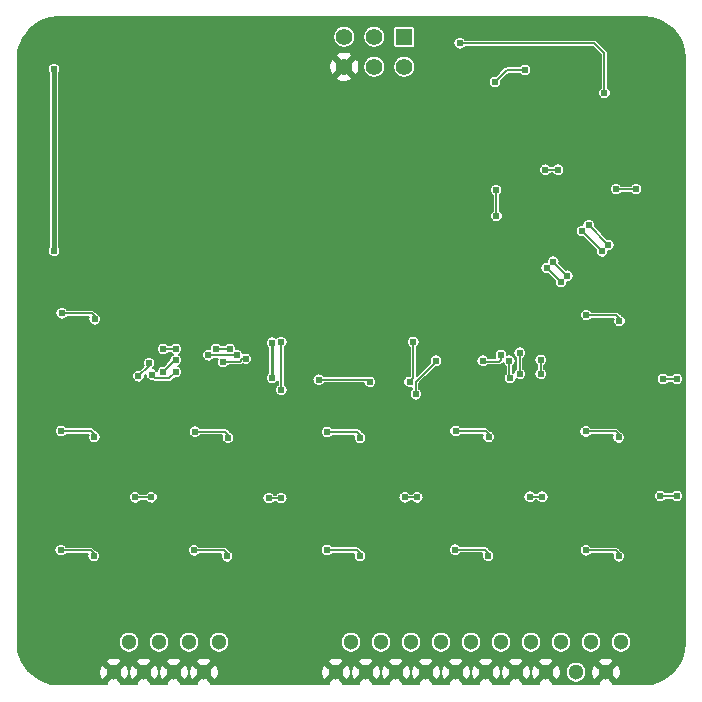
<source format=gbr>
G04 #@! TF.GenerationSoftware,KiCad,Pcbnew,5.1.5-52549c5~84~ubuntu16.04.1*
G04 #@! TF.CreationDate,2019-12-28T13:07:50-05:00*
G04 #@! TF.ProjectId,Suspension_Strain,43686173-7369-4735-9f53-747261696e2e,rev?*
G04 #@! TF.SameCoordinates,Original*
G04 #@! TF.FileFunction,Copper,L2,Bot*
G04 #@! TF.FilePolarity,Positive*
%FSLAX46Y46*%
G04 Gerber Fmt 4.6, Leading zero omitted, Abs format (unit mm)*
G04 Created by KiCad (PCBNEW 5.1.5-52549c5~84~ubuntu16.04.1) date 2019-12-28 13:07:50*
%MOMM*%
%LPD*%
G04 APERTURE LIST*
%ADD10C,1.300000*%
%ADD11C,1.400000*%
%ADD12R,1.400000X1.400000*%
%ADD13C,0.800000*%
%ADD14C,0.609600*%
%ADD15C,0.250000*%
%ADD16C,0.381000*%
%ADD17C,0.152400*%
%ADD18C,0.254000*%
G04 APERTURE END LIST*
D10*
X135636000Y-143891000D03*
X136906000Y-141351000D03*
X138176000Y-143891000D03*
X139446000Y-141351000D03*
X140716000Y-143891000D03*
X141986000Y-141351000D03*
X143256000Y-143891000D03*
X144526000Y-141351000D03*
X145796000Y-143891000D03*
X147066000Y-141351000D03*
X148336000Y-143891000D03*
X149606000Y-141351000D03*
X150876000Y-143891000D03*
X153416000Y-143891000D03*
X155956000Y-143891000D03*
X158496000Y-143891000D03*
X152146000Y-141351000D03*
X159766000Y-141351000D03*
X157226000Y-141351000D03*
X154686000Y-141351000D03*
D11*
X136334500Y-92646500D03*
X136334500Y-90106500D03*
X138874500Y-92646500D03*
X138874500Y-90106500D03*
X141414500Y-92646500D03*
D12*
X141414500Y-90106500D03*
D10*
X116840000Y-143891000D03*
X119380000Y-143891000D03*
X121920000Y-143891000D03*
X124460000Y-143891000D03*
X118110000Y-141351000D03*
X125730000Y-141351000D03*
X123190000Y-141351000D03*
X120650000Y-141351000D03*
D13*
X141495780Y-108399580D03*
X141460220Y-105064560D03*
X141495780Y-113235740D03*
X141495780Y-111135160D03*
X122181620Y-96205040D03*
X119352060Y-96192340D03*
X116382800Y-96230440D03*
X113228120Y-96230440D03*
X113164620Y-98028760D03*
X113151920Y-100909120D03*
D14*
X144830800Y-105664000D03*
X154940000Y-108204000D03*
X148590000Y-99060000D03*
X136271000Y-100774500D03*
X158648400Y-102209600D03*
X160782000Y-112395000D03*
X155829000Y-117475000D03*
X120777000Y-112522000D03*
X116346501Y-112236499D03*
X111393501Y-117316499D03*
X116326501Y-122195499D03*
X111373501Y-127275499D03*
X116266501Y-132291999D03*
X111313501Y-137371999D03*
X160706001Y-122243999D03*
X155753001Y-127323999D03*
X160729501Y-132312999D03*
X155776501Y-137392999D03*
X149699500Y-122205500D03*
X144746500Y-127285500D03*
X149660501Y-132258499D03*
X144707501Y-137338499D03*
X138825501Y-122279999D03*
X133872501Y-127359999D03*
X138821001Y-132271499D03*
X133868001Y-137351499D03*
X127646001Y-122250999D03*
X122693001Y-127330999D03*
X127562501Y-132311499D03*
X122609501Y-137391499D03*
X145669000Y-98679000D03*
X144653000Y-101600000D03*
X146939000Y-96647000D03*
X149288500Y-92456000D03*
X149733000Y-104648000D03*
X146812000Y-117030500D03*
X149479000Y-111061500D03*
X156845000Y-113665000D03*
X159639000Y-114173000D03*
X112409501Y-113506499D03*
X115203501Y-114014499D03*
X112389501Y-123465499D03*
X115183501Y-123973499D03*
X112329501Y-133561999D03*
X115123501Y-134069999D03*
X156769001Y-123513999D03*
X159563001Y-124021999D03*
X156792501Y-133582999D03*
X159586501Y-134090999D03*
X145762500Y-123475500D03*
X148556500Y-123983500D03*
X145723501Y-133528499D03*
X148517501Y-134036499D03*
X134888501Y-123549999D03*
X137682501Y-124057999D03*
X134884001Y-133541499D03*
X137678001Y-134049499D03*
X123709001Y-123520999D03*
X126503001Y-124028999D03*
X123625501Y-133581499D03*
X126419501Y-134089499D03*
X111760000Y-108204000D03*
X130239452Y-115989100D03*
X130238500Y-118999010D03*
X134171704Y-119122597D03*
X111760000Y-92837000D03*
X138510128Y-119311771D03*
X158369000Y-94869000D03*
X146113500Y-90639900D03*
X149098000Y-93916500D03*
X151638000Y-92900500D03*
X163322000Y-119062500D03*
X164478312Y-119062500D03*
X158700337Y-107711704D03*
X157035953Y-106049496D03*
X156464000Y-106553000D03*
X158161520Y-108250520D03*
X163106702Y-128968500D03*
X164478312Y-128968501D03*
X141863498Y-119308911D03*
X154438400Y-101346000D03*
X153371600Y-101346000D03*
X149201029Y-103100029D03*
X149225000Y-105283000D03*
X142176500Y-115925600D03*
X152971500Y-117462300D03*
X152971500Y-118630700D03*
X152037702Y-129032000D03*
X153104502Y-129032000D03*
X150368000Y-118999010D03*
X150304500Y-117525800D03*
X141452600Y-129095500D03*
X142519400Y-129095500D03*
X142396898Y-120366102D03*
X149606000Y-117030500D03*
X148064680Y-117525800D03*
X144103809Y-117525800D03*
X151193500Y-118638780D03*
X151193500Y-116840000D03*
X129939702Y-129159000D03*
X131006502Y-129159000D03*
X131000500Y-115951000D03*
X131006502Y-119983598D03*
X120025179Y-118691679D03*
X127979177Y-117360710D03*
X126068009Y-117644991D03*
X122072400Y-118459250D03*
X126636320Y-116522500D03*
X118916336Y-118840676D03*
X125467919Y-116522500D03*
X122072400Y-116522500D03*
X121005600Y-116522500D03*
X119820671Y-117732829D03*
X118643702Y-129095500D03*
X120015312Y-129095500D03*
X121005600Y-118465600D03*
X127230738Y-117055900D03*
X124841000Y-117055900D03*
X122072400Y-117475000D03*
X161036000Y-102997000D03*
X159355011Y-102997000D03*
X153479500Y-109664500D03*
X154686000Y-110871000D03*
X154035576Y-109143515D03*
X155222204Y-110327704D03*
D15*
X141460220Y-105064560D02*
X141460220Y-108364020D01*
X141460220Y-108364020D02*
X141495780Y-108399580D01*
X141495780Y-112670055D02*
X141498320Y-112667515D01*
X141495780Y-113235740D02*
X141495780Y-112670055D01*
X141498320Y-111137700D02*
X141495780Y-111135160D01*
X141498320Y-112667515D02*
X141498320Y-111137700D01*
D16*
X122181620Y-96205040D02*
X119364760Y-96205040D01*
X119364760Y-96205040D02*
X119352060Y-96192340D01*
X116382800Y-96230440D02*
X115817115Y-96230440D01*
X115817115Y-96230440D02*
X113228120Y-96230440D01*
X113164620Y-98028760D02*
X113164620Y-100896420D01*
X113164620Y-100896420D02*
X113151920Y-100909120D01*
D17*
X156845000Y-113665000D02*
X159385000Y-113665000D01*
X159639000Y-113919000D02*
X159639000Y-114173000D01*
X159385000Y-113665000D02*
X159639000Y-113919000D01*
X112409501Y-113506499D02*
X114949501Y-113506499D01*
X115203501Y-113760499D02*
X115203501Y-114014499D01*
X114949501Y-113506499D02*
X115203501Y-113760499D01*
X112389501Y-123465499D02*
X114929501Y-123465499D01*
X115183501Y-123719499D02*
X115183501Y-123973499D01*
X114929501Y-123465499D02*
X115183501Y-123719499D01*
X112329501Y-133561999D02*
X114869501Y-133561999D01*
X115123501Y-133815999D02*
X115123501Y-134069999D01*
X114869501Y-133561999D02*
X115123501Y-133815999D01*
X156769001Y-123513999D02*
X159309001Y-123513999D01*
X159563001Y-123767999D02*
X159563001Y-124021999D01*
X159309001Y-123513999D02*
X159563001Y-123767999D01*
X156792501Y-133582999D02*
X159332501Y-133582999D01*
X159586501Y-133836999D02*
X159586501Y-134090999D01*
X159332501Y-133582999D02*
X159586501Y-133836999D01*
X145762500Y-123475500D02*
X148302500Y-123475500D01*
X148556500Y-123729500D02*
X148556500Y-123983500D01*
X148302500Y-123475500D02*
X148556500Y-123729500D01*
X145723501Y-133528499D02*
X148263501Y-133528499D01*
X148517501Y-133782499D02*
X148517501Y-134036499D01*
X148263501Y-133528499D02*
X148517501Y-133782499D01*
X134888501Y-123549999D02*
X137428501Y-123549999D01*
X137682501Y-123803999D02*
X137682501Y-124057999D01*
X137428501Y-123549999D02*
X137682501Y-123803999D01*
X134884001Y-133541499D02*
X137424001Y-133541499D01*
X137678001Y-133795499D02*
X137678001Y-134049499D01*
X137424001Y-133541499D02*
X137678001Y-133795499D01*
X123709001Y-123520999D02*
X126249001Y-123520999D01*
X126503001Y-123774999D02*
X126503001Y-124028999D01*
X126249001Y-123520999D02*
X126503001Y-123774999D01*
X123625501Y-133581499D02*
X126165501Y-133581499D01*
X126419501Y-133835499D02*
X126419501Y-134089499D01*
X126165501Y-133581499D02*
X126419501Y-133835499D01*
D16*
X111760000Y-108204000D02*
X111760000Y-93853000D01*
D18*
X130239452Y-118998058D02*
X130238500Y-118999010D01*
X130239452Y-115989100D02*
X130239452Y-118998058D01*
D16*
X111760000Y-92837000D02*
X111760000Y-93853000D01*
D17*
X137855097Y-119122597D02*
X137858500Y-119126000D01*
X134171704Y-119122597D02*
X137855097Y-119122597D01*
X138320954Y-119122597D02*
X138510128Y-119311771D01*
X137855097Y-119122597D02*
X138320954Y-119122597D01*
X158369000Y-93662500D02*
X158369000Y-94869000D01*
X158369000Y-93662500D02*
X158369000Y-91503500D01*
X157505400Y-90639900D02*
X146113500Y-90639900D01*
X158369000Y-91503500D02*
X157505400Y-90639900D01*
X149098000Y-93916500D02*
X150114000Y-92900500D01*
X150114000Y-92900500D02*
X151638000Y-92900500D01*
X163322000Y-119062500D02*
X164478312Y-119062500D01*
X157038129Y-106049496D02*
X157035953Y-106049496D01*
X158700337Y-107711704D02*
X157038129Y-106049496D01*
X156464000Y-106553000D02*
X158161520Y-108250520D01*
X164478311Y-128968500D02*
X164478312Y-128968501D01*
X163106702Y-128968500D02*
X164478311Y-128968500D01*
X141863498Y-119308911D02*
X142168297Y-119004112D01*
X142168297Y-119004112D02*
X142168297Y-116467203D01*
X154438400Y-101346000D02*
X153371600Y-101346000D01*
X149201029Y-103592471D02*
X149199599Y-103593901D01*
X149201029Y-103100029D02*
X149201029Y-103592471D01*
X149199599Y-105257599D02*
X149225000Y-105283000D01*
X149199599Y-103593901D02*
X149199599Y-105257599D01*
X142176500Y-116459000D02*
X142168297Y-116467203D01*
X142176500Y-115925600D02*
X142176500Y-116459000D01*
X152971500Y-117462300D02*
X152971500Y-118630700D01*
X152037702Y-129032000D02*
X153104502Y-129032000D01*
X150304500Y-118935510D02*
X150368000Y-118999010D01*
X150304500Y-117525800D02*
X150304500Y-118935510D01*
X141452600Y-129095500D02*
X142519400Y-129095500D01*
X142396898Y-119308911D02*
X142396898Y-120366102D01*
X149606000Y-117030500D02*
X149606000Y-117461552D01*
X149606000Y-117461552D02*
X149465552Y-117602000D01*
X144103809Y-117602000D02*
X142396898Y-119308911D01*
X148140880Y-117602000D02*
X148064680Y-117525800D01*
X149465552Y-117602000D02*
X148140880Y-117602000D01*
X151193500Y-117571980D02*
X151193500Y-118638780D01*
X151193500Y-116840000D02*
X151193500Y-117571980D01*
X129939702Y-129159000D02*
X131006502Y-129159000D01*
X131000500Y-117157500D02*
X131006502Y-117163502D01*
X131006502Y-117163502D02*
X131006502Y-118814502D01*
X131000500Y-115951000D02*
X131000500Y-117157500D01*
X131006502Y-118814502D02*
X131006502Y-119983598D01*
X127979177Y-117360710D02*
X127715362Y-117360710D01*
X127715362Y-117360710D02*
X127486771Y-117589301D01*
X126123699Y-117589301D02*
X126068009Y-117644991D01*
X127486771Y-117589301D02*
X126123699Y-117589301D01*
X121532649Y-118999001D02*
X122072400Y-118459250D01*
X120332501Y-118999001D02*
X121532649Y-118999001D01*
X120025179Y-118691679D02*
X120332501Y-118999001D01*
X126636320Y-116522500D02*
X125793500Y-116522500D01*
X125793500Y-116522500D02*
X125467919Y-116522500D01*
X122072400Y-116522500D02*
X121234512Y-116522500D01*
X121234512Y-116522500D02*
X121005600Y-116522500D01*
X119820671Y-117936341D02*
X118916336Y-118840676D01*
X119820671Y-117732829D02*
X119820671Y-117936341D01*
X118643702Y-129095500D02*
X120015312Y-129095500D01*
X121056381Y-118516381D02*
X121005600Y-118465600D01*
X127230738Y-117055900D02*
X125755400Y-117055900D01*
X125755400Y-117055900D02*
X124841000Y-117055900D01*
X121996200Y-117475000D02*
X121005600Y-118465600D01*
X122072400Y-117475000D02*
X121996200Y-117475000D01*
X161036000Y-102997000D02*
X159355011Y-102997000D01*
X153479500Y-109664500D02*
X154686000Y-110871000D01*
X155219765Y-110327704D02*
X155222204Y-110327704D01*
X154035576Y-109143515D02*
X155219765Y-110327704D01*
G36*
X162372304Y-88498889D02*
G01*
X163022456Y-88695182D01*
X163622105Y-89014020D01*
X164148404Y-89443259D01*
X164581306Y-89966549D01*
X164904323Y-90563957D01*
X165105150Y-91212726D01*
X165177767Y-91903635D01*
X165177801Y-91913303D01*
X165177800Y-141426366D01*
X165109951Y-142118344D01*
X164913658Y-142768496D01*
X164594820Y-143368145D01*
X164165583Y-143894442D01*
X163642293Y-144327345D01*
X163044886Y-144650362D01*
X162396118Y-144851190D01*
X161705204Y-144923807D01*
X161695823Y-144923840D01*
X159092213Y-144923840D01*
X159133654Y-144780101D01*
X158496000Y-144142447D01*
X157858346Y-144780101D01*
X157899787Y-144923840D01*
X154012213Y-144923840D01*
X154053654Y-144780101D01*
X153416000Y-144142447D01*
X152778346Y-144780101D01*
X152819787Y-144923840D01*
X151472213Y-144923840D01*
X151513654Y-144780101D01*
X150876000Y-144142447D01*
X150238346Y-144780101D01*
X150279787Y-144923840D01*
X148932213Y-144923840D01*
X148973654Y-144780101D01*
X148336000Y-144142447D01*
X147698346Y-144780101D01*
X147739787Y-144923840D01*
X146392213Y-144923840D01*
X146433654Y-144780101D01*
X145796000Y-144142447D01*
X145158346Y-144780101D01*
X145199787Y-144923840D01*
X143852213Y-144923840D01*
X143893654Y-144780101D01*
X143256000Y-144142447D01*
X142618346Y-144780101D01*
X142659787Y-144923840D01*
X141312213Y-144923840D01*
X141353654Y-144780101D01*
X140716000Y-144142447D01*
X140078346Y-144780101D01*
X140119787Y-144923840D01*
X138772213Y-144923840D01*
X138813654Y-144780101D01*
X138176000Y-144142447D01*
X137538346Y-144780101D01*
X137579787Y-144923840D01*
X136232213Y-144923840D01*
X136273654Y-144780101D01*
X135636000Y-144142447D01*
X134998346Y-144780101D01*
X135039787Y-144923840D01*
X125056213Y-144923840D01*
X125097654Y-144780101D01*
X124460000Y-144142447D01*
X123822346Y-144780101D01*
X123863787Y-144923840D01*
X122516213Y-144923840D01*
X122557654Y-144780101D01*
X121920000Y-144142447D01*
X121282346Y-144780101D01*
X121323787Y-144923840D01*
X119976213Y-144923840D01*
X120017654Y-144780101D01*
X119380000Y-144142447D01*
X118742346Y-144780101D01*
X118783787Y-144923840D01*
X117436213Y-144923840D01*
X117477654Y-144780101D01*
X116840000Y-144142447D01*
X116202346Y-144780101D01*
X116243787Y-144923840D01*
X112182474Y-144923840D01*
X111490496Y-144855991D01*
X110840344Y-144659698D01*
X110240695Y-144340860D01*
X109714398Y-143911623D01*
X109603331Y-143777366D01*
X115605046Y-143777366D01*
X115606606Y-144020477D01*
X115655565Y-144258612D01*
X115742537Y-144468581D01*
X115950899Y-144528654D01*
X116588553Y-143891000D01*
X117091447Y-143891000D01*
X117729101Y-144528654D01*
X117937463Y-144468581D01*
X118029056Y-144243379D01*
X118074954Y-144004634D01*
X118073496Y-143777366D01*
X118145046Y-143777366D01*
X118146606Y-144020477D01*
X118195565Y-144258612D01*
X118282537Y-144468581D01*
X118490899Y-144528654D01*
X119128553Y-143891000D01*
X119631447Y-143891000D01*
X120269101Y-144528654D01*
X120477463Y-144468581D01*
X120569056Y-144243379D01*
X120614954Y-144004634D01*
X120613496Y-143777366D01*
X120685046Y-143777366D01*
X120686606Y-144020477D01*
X120735565Y-144258612D01*
X120822537Y-144468581D01*
X121030899Y-144528654D01*
X121668553Y-143891000D01*
X122171447Y-143891000D01*
X122809101Y-144528654D01*
X123017463Y-144468581D01*
X123109056Y-144243379D01*
X123154954Y-144004634D01*
X123153496Y-143777366D01*
X123225046Y-143777366D01*
X123226606Y-144020477D01*
X123275565Y-144258612D01*
X123362537Y-144468581D01*
X123570899Y-144528654D01*
X124208553Y-143891000D01*
X124711447Y-143891000D01*
X125349101Y-144528654D01*
X125557463Y-144468581D01*
X125649056Y-144243379D01*
X125694954Y-144004634D01*
X125693496Y-143777366D01*
X134401046Y-143777366D01*
X134402606Y-144020477D01*
X134451565Y-144258612D01*
X134538537Y-144468581D01*
X134746899Y-144528654D01*
X135384553Y-143891000D01*
X135887447Y-143891000D01*
X136525101Y-144528654D01*
X136733463Y-144468581D01*
X136825056Y-144243379D01*
X136870954Y-144004634D01*
X136869496Y-143777366D01*
X136941046Y-143777366D01*
X136942606Y-144020477D01*
X136991565Y-144258612D01*
X137078537Y-144468581D01*
X137286899Y-144528654D01*
X137924553Y-143891000D01*
X138427447Y-143891000D01*
X139065101Y-144528654D01*
X139273463Y-144468581D01*
X139365056Y-144243379D01*
X139410954Y-144004634D01*
X139409496Y-143777366D01*
X139481046Y-143777366D01*
X139482606Y-144020477D01*
X139531565Y-144258612D01*
X139618537Y-144468581D01*
X139826899Y-144528654D01*
X140464553Y-143891000D01*
X140967447Y-143891000D01*
X141605101Y-144528654D01*
X141813463Y-144468581D01*
X141905056Y-144243379D01*
X141950954Y-144004634D01*
X141949496Y-143777366D01*
X142021046Y-143777366D01*
X142022606Y-144020477D01*
X142071565Y-144258612D01*
X142158537Y-144468581D01*
X142366899Y-144528654D01*
X143004553Y-143891000D01*
X143507447Y-143891000D01*
X144145101Y-144528654D01*
X144353463Y-144468581D01*
X144445056Y-144243379D01*
X144490954Y-144004634D01*
X144489496Y-143777366D01*
X144561046Y-143777366D01*
X144562606Y-144020477D01*
X144611565Y-144258612D01*
X144698537Y-144468581D01*
X144906899Y-144528654D01*
X145544553Y-143891000D01*
X146047447Y-143891000D01*
X146685101Y-144528654D01*
X146893463Y-144468581D01*
X146985056Y-144243379D01*
X147030954Y-144004634D01*
X147029496Y-143777366D01*
X147101046Y-143777366D01*
X147102606Y-144020477D01*
X147151565Y-144258612D01*
X147238537Y-144468581D01*
X147446899Y-144528654D01*
X148084553Y-143891000D01*
X148587447Y-143891000D01*
X149225101Y-144528654D01*
X149433463Y-144468581D01*
X149525056Y-144243379D01*
X149570954Y-144004634D01*
X149569496Y-143777366D01*
X149641046Y-143777366D01*
X149642606Y-144020477D01*
X149691565Y-144258612D01*
X149778537Y-144468581D01*
X149986899Y-144528654D01*
X150624553Y-143891000D01*
X151127447Y-143891000D01*
X151765101Y-144528654D01*
X151973463Y-144468581D01*
X152065056Y-144243379D01*
X152110954Y-144004634D01*
X152109496Y-143777366D01*
X152181046Y-143777366D01*
X152182606Y-144020477D01*
X152231565Y-144258612D01*
X152318537Y-144468581D01*
X152526899Y-144528654D01*
X153164553Y-143891000D01*
X153667447Y-143891000D01*
X154305101Y-144528654D01*
X154513463Y-144468581D01*
X154605056Y-144243379D01*
X154650954Y-144004634D01*
X154649670Y-143804465D01*
X155077400Y-143804465D01*
X155077400Y-143977535D01*
X155111164Y-144147278D01*
X155177395Y-144307173D01*
X155273547Y-144451075D01*
X155395925Y-144573453D01*
X155539827Y-144669605D01*
X155699722Y-144735836D01*
X155869465Y-144769600D01*
X156042535Y-144769600D01*
X156212278Y-144735836D01*
X156372173Y-144669605D01*
X156516075Y-144573453D01*
X156638453Y-144451075D01*
X156734605Y-144307173D01*
X156800836Y-144147278D01*
X156834600Y-143977535D01*
X156834600Y-143804465D01*
X156829210Y-143777366D01*
X157261046Y-143777366D01*
X157262606Y-144020477D01*
X157311565Y-144258612D01*
X157398537Y-144468581D01*
X157606899Y-144528654D01*
X158244553Y-143891000D01*
X158747447Y-143891000D01*
X159385101Y-144528654D01*
X159593463Y-144468581D01*
X159685056Y-144243379D01*
X159730954Y-144004634D01*
X159729394Y-143761523D01*
X159680435Y-143523388D01*
X159593463Y-143313419D01*
X159385101Y-143253346D01*
X158747447Y-143891000D01*
X158244553Y-143891000D01*
X157606899Y-143253346D01*
X157398537Y-143313419D01*
X157306944Y-143538621D01*
X157261046Y-143777366D01*
X156829210Y-143777366D01*
X156800836Y-143634722D01*
X156734605Y-143474827D01*
X156638453Y-143330925D01*
X156516075Y-143208547D01*
X156372173Y-143112395D01*
X156212278Y-143046164D01*
X156042535Y-143012400D01*
X155869465Y-143012400D01*
X155699722Y-143046164D01*
X155539827Y-143112395D01*
X155395925Y-143208547D01*
X155273547Y-143330925D01*
X155177395Y-143474827D01*
X155111164Y-143634722D01*
X155077400Y-143804465D01*
X154649670Y-143804465D01*
X154649394Y-143761523D01*
X154600435Y-143523388D01*
X154513463Y-143313419D01*
X154305101Y-143253346D01*
X153667447Y-143891000D01*
X153164553Y-143891000D01*
X152526899Y-143253346D01*
X152318537Y-143313419D01*
X152226944Y-143538621D01*
X152181046Y-143777366D01*
X152109496Y-143777366D01*
X152109394Y-143761523D01*
X152060435Y-143523388D01*
X151973463Y-143313419D01*
X151765101Y-143253346D01*
X151127447Y-143891000D01*
X150624553Y-143891000D01*
X149986899Y-143253346D01*
X149778537Y-143313419D01*
X149686944Y-143538621D01*
X149641046Y-143777366D01*
X149569496Y-143777366D01*
X149569394Y-143761523D01*
X149520435Y-143523388D01*
X149433463Y-143313419D01*
X149225101Y-143253346D01*
X148587447Y-143891000D01*
X148084553Y-143891000D01*
X147446899Y-143253346D01*
X147238537Y-143313419D01*
X147146944Y-143538621D01*
X147101046Y-143777366D01*
X147029496Y-143777366D01*
X147029394Y-143761523D01*
X146980435Y-143523388D01*
X146893463Y-143313419D01*
X146685101Y-143253346D01*
X146047447Y-143891000D01*
X145544553Y-143891000D01*
X144906899Y-143253346D01*
X144698537Y-143313419D01*
X144606944Y-143538621D01*
X144561046Y-143777366D01*
X144489496Y-143777366D01*
X144489394Y-143761523D01*
X144440435Y-143523388D01*
X144353463Y-143313419D01*
X144145101Y-143253346D01*
X143507447Y-143891000D01*
X143004553Y-143891000D01*
X142366899Y-143253346D01*
X142158537Y-143313419D01*
X142066944Y-143538621D01*
X142021046Y-143777366D01*
X141949496Y-143777366D01*
X141949394Y-143761523D01*
X141900435Y-143523388D01*
X141813463Y-143313419D01*
X141605101Y-143253346D01*
X140967447Y-143891000D01*
X140464553Y-143891000D01*
X139826899Y-143253346D01*
X139618537Y-143313419D01*
X139526944Y-143538621D01*
X139481046Y-143777366D01*
X139409496Y-143777366D01*
X139409394Y-143761523D01*
X139360435Y-143523388D01*
X139273463Y-143313419D01*
X139065101Y-143253346D01*
X138427447Y-143891000D01*
X137924553Y-143891000D01*
X137286899Y-143253346D01*
X137078537Y-143313419D01*
X136986944Y-143538621D01*
X136941046Y-143777366D01*
X136869496Y-143777366D01*
X136869394Y-143761523D01*
X136820435Y-143523388D01*
X136733463Y-143313419D01*
X136525101Y-143253346D01*
X135887447Y-143891000D01*
X135384553Y-143891000D01*
X134746899Y-143253346D01*
X134538537Y-143313419D01*
X134446944Y-143538621D01*
X134401046Y-143777366D01*
X125693496Y-143777366D01*
X125693394Y-143761523D01*
X125644435Y-143523388D01*
X125557463Y-143313419D01*
X125349101Y-143253346D01*
X124711447Y-143891000D01*
X124208553Y-143891000D01*
X123570899Y-143253346D01*
X123362537Y-143313419D01*
X123270944Y-143538621D01*
X123225046Y-143777366D01*
X123153496Y-143777366D01*
X123153394Y-143761523D01*
X123104435Y-143523388D01*
X123017463Y-143313419D01*
X122809101Y-143253346D01*
X122171447Y-143891000D01*
X121668553Y-143891000D01*
X121030899Y-143253346D01*
X120822537Y-143313419D01*
X120730944Y-143538621D01*
X120685046Y-143777366D01*
X120613496Y-143777366D01*
X120613394Y-143761523D01*
X120564435Y-143523388D01*
X120477463Y-143313419D01*
X120269101Y-143253346D01*
X119631447Y-143891000D01*
X119128553Y-143891000D01*
X118490899Y-143253346D01*
X118282537Y-143313419D01*
X118190944Y-143538621D01*
X118145046Y-143777366D01*
X118073496Y-143777366D01*
X118073394Y-143761523D01*
X118024435Y-143523388D01*
X117937463Y-143313419D01*
X117729101Y-143253346D01*
X117091447Y-143891000D01*
X116588553Y-143891000D01*
X115950899Y-143253346D01*
X115742537Y-143313419D01*
X115650944Y-143538621D01*
X115605046Y-143777366D01*
X109603331Y-143777366D01*
X109281495Y-143388333D01*
X109072551Y-143001899D01*
X116202346Y-143001899D01*
X116840000Y-143639553D01*
X117477654Y-143001899D01*
X118742346Y-143001899D01*
X119380000Y-143639553D01*
X120017654Y-143001899D01*
X121282346Y-143001899D01*
X121920000Y-143639553D01*
X122557654Y-143001899D01*
X123822346Y-143001899D01*
X124460000Y-143639553D01*
X125097654Y-143001899D01*
X134998346Y-143001899D01*
X135636000Y-143639553D01*
X136273654Y-143001899D01*
X137538346Y-143001899D01*
X138176000Y-143639553D01*
X138813654Y-143001899D01*
X140078346Y-143001899D01*
X140716000Y-143639553D01*
X141353654Y-143001899D01*
X142618346Y-143001899D01*
X143256000Y-143639553D01*
X143893654Y-143001899D01*
X145158346Y-143001899D01*
X145796000Y-143639553D01*
X146433654Y-143001899D01*
X147698346Y-143001899D01*
X148336000Y-143639553D01*
X148973654Y-143001899D01*
X150238346Y-143001899D01*
X150876000Y-143639553D01*
X151513654Y-143001899D01*
X152778346Y-143001899D01*
X153416000Y-143639553D01*
X154053654Y-143001899D01*
X157858346Y-143001899D01*
X158496000Y-143639553D01*
X159133654Y-143001899D01*
X159073581Y-142793537D01*
X158848379Y-142701944D01*
X158609634Y-142656046D01*
X158366523Y-142657606D01*
X158128388Y-142706565D01*
X157918419Y-142793537D01*
X157858346Y-143001899D01*
X154053654Y-143001899D01*
X153993581Y-142793537D01*
X153768379Y-142701944D01*
X153529634Y-142656046D01*
X153286523Y-142657606D01*
X153048388Y-142706565D01*
X152838419Y-142793537D01*
X152778346Y-143001899D01*
X151513654Y-143001899D01*
X151453581Y-142793537D01*
X151228379Y-142701944D01*
X150989634Y-142656046D01*
X150746523Y-142657606D01*
X150508388Y-142706565D01*
X150298419Y-142793537D01*
X150238346Y-143001899D01*
X148973654Y-143001899D01*
X148913581Y-142793537D01*
X148688379Y-142701944D01*
X148449634Y-142656046D01*
X148206523Y-142657606D01*
X147968388Y-142706565D01*
X147758419Y-142793537D01*
X147698346Y-143001899D01*
X146433654Y-143001899D01*
X146373581Y-142793537D01*
X146148379Y-142701944D01*
X145909634Y-142656046D01*
X145666523Y-142657606D01*
X145428388Y-142706565D01*
X145218419Y-142793537D01*
X145158346Y-143001899D01*
X143893654Y-143001899D01*
X143833581Y-142793537D01*
X143608379Y-142701944D01*
X143369634Y-142656046D01*
X143126523Y-142657606D01*
X142888388Y-142706565D01*
X142678419Y-142793537D01*
X142618346Y-143001899D01*
X141353654Y-143001899D01*
X141293581Y-142793537D01*
X141068379Y-142701944D01*
X140829634Y-142656046D01*
X140586523Y-142657606D01*
X140348388Y-142706565D01*
X140138419Y-142793537D01*
X140078346Y-143001899D01*
X138813654Y-143001899D01*
X138753581Y-142793537D01*
X138528379Y-142701944D01*
X138289634Y-142656046D01*
X138046523Y-142657606D01*
X137808388Y-142706565D01*
X137598419Y-142793537D01*
X137538346Y-143001899D01*
X136273654Y-143001899D01*
X136213581Y-142793537D01*
X135988379Y-142701944D01*
X135749634Y-142656046D01*
X135506523Y-142657606D01*
X135268388Y-142706565D01*
X135058419Y-142793537D01*
X134998346Y-143001899D01*
X125097654Y-143001899D01*
X125037581Y-142793537D01*
X124812379Y-142701944D01*
X124573634Y-142656046D01*
X124330523Y-142657606D01*
X124092388Y-142706565D01*
X123882419Y-142793537D01*
X123822346Y-143001899D01*
X122557654Y-143001899D01*
X122497581Y-142793537D01*
X122272379Y-142701944D01*
X122033634Y-142656046D01*
X121790523Y-142657606D01*
X121552388Y-142706565D01*
X121342419Y-142793537D01*
X121282346Y-143001899D01*
X120017654Y-143001899D01*
X119957581Y-142793537D01*
X119732379Y-142701944D01*
X119493634Y-142656046D01*
X119250523Y-142657606D01*
X119012388Y-142706565D01*
X118802419Y-142793537D01*
X118742346Y-143001899D01*
X117477654Y-143001899D01*
X117417581Y-142793537D01*
X117192379Y-142701944D01*
X116953634Y-142656046D01*
X116710523Y-142657606D01*
X116472388Y-142706565D01*
X116262419Y-142793537D01*
X116202346Y-143001899D01*
X109072551Y-143001899D01*
X108958478Y-142790926D01*
X108757650Y-142142158D01*
X108685033Y-141451244D01*
X108685000Y-141441863D01*
X108685000Y-141264465D01*
X117231400Y-141264465D01*
X117231400Y-141437535D01*
X117265164Y-141607278D01*
X117331395Y-141767173D01*
X117427547Y-141911075D01*
X117549925Y-142033453D01*
X117693827Y-142129605D01*
X117853722Y-142195836D01*
X118023465Y-142229600D01*
X118196535Y-142229600D01*
X118366278Y-142195836D01*
X118526173Y-142129605D01*
X118670075Y-142033453D01*
X118792453Y-141911075D01*
X118888605Y-141767173D01*
X118954836Y-141607278D01*
X118988600Y-141437535D01*
X118988600Y-141264465D01*
X119771400Y-141264465D01*
X119771400Y-141437535D01*
X119805164Y-141607278D01*
X119871395Y-141767173D01*
X119967547Y-141911075D01*
X120089925Y-142033453D01*
X120233827Y-142129605D01*
X120393722Y-142195836D01*
X120563465Y-142229600D01*
X120736535Y-142229600D01*
X120906278Y-142195836D01*
X121066173Y-142129605D01*
X121210075Y-142033453D01*
X121332453Y-141911075D01*
X121428605Y-141767173D01*
X121494836Y-141607278D01*
X121528600Y-141437535D01*
X121528600Y-141264465D01*
X122311400Y-141264465D01*
X122311400Y-141437535D01*
X122345164Y-141607278D01*
X122411395Y-141767173D01*
X122507547Y-141911075D01*
X122629925Y-142033453D01*
X122773827Y-142129605D01*
X122933722Y-142195836D01*
X123103465Y-142229600D01*
X123276535Y-142229600D01*
X123446278Y-142195836D01*
X123606173Y-142129605D01*
X123750075Y-142033453D01*
X123872453Y-141911075D01*
X123968605Y-141767173D01*
X124034836Y-141607278D01*
X124068600Y-141437535D01*
X124068600Y-141264465D01*
X124851400Y-141264465D01*
X124851400Y-141437535D01*
X124885164Y-141607278D01*
X124951395Y-141767173D01*
X125047547Y-141911075D01*
X125169925Y-142033453D01*
X125313827Y-142129605D01*
X125473722Y-142195836D01*
X125643465Y-142229600D01*
X125816535Y-142229600D01*
X125986278Y-142195836D01*
X126146173Y-142129605D01*
X126290075Y-142033453D01*
X126412453Y-141911075D01*
X126508605Y-141767173D01*
X126574836Y-141607278D01*
X126608600Y-141437535D01*
X126608600Y-141264465D01*
X136027400Y-141264465D01*
X136027400Y-141437535D01*
X136061164Y-141607278D01*
X136127395Y-141767173D01*
X136223547Y-141911075D01*
X136345925Y-142033453D01*
X136489827Y-142129605D01*
X136649722Y-142195836D01*
X136819465Y-142229600D01*
X136992535Y-142229600D01*
X137162278Y-142195836D01*
X137322173Y-142129605D01*
X137466075Y-142033453D01*
X137588453Y-141911075D01*
X137684605Y-141767173D01*
X137750836Y-141607278D01*
X137784600Y-141437535D01*
X137784600Y-141264465D01*
X138567400Y-141264465D01*
X138567400Y-141437535D01*
X138601164Y-141607278D01*
X138667395Y-141767173D01*
X138763547Y-141911075D01*
X138885925Y-142033453D01*
X139029827Y-142129605D01*
X139189722Y-142195836D01*
X139359465Y-142229600D01*
X139532535Y-142229600D01*
X139702278Y-142195836D01*
X139862173Y-142129605D01*
X140006075Y-142033453D01*
X140128453Y-141911075D01*
X140224605Y-141767173D01*
X140290836Y-141607278D01*
X140324600Y-141437535D01*
X140324600Y-141264465D01*
X141107400Y-141264465D01*
X141107400Y-141437535D01*
X141141164Y-141607278D01*
X141207395Y-141767173D01*
X141303547Y-141911075D01*
X141425925Y-142033453D01*
X141569827Y-142129605D01*
X141729722Y-142195836D01*
X141899465Y-142229600D01*
X142072535Y-142229600D01*
X142242278Y-142195836D01*
X142402173Y-142129605D01*
X142546075Y-142033453D01*
X142668453Y-141911075D01*
X142764605Y-141767173D01*
X142830836Y-141607278D01*
X142864600Y-141437535D01*
X142864600Y-141264465D01*
X143647400Y-141264465D01*
X143647400Y-141437535D01*
X143681164Y-141607278D01*
X143747395Y-141767173D01*
X143843547Y-141911075D01*
X143965925Y-142033453D01*
X144109827Y-142129605D01*
X144269722Y-142195836D01*
X144439465Y-142229600D01*
X144612535Y-142229600D01*
X144782278Y-142195836D01*
X144942173Y-142129605D01*
X145086075Y-142033453D01*
X145208453Y-141911075D01*
X145304605Y-141767173D01*
X145370836Y-141607278D01*
X145404600Y-141437535D01*
X145404600Y-141264465D01*
X146187400Y-141264465D01*
X146187400Y-141437535D01*
X146221164Y-141607278D01*
X146287395Y-141767173D01*
X146383547Y-141911075D01*
X146505925Y-142033453D01*
X146649827Y-142129605D01*
X146809722Y-142195836D01*
X146979465Y-142229600D01*
X147152535Y-142229600D01*
X147322278Y-142195836D01*
X147482173Y-142129605D01*
X147626075Y-142033453D01*
X147748453Y-141911075D01*
X147844605Y-141767173D01*
X147910836Y-141607278D01*
X147944600Y-141437535D01*
X147944600Y-141264465D01*
X148727400Y-141264465D01*
X148727400Y-141437535D01*
X148761164Y-141607278D01*
X148827395Y-141767173D01*
X148923547Y-141911075D01*
X149045925Y-142033453D01*
X149189827Y-142129605D01*
X149349722Y-142195836D01*
X149519465Y-142229600D01*
X149692535Y-142229600D01*
X149862278Y-142195836D01*
X150022173Y-142129605D01*
X150166075Y-142033453D01*
X150288453Y-141911075D01*
X150384605Y-141767173D01*
X150450836Y-141607278D01*
X150484600Y-141437535D01*
X150484600Y-141264465D01*
X151267400Y-141264465D01*
X151267400Y-141437535D01*
X151301164Y-141607278D01*
X151367395Y-141767173D01*
X151463547Y-141911075D01*
X151585925Y-142033453D01*
X151729827Y-142129605D01*
X151889722Y-142195836D01*
X152059465Y-142229600D01*
X152232535Y-142229600D01*
X152402278Y-142195836D01*
X152562173Y-142129605D01*
X152706075Y-142033453D01*
X152828453Y-141911075D01*
X152924605Y-141767173D01*
X152990836Y-141607278D01*
X153024600Y-141437535D01*
X153024600Y-141264465D01*
X153807400Y-141264465D01*
X153807400Y-141437535D01*
X153841164Y-141607278D01*
X153907395Y-141767173D01*
X154003547Y-141911075D01*
X154125925Y-142033453D01*
X154269827Y-142129605D01*
X154429722Y-142195836D01*
X154599465Y-142229600D01*
X154772535Y-142229600D01*
X154942278Y-142195836D01*
X155102173Y-142129605D01*
X155246075Y-142033453D01*
X155368453Y-141911075D01*
X155464605Y-141767173D01*
X155530836Y-141607278D01*
X155564600Y-141437535D01*
X155564600Y-141264465D01*
X156347400Y-141264465D01*
X156347400Y-141437535D01*
X156381164Y-141607278D01*
X156447395Y-141767173D01*
X156543547Y-141911075D01*
X156665925Y-142033453D01*
X156809827Y-142129605D01*
X156969722Y-142195836D01*
X157139465Y-142229600D01*
X157312535Y-142229600D01*
X157482278Y-142195836D01*
X157642173Y-142129605D01*
X157786075Y-142033453D01*
X157908453Y-141911075D01*
X158004605Y-141767173D01*
X158070836Y-141607278D01*
X158104600Y-141437535D01*
X158104600Y-141264465D01*
X158887400Y-141264465D01*
X158887400Y-141437535D01*
X158921164Y-141607278D01*
X158987395Y-141767173D01*
X159083547Y-141911075D01*
X159205925Y-142033453D01*
X159349827Y-142129605D01*
X159509722Y-142195836D01*
X159679465Y-142229600D01*
X159852535Y-142229600D01*
X160022278Y-142195836D01*
X160182173Y-142129605D01*
X160326075Y-142033453D01*
X160448453Y-141911075D01*
X160544605Y-141767173D01*
X160610836Y-141607278D01*
X160644600Y-141437535D01*
X160644600Y-141264465D01*
X160610836Y-141094722D01*
X160544605Y-140934827D01*
X160448453Y-140790925D01*
X160326075Y-140668547D01*
X160182173Y-140572395D01*
X160022278Y-140506164D01*
X159852535Y-140472400D01*
X159679465Y-140472400D01*
X159509722Y-140506164D01*
X159349827Y-140572395D01*
X159205925Y-140668547D01*
X159083547Y-140790925D01*
X158987395Y-140934827D01*
X158921164Y-141094722D01*
X158887400Y-141264465D01*
X158104600Y-141264465D01*
X158070836Y-141094722D01*
X158004605Y-140934827D01*
X157908453Y-140790925D01*
X157786075Y-140668547D01*
X157642173Y-140572395D01*
X157482278Y-140506164D01*
X157312535Y-140472400D01*
X157139465Y-140472400D01*
X156969722Y-140506164D01*
X156809827Y-140572395D01*
X156665925Y-140668547D01*
X156543547Y-140790925D01*
X156447395Y-140934827D01*
X156381164Y-141094722D01*
X156347400Y-141264465D01*
X155564600Y-141264465D01*
X155530836Y-141094722D01*
X155464605Y-140934827D01*
X155368453Y-140790925D01*
X155246075Y-140668547D01*
X155102173Y-140572395D01*
X154942278Y-140506164D01*
X154772535Y-140472400D01*
X154599465Y-140472400D01*
X154429722Y-140506164D01*
X154269827Y-140572395D01*
X154125925Y-140668547D01*
X154003547Y-140790925D01*
X153907395Y-140934827D01*
X153841164Y-141094722D01*
X153807400Y-141264465D01*
X153024600Y-141264465D01*
X152990836Y-141094722D01*
X152924605Y-140934827D01*
X152828453Y-140790925D01*
X152706075Y-140668547D01*
X152562173Y-140572395D01*
X152402278Y-140506164D01*
X152232535Y-140472400D01*
X152059465Y-140472400D01*
X151889722Y-140506164D01*
X151729827Y-140572395D01*
X151585925Y-140668547D01*
X151463547Y-140790925D01*
X151367395Y-140934827D01*
X151301164Y-141094722D01*
X151267400Y-141264465D01*
X150484600Y-141264465D01*
X150450836Y-141094722D01*
X150384605Y-140934827D01*
X150288453Y-140790925D01*
X150166075Y-140668547D01*
X150022173Y-140572395D01*
X149862278Y-140506164D01*
X149692535Y-140472400D01*
X149519465Y-140472400D01*
X149349722Y-140506164D01*
X149189827Y-140572395D01*
X149045925Y-140668547D01*
X148923547Y-140790925D01*
X148827395Y-140934827D01*
X148761164Y-141094722D01*
X148727400Y-141264465D01*
X147944600Y-141264465D01*
X147910836Y-141094722D01*
X147844605Y-140934827D01*
X147748453Y-140790925D01*
X147626075Y-140668547D01*
X147482173Y-140572395D01*
X147322278Y-140506164D01*
X147152535Y-140472400D01*
X146979465Y-140472400D01*
X146809722Y-140506164D01*
X146649827Y-140572395D01*
X146505925Y-140668547D01*
X146383547Y-140790925D01*
X146287395Y-140934827D01*
X146221164Y-141094722D01*
X146187400Y-141264465D01*
X145404600Y-141264465D01*
X145370836Y-141094722D01*
X145304605Y-140934827D01*
X145208453Y-140790925D01*
X145086075Y-140668547D01*
X144942173Y-140572395D01*
X144782278Y-140506164D01*
X144612535Y-140472400D01*
X144439465Y-140472400D01*
X144269722Y-140506164D01*
X144109827Y-140572395D01*
X143965925Y-140668547D01*
X143843547Y-140790925D01*
X143747395Y-140934827D01*
X143681164Y-141094722D01*
X143647400Y-141264465D01*
X142864600Y-141264465D01*
X142830836Y-141094722D01*
X142764605Y-140934827D01*
X142668453Y-140790925D01*
X142546075Y-140668547D01*
X142402173Y-140572395D01*
X142242278Y-140506164D01*
X142072535Y-140472400D01*
X141899465Y-140472400D01*
X141729722Y-140506164D01*
X141569827Y-140572395D01*
X141425925Y-140668547D01*
X141303547Y-140790925D01*
X141207395Y-140934827D01*
X141141164Y-141094722D01*
X141107400Y-141264465D01*
X140324600Y-141264465D01*
X140290836Y-141094722D01*
X140224605Y-140934827D01*
X140128453Y-140790925D01*
X140006075Y-140668547D01*
X139862173Y-140572395D01*
X139702278Y-140506164D01*
X139532535Y-140472400D01*
X139359465Y-140472400D01*
X139189722Y-140506164D01*
X139029827Y-140572395D01*
X138885925Y-140668547D01*
X138763547Y-140790925D01*
X138667395Y-140934827D01*
X138601164Y-141094722D01*
X138567400Y-141264465D01*
X137784600Y-141264465D01*
X137750836Y-141094722D01*
X137684605Y-140934827D01*
X137588453Y-140790925D01*
X137466075Y-140668547D01*
X137322173Y-140572395D01*
X137162278Y-140506164D01*
X136992535Y-140472400D01*
X136819465Y-140472400D01*
X136649722Y-140506164D01*
X136489827Y-140572395D01*
X136345925Y-140668547D01*
X136223547Y-140790925D01*
X136127395Y-140934827D01*
X136061164Y-141094722D01*
X136027400Y-141264465D01*
X126608600Y-141264465D01*
X126574836Y-141094722D01*
X126508605Y-140934827D01*
X126412453Y-140790925D01*
X126290075Y-140668547D01*
X126146173Y-140572395D01*
X125986278Y-140506164D01*
X125816535Y-140472400D01*
X125643465Y-140472400D01*
X125473722Y-140506164D01*
X125313827Y-140572395D01*
X125169925Y-140668547D01*
X125047547Y-140790925D01*
X124951395Y-140934827D01*
X124885164Y-141094722D01*
X124851400Y-141264465D01*
X124068600Y-141264465D01*
X124034836Y-141094722D01*
X123968605Y-140934827D01*
X123872453Y-140790925D01*
X123750075Y-140668547D01*
X123606173Y-140572395D01*
X123446278Y-140506164D01*
X123276535Y-140472400D01*
X123103465Y-140472400D01*
X122933722Y-140506164D01*
X122773827Y-140572395D01*
X122629925Y-140668547D01*
X122507547Y-140790925D01*
X122411395Y-140934827D01*
X122345164Y-141094722D01*
X122311400Y-141264465D01*
X121528600Y-141264465D01*
X121494836Y-141094722D01*
X121428605Y-140934827D01*
X121332453Y-140790925D01*
X121210075Y-140668547D01*
X121066173Y-140572395D01*
X120906278Y-140506164D01*
X120736535Y-140472400D01*
X120563465Y-140472400D01*
X120393722Y-140506164D01*
X120233827Y-140572395D01*
X120089925Y-140668547D01*
X119967547Y-140790925D01*
X119871395Y-140934827D01*
X119805164Y-141094722D01*
X119771400Y-141264465D01*
X118988600Y-141264465D01*
X118954836Y-141094722D01*
X118888605Y-140934827D01*
X118792453Y-140790925D01*
X118670075Y-140668547D01*
X118526173Y-140572395D01*
X118366278Y-140506164D01*
X118196535Y-140472400D01*
X118023465Y-140472400D01*
X117853722Y-140506164D01*
X117693827Y-140572395D01*
X117549925Y-140668547D01*
X117427547Y-140790925D01*
X117331395Y-140934827D01*
X117265164Y-141094722D01*
X117231400Y-141264465D01*
X108685000Y-141264465D01*
X108685000Y-133509464D01*
X111796101Y-133509464D01*
X111796101Y-133614534D01*
X111816599Y-133717586D01*
X111856808Y-133814659D01*
X111915182Y-133902022D01*
X111989478Y-133976318D01*
X112076841Y-134034692D01*
X112173914Y-134074901D01*
X112276966Y-134095399D01*
X112382036Y-134095399D01*
X112485088Y-134074901D01*
X112582161Y-134034692D01*
X112669524Y-133976318D01*
X112743820Y-133902022D01*
X112767355Y-133866799D01*
X114630321Y-133866799D01*
X114610599Y-133914412D01*
X114590101Y-134017464D01*
X114590101Y-134122534D01*
X114610599Y-134225586D01*
X114650808Y-134322659D01*
X114709182Y-134410022D01*
X114783478Y-134484318D01*
X114870841Y-134542692D01*
X114967914Y-134582901D01*
X115070966Y-134603399D01*
X115176036Y-134603399D01*
X115279088Y-134582901D01*
X115376161Y-134542692D01*
X115463524Y-134484318D01*
X115537820Y-134410022D01*
X115596194Y-134322659D01*
X115636403Y-134225586D01*
X115656901Y-134122534D01*
X115656901Y-134017464D01*
X115636403Y-133914412D01*
X115596194Y-133817339D01*
X115537820Y-133729976D01*
X115463524Y-133655680D01*
X115376161Y-133597306D01*
X115307363Y-133568809D01*
X115267518Y-133528964D01*
X123092101Y-133528964D01*
X123092101Y-133634034D01*
X123112599Y-133737086D01*
X123152808Y-133834159D01*
X123211182Y-133921522D01*
X123285478Y-133995818D01*
X123372841Y-134054192D01*
X123469914Y-134094401D01*
X123572966Y-134114899D01*
X123678036Y-134114899D01*
X123781088Y-134094401D01*
X123878161Y-134054192D01*
X123965524Y-133995818D01*
X124039820Y-133921522D01*
X124063355Y-133886299D01*
X125926321Y-133886299D01*
X125906599Y-133933912D01*
X125886101Y-134036964D01*
X125886101Y-134142034D01*
X125906599Y-134245086D01*
X125946808Y-134342159D01*
X126005182Y-134429522D01*
X126079478Y-134503818D01*
X126166841Y-134562192D01*
X126263914Y-134602401D01*
X126366966Y-134622899D01*
X126472036Y-134622899D01*
X126575088Y-134602401D01*
X126672161Y-134562192D01*
X126759524Y-134503818D01*
X126833820Y-134429522D01*
X126892194Y-134342159D01*
X126932403Y-134245086D01*
X126952901Y-134142034D01*
X126952901Y-134036964D01*
X126932403Y-133933912D01*
X126892194Y-133836839D01*
X126833820Y-133749476D01*
X126759524Y-133675180D01*
X126672161Y-133616806D01*
X126603363Y-133588309D01*
X126504018Y-133488964D01*
X134350601Y-133488964D01*
X134350601Y-133594034D01*
X134371099Y-133697086D01*
X134411308Y-133794159D01*
X134469682Y-133881522D01*
X134543978Y-133955818D01*
X134631341Y-134014192D01*
X134728414Y-134054401D01*
X134831466Y-134074899D01*
X134936536Y-134074899D01*
X135039588Y-134054401D01*
X135136661Y-134014192D01*
X135224024Y-133955818D01*
X135298320Y-133881522D01*
X135321855Y-133846299D01*
X137184821Y-133846299D01*
X137165099Y-133893912D01*
X137144601Y-133996964D01*
X137144601Y-134102034D01*
X137165099Y-134205086D01*
X137205308Y-134302159D01*
X137263682Y-134389522D01*
X137337978Y-134463818D01*
X137425341Y-134522192D01*
X137522414Y-134562401D01*
X137625466Y-134582899D01*
X137730536Y-134582899D01*
X137833588Y-134562401D01*
X137930661Y-134522192D01*
X138018024Y-134463818D01*
X138092320Y-134389522D01*
X138150694Y-134302159D01*
X138190903Y-134205086D01*
X138211401Y-134102034D01*
X138211401Y-133996964D01*
X138190903Y-133893912D01*
X138150694Y-133796839D01*
X138092320Y-133709476D01*
X138018024Y-133635180D01*
X137930661Y-133576806D01*
X137861863Y-133548309D01*
X137789518Y-133475964D01*
X145190101Y-133475964D01*
X145190101Y-133581034D01*
X145210599Y-133684086D01*
X145250808Y-133781159D01*
X145309182Y-133868522D01*
X145383478Y-133942818D01*
X145470841Y-134001192D01*
X145567914Y-134041401D01*
X145670966Y-134061899D01*
X145776036Y-134061899D01*
X145879088Y-134041401D01*
X145976161Y-134001192D01*
X146063524Y-133942818D01*
X146137820Y-133868522D01*
X146161355Y-133833299D01*
X148024321Y-133833299D01*
X148004599Y-133880912D01*
X147984101Y-133983964D01*
X147984101Y-134089034D01*
X148004599Y-134192086D01*
X148044808Y-134289159D01*
X148103182Y-134376522D01*
X148177478Y-134450818D01*
X148264841Y-134509192D01*
X148361914Y-134549401D01*
X148464966Y-134569899D01*
X148570036Y-134569899D01*
X148673088Y-134549401D01*
X148770161Y-134509192D01*
X148857524Y-134450818D01*
X148931820Y-134376522D01*
X148990194Y-134289159D01*
X149030403Y-134192086D01*
X149050901Y-134089034D01*
X149050901Y-133983964D01*
X149030403Y-133880912D01*
X148990194Y-133783839D01*
X148931820Y-133696476D01*
X148857524Y-133622180D01*
X148770161Y-133563806D01*
X148701363Y-133535309D01*
X148696518Y-133530464D01*
X156259101Y-133530464D01*
X156259101Y-133635534D01*
X156279599Y-133738586D01*
X156319808Y-133835659D01*
X156378182Y-133923022D01*
X156452478Y-133997318D01*
X156539841Y-134055692D01*
X156636914Y-134095901D01*
X156739966Y-134116399D01*
X156845036Y-134116399D01*
X156948088Y-134095901D01*
X157045161Y-134055692D01*
X157132524Y-133997318D01*
X157206820Y-133923022D01*
X157230355Y-133887799D01*
X159093321Y-133887799D01*
X159073599Y-133935412D01*
X159053101Y-134038464D01*
X159053101Y-134143534D01*
X159073599Y-134246586D01*
X159113808Y-134343659D01*
X159172182Y-134431022D01*
X159246478Y-134505318D01*
X159333841Y-134563692D01*
X159430914Y-134603901D01*
X159533966Y-134624399D01*
X159639036Y-134624399D01*
X159742088Y-134603901D01*
X159839161Y-134563692D01*
X159926524Y-134505318D01*
X160000820Y-134431022D01*
X160059194Y-134343659D01*
X160099403Y-134246586D01*
X160119901Y-134143534D01*
X160119901Y-134038464D01*
X160099403Y-133935412D01*
X160059194Y-133838339D01*
X160000820Y-133750976D01*
X159926524Y-133676680D01*
X159839161Y-133618306D01*
X159770363Y-133589809D01*
X159558613Y-133378060D01*
X159549069Y-133366431D01*
X159502658Y-133328341D01*
X159449707Y-133300039D01*
X159392252Y-133282610D01*
X159347467Y-133278199D01*
X159347459Y-133278199D01*
X159332501Y-133276726D01*
X159317543Y-133278199D01*
X157230355Y-133278199D01*
X157206820Y-133242976D01*
X157132524Y-133168680D01*
X157045161Y-133110306D01*
X156948088Y-133070097D01*
X156845036Y-133049599D01*
X156739966Y-133049599D01*
X156636914Y-133070097D01*
X156539841Y-133110306D01*
X156452478Y-133168680D01*
X156378182Y-133242976D01*
X156319808Y-133330339D01*
X156279599Y-133427412D01*
X156259101Y-133530464D01*
X148696518Y-133530464D01*
X148489613Y-133323560D01*
X148480069Y-133311931D01*
X148433658Y-133273841D01*
X148380707Y-133245539D01*
X148323252Y-133228110D01*
X148278467Y-133223699D01*
X148278459Y-133223699D01*
X148263501Y-133222226D01*
X148248543Y-133223699D01*
X146161355Y-133223699D01*
X146137820Y-133188476D01*
X146063524Y-133114180D01*
X145976161Y-133055806D01*
X145879088Y-133015597D01*
X145776036Y-132995099D01*
X145670966Y-132995099D01*
X145567914Y-133015597D01*
X145470841Y-133055806D01*
X145383478Y-133114180D01*
X145309182Y-133188476D01*
X145250808Y-133275839D01*
X145210599Y-133372912D01*
X145190101Y-133475964D01*
X137789518Y-133475964D01*
X137650113Y-133336560D01*
X137640569Y-133324931D01*
X137594158Y-133286841D01*
X137541207Y-133258539D01*
X137483752Y-133241110D01*
X137438967Y-133236699D01*
X137438959Y-133236699D01*
X137424001Y-133235226D01*
X137409043Y-133236699D01*
X135321855Y-133236699D01*
X135298320Y-133201476D01*
X135224024Y-133127180D01*
X135136661Y-133068806D01*
X135039588Y-133028597D01*
X134936536Y-133008099D01*
X134831466Y-133008099D01*
X134728414Y-133028597D01*
X134631341Y-133068806D01*
X134543978Y-133127180D01*
X134469682Y-133201476D01*
X134411308Y-133288839D01*
X134371099Y-133385912D01*
X134350601Y-133488964D01*
X126504018Y-133488964D01*
X126391613Y-133376560D01*
X126382069Y-133364931D01*
X126335658Y-133326841D01*
X126282707Y-133298539D01*
X126225252Y-133281110D01*
X126180467Y-133276699D01*
X126180459Y-133276699D01*
X126165501Y-133275226D01*
X126150543Y-133276699D01*
X124063355Y-133276699D01*
X124039820Y-133241476D01*
X123965524Y-133167180D01*
X123878161Y-133108806D01*
X123781088Y-133068597D01*
X123678036Y-133048099D01*
X123572966Y-133048099D01*
X123469914Y-133068597D01*
X123372841Y-133108806D01*
X123285478Y-133167180D01*
X123211182Y-133241476D01*
X123152808Y-133328839D01*
X123112599Y-133425912D01*
X123092101Y-133528964D01*
X115267518Y-133528964D01*
X115095613Y-133357060D01*
X115086069Y-133345431D01*
X115039658Y-133307341D01*
X114986707Y-133279039D01*
X114929252Y-133261610D01*
X114884467Y-133257199D01*
X114884459Y-133257199D01*
X114869501Y-133255726D01*
X114854543Y-133257199D01*
X112767355Y-133257199D01*
X112743820Y-133221976D01*
X112669524Y-133147680D01*
X112582161Y-133089306D01*
X112485088Y-133049097D01*
X112382036Y-133028599D01*
X112276966Y-133028599D01*
X112173914Y-133049097D01*
X112076841Y-133089306D01*
X111989478Y-133147680D01*
X111915182Y-133221976D01*
X111856808Y-133309339D01*
X111816599Y-133406412D01*
X111796101Y-133509464D01*
X108685000Y-133509464D01*
X108685000Y-129042965D01*
X118110302Y-129042965D01*
X118110302Y-129148035D01*
X118130800Y-129251087D01*
X118171009Y-129348160D01*
X118229383Y-129435523D01*
X118303679Y-129509819D01*
X118391042Y-129568193D01*
X118488115Y-129608402D01*
X118591167Y-129628900D01*
X118696237Y-129628900D01*
X118799289Y-129608402D01*
X118896362Y-129568193D01*
X118983725Y-129509819D01*
X119058021Y-129435523D01*
X119081556Y-129400300D01*
X119577458Y-129400300D01*
X119600993Y-129435523D01*
X119675289Y-129509819D01*
X119762652Y-129568193D01*
X119859725Y-129608402D01*
X119962777Y-129628900D01*
X120067847Y-129628900D01*
X120170899Y-129608402D01*
X120267972Y-129568193D01*
X120355335Y-129509819D01*
X120429631Y-129435523D01*
X120488005Y-129348160D01*
X120528214Y-129251087D01*
X120548712Y-129148035D01*
X120548712Y-129106465D01*
X129406302Y-129106465D01*
X129406302Y-129211535D01*
X129426800Y-129314587D01*
X129467009Y-129411660D01*
X129525383Y-129499023D01*
X129599679Y-129573319D01*
X129687042Y-129631693D01*
X129784115Y-129671902D01*
X129887167Y-129692400D01*
X129992237Y-129692400D01*
X130095289Y-129671902D01*
X130192362Y-129631693D01*
X130279725Y-129573319D01*
X130354021Y-129499023D01*
X130377556Y-129463800D01*
X130568648Y-129463800D01*
X130592183Y-129499023D01*
X130666479Y-129573319D01*
X130753842Y-129631693D01*
X130850915Y-129671902D01*
X130953967Y-129692400D01*
X131059037Y-129692400D01*
X131162089Y-129671902D01*
X131259162Y-129631693D01*
X131346525Y-129573319D01*
X131420821Y-129499023D01*
X131479195Y-129411660D01*
X131519404Y-129314587D01*
X131539902Y-129211535D01*
X131539902Y-129106465D01*
X131527272Y-129042965D01*
X140919200Y-129042965D01*
X140919200Y-129148035D01*
X140939698Y-129251087D01*
X140979907Y-129348160D01*
X141038281Y-129435523D01*
X141112577Y-129509819D01*
X141199940Y-129568193D01*
X141297013Y-129608402D01*
X141400065Y-129628900D01*
X141505135Y-129628900D01*
X141608187Y-129608402D01*
X141705260Y-129568193D01*
X141792623Y-129509819D01*
X141866919Y-129435523D01*
X141890454Y-129400300D01*
X142081546Y-129400300D01*
X142105081Y-129435523D01*
X142179377Y-129509819D01*
X142266740Y-129568193D01*
X142363813Y-129608402D01*
X142466865Y-129628900D01*
X142571935Y-129628900D01*
X142674987Y-129608402D01*
X142772060Y-129568193D01*
X142859423Y-129509819D01*
X142933719Y-129435523D01*
X142992093Y-129348160D01*
X143032302Y-129251087D01*
X143052800Y-129148035D01*
X143052800Y-129042965D01*
X143040170Y-128979465D01*
X151504302Y-128979465D01*
X151504302Y-129084535D01*
X151524800Y-129187587D01*
X151565009Y-129284660D01*
X151623383Y-129372023D01*
X151697679Y-129446319D01*
X151785042Y-129504693D01*
X151882115Y-129544902D01*
X151985167Y-129565400D01*
X152090237Y-129565400D01*
X152193289Y-129544902D01*
X152290362Y-129504693D01*
X152377725Y-129446319D01*
X152452021Y-129372023D01*
X152475556Y-129336800D01*
X152666648Y-129336800D01*
X152690183Y-129372023D01*
X152764479Y-129446319D01*
X152851842Y-129504693D01*
X152948915Y-129544902D01*
X153051967Y-129565400D01*
X153157037Y-129565400D01*
X153260089Y-129544902D01*
X153357162Y-129504693D01*
X153444525Y-129446319D01*
X153518821Y-129372023D01*
X153577195Y-129284660D01*
X153617404Y-129187587D01*
X153637902Y-129084535D01*
X153637902Y-128979465D01*
X153625272Y-128915965D01*
X162573302Y-128915965D01*
X162573302Y-129021035D01*
X162593800Y-129124087D01*
X162634009Y-129221160D01*
X162692383Y-129308523D01*
X162766679Y-129382819D01*
X162854042Y-129441193D01*
X162951115Y-129481402D01*
X163054167Y-129501900D01*
X163159237Y-129501900D01*
X163262289Y-129481402D01*
X163359362Y-129441193D01*
X163446725Y-129382819D01*
X163521021Y-129308523D01*
X163544556Y-129273300D01*
X164040457Y-129273300D01*
X164063993Y-129308524D01*
X164138289Y-129382820D01*
X164225652Y-129441194D01*
X164322725Y-129481403D01*
X164425777Y-129501901D01*
X164530847Y-129501901D01*
X164633899Y-129481403D01*
X164730972Y-129441194D01*
X164818335Y-129382820D01*
X164892631Y-129308524D01*
X164951005Y-129221161D01*
X164991214Y-129124088D01*
X165011712Y-129021036D01*
X165011712Y-128915966D01*
X164991214Y-128812914D01*
X164951005Y-128715841D01*
X164892631Y-128628478D01*
X164818335Y-128554182D01*
X164730972Y-128495808D01*
X164633899Y-128455599D01*
X164530847Y-128435101D01*
X164425777Y-128435101D01*
X164322725Y-128455599D01*
X164225652Y-128495808D01*
X164138289Y-128554182D01*
X164063993Y-128628478D01*
X164040458Y-128663700D01*
X163544556Y-128663700D01*
X163521021Y-128628477D01*
X163446725Y-128554181D01*
X163359362Y-128495807D01*
X163262289Y-128455598D01*
X163159237Y-128435100D01*
X163054167Y-128435100D01*
X162951115Y-128455598D01*
X162854042Y-128495807D01*
X162766679Y-128554181D01*
X162692383Y-128628477D01*
X162634009Y-128715840D01*
X162593800Y-128812913D01*
X162573302Y-128915965D01*
X153625272Y-128915965D01*
X153617404Y-128876413D01*
X153577195Y-128779340D01*
X153518821Y-128691977D01*
X153444525Y-128617681D01*
X153357162Y-128559307D01*
X153260089Y-128519098D01*
X153157037Y-128498600D01*
X153051967Y-128498600D01*
X152948915Y-128519098D01*
X152851842Y-128559307D01*
X152764479Y-128617681D01*
X152690183Y-128691977D01*
X152666648Y-128727200D01*
X152475556Y-128727200D01*
X152452021Y-128691977D01*
X152377725Y-128617681D01*
X152290362Y-128559307D01*
X152193289Y-128519098D01*
X152090237Y-128498600D01*
X151985167Y-128498600D01*
X151882115Y-128519098D01*
X151785042Y-128559307D01*
X151697679Y-128617681D01*
X151623383Y-128691977D01*
X151565009Y-128779340D01*
X151524800Y-128876413D01*
X151504302Y-128979465D01*
X143040170Y-128979465D01*
X143032302Y-128939913D01*
X142992093Y-128842840D01*
X142933719Y-128755477D01*
X142859423Y-128681181D01*
X142772060Y-128622807D01*
X142674987Y-128582598D01*
X142571935Y-128562100D01*
X142466865Y-128562100D01*
X142363813Y-128582598D01*
X142266740Y-128622807D01*
X142179377Y-128681181D01*
X142105081Y-128755477D01*
X142081546Y-128790700D01*
X141890454Y-128790700D01*
X141866919Y-128755477D01*
X141792623Y-128681181D01*
X141705260Y-128622807D01*
X141608187Y-128582598D01*
X141505135Y-128562100D01*
X141400065Y-128562100D01*
X141297013Y-128582598D01*
X141199940Y-128622807D01*
X141112577Y-128681181D01*
X141038281Y-128755477D01*
X140979907Y-128842840D01*
X140939698Y-128939913D01*
X140919200Y-129042965D01*
X131527272Y-129042965D01*
X131519404Y-129003413D01*
X131479195Y-128906340D01*
X131420821Y-128818977D01*
X131346525Y-128744681D01*
X131259162Y-128686307D01*
X131162089Y-128646098D01*
X131059037Y-128625600D01*
X130953967Y-128625600D01*
X130850915Y-128646098D01*
X130753842Y-128686307D01*
X130666479Y-128744681D01*
X130592183Y-128818977D01*
X130568648Y-128854200D01*
X130377556Y-128854200D01*
X130354021Y-128818977D01*
X130279725Y-128744681D01*
X130192362Y-128686307D01*
X130095289Y-128646098D01*
X129992237Y-128625600D01*
X129887167Y-128625600D01*
X129784115Y-128646098D01*
X129687042Y-128686307D01*
X129599679Y-128744681D01*
X129525383Y-128818977D01*
X129467009Y-128906340D01*
X129426800Y-129003413D01*
X129406302Y-129106465D01*
X120548712Y-129106465D01*
X120548712Y-129042965D01*
X120528214Y-128939913D01*
X120488005Y-128842840D01*
X120429631Y-128755477D01*
X120355335Y-128681181D01*
X120267972Y-128622807D01*
X120170899Y-128582598D01*
X120067847Y-128562100D01*
X119962777Y-128562100D01*
X119859725Y-128582598D01*
X119762652Y-128622807D01*
X119675289Y-128681181D01*
X119600993Y-128755477D01*
X119577458Y-128790700D01*
X119081556Y-128790700D01*
X119058021Y-128755477D01*
X118983725Y-128681181D01*
X118896362Y-128622807D01*
X118799289Y-128582598D01*
X118696237Y-128562100D01*
X118591167Y-128562100D01*
X118488115Y-128582598D01*
X118391042Y-128622807D01*
X118303679Y-128681181D01*
X118229383Y-128755477D01*
X118171009Y-128842840D01*
X118130800Y-128939913D01*
X118110302Y-129042965D01*
X108685000Y-129042965D01*
X108685000Y-123412964D01*
X111856101Y-123412964D01*
X111856101Y-123518034D01*
X111876599Y-123621086D01*
X111916808Y-123718159D01*
X111975182Y-123805522D01*
X112049478Y-123879818D01*
X112136841Y-123938192D01*
X112233914Y-123978401D01*
X112336966Y-123998899D01*
X112442036Y-123998899D01*
X112545088Y-123978401D01*
X112642161Y-123938192D01*
X112729524Y-123879818D01*
X112803820Y-123805522D01*
X112827355Y-123770299D01*
X114690321Y-123770299D01*
X114670599Y-123817912D01*
X114650101Y-123920964D01*
X114650101Y-124026034D01*
X114670599Y-124129086D01*
X114710808Y-124226159D01*
X114769182Y-124313522D01*
X114843478Y-124387818D01*
X114930841Y-124446192D01*
X115027914Y-124486401D01*
X115130966Y-124506899D01*
X115236036Y-124506899D01*
X115339088Y-124486401D01*
X115436161Y-124446192D01*
X115523524Y-124387818D01*
X115597820Y-124313522D01*
X115656194Y-124226159D01*
X115696403Y-124129086D01*
X115716901Y-124026034D01*
X115716901Y-123920964D01*
X115696403Y-123817912D01*
X115656194Y-123720839D01*
X115597820Y-123633476D01*
X115523524Y-123559180D01*
X115436161Y-123500806D01*
X115367363Y-123472309D01*
X115363518Y-123468464D01*
X123175601Y-123468464D01*
X123175601Y-123573534D01*
X123196099Y-123676586D01*
X123236308Y-123773659D01*
X123294682Y-123861022D01*
X123368978Y-123935318D01*
X123456341Y-123993692D01*
X123553414Y-124033901D01*
X123656466Y-124054399D01*
X123761536Y-124054399D01*
X123864588Y-124033901D01*
X123961661Y-123993692D01*
X124049024Y-123935318D01*
X124123320Y-123861022D01*
X124146855Y-123825799D01*
X126009821Y-123825799D01*
X125990099Y-123873412D01*
X125969601Y-123976464D01*
X125969601Y-124081534D01*
X125990099Y-124184586D01*
X126030308Y-124281659D01*
X126088682Y-124369022D01*
X126162978Y-124443318D01*
X126250341Y-124501692D01*
X126347414Y-124541901D01*
X126450466Y-124562399D01*
X126555536Y-124562399D01*
X126658588Y-124541901D01*
X126755661Y-124501692D01*
X126843024Y-124443318D01*
X126917320Y-124369022D01*
X126975694Y-124281659D01*
X127015903Y-124184586D01*
X127036401Y-124081534D01*
X127036401Y-123976464D01*
X127015903Y-123873412D01*
X126975694Y-123776339D01*
X126917320Y-123688976D01*
X126843024Y-123614680D01*
X126755661Y-123556306D01*
X126686863Y-123527809D01*
X126656518Y-123497464D01*
X134355101Y-123497464D01*
X134355101Y-123602534D01*
X134375599Y-123705586D01*
X134415808Y-123802659D01*
X134474182Y-123890022D01*
X134548478Y-123964318D01*
X134635841Y-124022692D01*
X134732914Y-124062901D01*
X134835966Y-124083399D01*
X134941036Y-124083399D01*
X135044088Y-124062901D01*
X135141161Y-124022692D01*
X135228524Y-123964318D01*
X135302820Y-123890022D01*
X135326355Y-123854799D01*
X137189321Y-123854799D01*
X137169599Y-123902412D01*
X137149101Y-124005464D01*
X137149101Y-124110534D01*
X137169599Y-124213586D01*
X137209808Y-124310659D01*
X137268182Y-124398022D01*
X137342478Y-124472318D01*
X137429841Y-124530692D01*
X137526914Y-124570901D01*
X137629966Y-124591399D01*
X137735036Y-124591399D01*
X137838088Y-124570901D01*
X137935161Y-124530692D01*
X138022524Y-124472318D01*
X138096820Y-124398022D01*
X138155194Y-124310659D01*
X138195403Y-124213586D01*
X138215901Y-124110534D01*
X138215901Y-124005464D01*
X138195403Y-123902412D01*
X138155194Y-123805339D01*
X138096820Y-123717976D01*
X138022524Y-123643680D01*
X137935161Y-123585306D01*
X137866363Y-123556809D01*
X137732519Y-123422965D01*
X145229100Y-123422965D01*
X145229100Y-123528035D01*
X145249598Y-123631087D01*
X145289807Y-123728160D01*
X145348181Y-123815523D01*
X145422477Y-123889819D01*
X145509840Y-123948193D01*
X145606913Y-123988402D01*
X145709965Y-124008900D01*
X145815035Y-124008900D01*
X145918087Y-123988402D01*
X146015160Y-123948193D01*
X146102523Y-123889819D01*
X146176819Y-123815523D01*
X146200354Y-123780300D01*
X148063320Y-123780300D01*
X148043598Y-123827913D01*
X148023100Y-123930965D01*
X148023100Y-124036035D01*
X148043598Y-124139087D01*
X148083807Y-124236160D01*
X148142181Y-124323523D01*
X148216477Y-124397819D01*
X148303840Y-124456193D01*
X148400913Y-124496402D01*
X148503965Y-124516900D01*
X148609035Y-124516900D01*
X148712087Y-124496402D01*
X148809160Y-124456193D01*
X148896523Y-124397819D01*
X148970819Y-124323523D01*
X149029193Y-124236160D01*
X149069402Y-124139087D01*
X149089900Y-124036035D01*
X149089900Y-123930965D01*
X149069402Y-123827913D01*
X149029193Y-123730840D01*
X148970819Y-123643477D01*
X148896523Y-123569181D01*
X148809160Y-123510807D01*
X148740362Y-123482310D01*
X148719516Y-123461464D01*
X156235601Y-123461464D01*
X156235601Y-123566534D01*
X156256099Y-123669586D01*
X156296308Y-123766659D01*
X156354682Y-123854022D01*
X156428978Y-123928318D01*
X156516341Y-123986692D01*
X156613414Y-124026901D01*
X156716466Y-124047399D01*
X156821536Y-124047399D01*
X156924588Y-124026901D01*
X157021661Y-123986692D01*
X157109024Y-123928318D01*
X157183320Y-123854022D01*
X157206855Y-123818799D01*
X159069821Y-123818799D01*
X159050099Y-123866412D01*
X159029601Y-123969464D01*
X159029601Y-124074534D01*
X159050099Y-124177586D01*
X159090308Y-124274659D01*
X159148682Y-124362022D01*
X159222978Y-124436318D01*
X159310341Y-124494692D01*
X159407414Y-124534901D01*
X159510466Y-124555399D01*
X159615536Y-124555399D01*
X159718588Y-124534901D01*
X159815661Y-124494692D01*
X159903024Y-124436318D01*
X159977320Y-124362022D01*
X160035694Y-124274659D01*
X160075903Y-124177586D01*
X160096401Y-124074534D01*
X160096401Y-123969464D01*
X160075903Y-123866412D01*
X160035694Y-123769339D01*
X159977320Y-123681976D01*
X159903024Y-123607680D01*
X159815661Y-123549306D01*
X159746863Y-123520809D01*
X159535113Y-123309060D01*
X159525569Y-123297431D01*
X159479158Y-123259341D01*
X159426207Y-123231039D01*
X159368752Y-123213610D01*
X159323967Y-123209199D01*
X159323959Y-123209199D01*
X159309001Y-123207726D01*
X159294043Y-123209199D01*
X157206855Y-123209199D01*
X157183320Y-123173976D01*
X157109024Y-123099680D01*
X157021661Y-123041306D01*
X156924588Y-123001097D01*
X156821536Y-122980599D01*
X156716466Y-122980599D01*
X156613414Y-123001097D01*
X156516341Y-123041306D01*
X156428978Y-123099680D01*
X156354682Y-123173976D01*
X156296308Y-123261339D01*
X156256099Y-123358412D01*
X156235601Y-123461464D01*
X148719516Y-123461464D01*
X148528612Y-123270561D01*
X148519068Y-123258932D01*
X148472657Y-123220842D01*
X148419706Y-123192540D01*
X148362251Y-123175111D01*
X148317466Y-123170700D01*
X148317458Y-123170700D01*
X148302500Y-123169227D01*
X148287542Y-123170700D01*
X146200354Y-123170700D01*
X146176819Y-123135477D01*
X146102523Y-123061181D01*
X146015160Y-123002807D01*
X145918087Y-122962598D01*
X145815035Y-122942100D01*
X145709965Y-122942100D01*
X145606913Y-122962598D01*
X145509840Y-123002807D01*
X145422477Y-123061181D01*
X145348181Y-123135477D01*
X145289807Y-123222840D01*
X145249598Y-123319913D01*
X145229100Y-123422965D01*
X137732519Y-123422965D01*
X137654613Y-123345060D01*
X137645069Y-123333431D01*
X137598658Y-123295341D01*
X137545707Y-123267039D01*
X137488252Y-123249610D01*
X137443467Y-123245199D01*
X137443459Y-123245199D01*
X137428501Y-123243726D01*
X137413543Y-123245199D01*
X135326355Y-123245199D01*
X135302820Y-123209976D01*
X135228524Y-123135680D01*
X135141161Y-123077306D01*
X135044088Y-123037097D01*
X134941036Y-123016599D01*
X134835966Y-123016599D01*
X134732914Y-123037097D01*
X134635841Y-123077306D01*
X134548478Y-123135680D01*
X134474182Y-123209976D01*
X134415808Y-123297339D01*
X134375599Y-123394412D01*
X134355101Y-123497464D01*
X126656518Y-123497464D01*
X126475113Y-123316060D01*
X126465569Y-123304431D01*
X126419158Y-123266341D01*
X126366207Y-123238039D01*
X126308752Y-123220610D01*
X126263967Y-123216199D01*
X126263959Y-123216199D01*
X126249001Y-123214726D01*
X126234043Y-123216199D01*
X124146855Y-123216199D01*
X124123320Y-123180976D01*
X124049024Y-123106680D01*
X123961661Y-123048306D01*
X123864588Y-123008097D01*
X123761536Y-122987599D01*
X123656466Y-122987599D01*
X123553414Y-123008097D01*
X123456341Y-123048306D01*
X123368978Y-123106680D01*
X123294682Y-123180976D01*
X123236308Y-123268339D01*
X123196099Y-123365412D01*
X123175601Y-123468464D01*
X115363518Y-123468464D01*
X115155613Y-123260560D01*
X115146069Y-123248931D01*
X115099658Y-123210841D01*
X115046707Y-123182539D01*
X114989252Y-123165110D01*
X114944467Y-123160699D01*
X114944459Y-123160699D01*
X114929501Y-123159226D01*
X114914543Y-123160699D01*
X112827355Y-123160699D01*
X112803820Y-123125476D01*
X112729524Y-123051180D01*
X112642161Y-122992806D01*
X112545088Y-122952597D01*
X112442036Y-122932099D01*
X112336966Y-122932099D01*
X112233914Y-122952597D01*
X112136841Y-122992806D01*
X112049478Y-123051180D01*
X111975182Y-123125476D01*
X111916808Y-123212839D01*
X111876599Y-123309912D01*
X111856101Y-123412964D01*
X108685000Y-123412964D01*
X108685000Y-118788141D01*
X118382936Y-118788141D01*
X118382936Y-118893211D01*
X118403434Y-118996263D01*
X118443643Y-119093336D01*
X118502017Y-119180699D01*
X118576313Y-119254995D01*
X118663676Y-119313369D01*
X118760749Y-119353578D01*
X118863801Y-119374076D01*
X118968871Y-119374076D01*
X119071923Y-119353578D01*
X119168996Y-119313369D01*
X119256359Y-119254995D01*
X119330655Y-119180699D01*
X119389029Y-119093336D01*
X119429238Y-118996263D01*
X119449736Y-118893211D01*
X119449736Y-118788141D01*
X119441471Y-118746592D01*
X119491779Y-118696284D01*
X119491779Y-118744214D01*
X119512277Y-118847266D01*
X119552486Y-118944339D01*
X119610860Y-119031702D01*
X119685156Y-119105998D01*
X119772519Y-119164372D01*
X119869592Y-119204581D01*
X119972644Y-119225079D01*
X120077714Y-119225079D01*
X120117804Y-119217105D01*
X120162344Y-119253659D01*
X120215295Y-119281961D01*
X120272749Y-119299390D01*
X120277904Y-119299898D01*
X120317535Y-119303801D01*
X120317543Y-119303801D01*
X120332501Y-119305274D01*
X120347459Y-119303801D01*
X121517691Y-119303801D01*
X121532649Y-119305274D01*
X121547607Y-119303801D01*
X121547615Y-119303801D01*
X121592400Y-119299390D01*
X121649855Y-119281961D01*
X121702806Y-119253659D01*
X121749217Y-119215569D01*
X121758761Y-119203940D01*
X121978316Y-118984386D01*
X122019865Y-118992650D01*
X122124935Y-118992650D01*
X122227987Y-118972152D01*
X122289976Y-118946475D01*
X129705100Y-118946475D01*
X129705100Y-119051545D01*
X129725598Y-119154597D01*
X129765807Y-119251670D01*
X129824181Y-119339033D01*
X129898477Y-119413329D01*
X129985840Y-119471703D01*
X130082913Y-119511912D01*
X130185965Y-119532410D01*
X130291035Y-119532410D01*
X130394087Y-119511912D01*
X130491160Y-119471703D01*
X130578523Y-119413329D01*
X130652819Y-119339033D01*
X130701702Y-119265874D01*
X130701703Y-119545743D01*
X130666479Y-119569279D01*
X130592183Y-119643575D01*
X130533809Y-119730938D01*
X130493600Y-119828011D01*
X130473102Y-119931063D01*
X130473102Y-120036133D01*
X130493600Y-120139185D01*
X130533809Y-120236258D01*
X130592183Y-120323621D01*
X130666479Y-120397917D01*
X130753842Y-120456291D01*
X130850915Y-120496500D01*
X130953967Y-120516998D01*
X131059037Y-120516998D01*
X131162089Y-120496500D01*
X131259162Y-120456291D01*
X131346525Y-120397917D01*
X131420821Y-120323621D01*
X131479195Y-120236258D01*
X131519404Y-120139185D01*
X131539902Y-120036133D01*
X131539902Y-119931063D01*
X131519404Y-119828011D01*
X131479195Y-119730938D01*
X131420821Y-119643575D01*
X131346525Y-119569279D01*
X131311302Y-119545744D01*
X131311302Y-119070062D01*
X133638304Y-119070062D01*
X133638304Y-119175132D01*
X133658802Y-119278184D01*
X133699011Y-119375257D01*
X133757385Y-119462620D01*
X133831681Y-119536916D01*
X133919044Y-119595290D01*
X134016117Y-119635499D01*
X134119169Y-119655997D01*
X134224239Y-119655997D01*
X134327291Y-119635499D01*
X134424364Y-119595290D01*
X134511727Y-119536916D01*
X134586023Y-119462620D01*
X134609558Y-119427397D01*
X137808986Y-119427397D01*
X137858500Y-119432273D01*
X137908015Y-119427397D01*
X137989277Y-119427397D01*
X137997226Y-119467358D01*
X138037435Y-119564431D01*
X138095809Y-119651794D01*
X138170105Y-119726090D01*
X138257468Y-119784464D01*
X138354541Y-119824673D01*
X138457593Y-119845171D01*
X138562663Y-119845171D01*
X138665715Y-119824673D01*
X138762788Y-119784464D01*
X138850151Y-119726090D01*
X138924447Y-119651794D01*
X138982821Y-119564431D01*
X139023030Y-119467358D01*
X139043528Y-119364306D01*
X139043528Y-119259236D01*
X139042960Y-119256376D01*
X141330098Y-119256376D01*
X141330098Y-119361446D01*
X141350596Y-119464498D01*
X141390805Y-119561571D01*
X141449179Y-119648934D01*
X141523475Y-119723230D01*
X141610838Y-119781604D01*
X141707911Y-119821813D01*
X141810963Y-119842311D01*
X141916033Y-119842311D01*
X142019085Y-119821813D01*
X142092098Y-119791570D01*
X142092099Y-119928247D01*
X142056875Y-119951783D01*
X141982579Y-120026079D01*
X141924205Y-120113442D01*
X141883996Y-120210515D01*
X141863498Y-120313567D01*
X141863498Y-120418637D01*
X141883996Y-120521689D01*
X141924205Y-120618762D01*
X141982579Y-120706125D01*
X142056875Y-120780421D01*
X142144238Y-120838795D01*
X142241311Y-120879004D01*
X142344363Y-120899502D01*
X142449433Y-120899502D01*
X142552485Y-120879004D01*
X142649558Y-120838795D01*
X142736921Y-120780421D01*
X142811217Y-120706125D01*
X142869591Y-120618762D01*
X142909800Y-120521689D01*
X142930298Y-120418637D01*
X142930298Y-120313567D01*
X142909800Y-120210515D01*
X142869591Y-120113442D01*
X142811217Y-120026079D01*
X142736921Y-119951783D01*
X142701698Y-119928248D01*
X142701698Y-119435162D01*
X144077661Y-118059200D01*
X144156344Y-118059200D01*
X144259396Y-118038702D01*
X144356469Y-117998493D01*
X144443832Y-117940119D01*
X144518128Y-117865823D01*
X144576502Y-117778460D01*
X144616711Y-117681387D01*
X144637209Y-117578335D01*
X144637209Y-117473265D01*
X147531280Y-117473265D01*
X147531280Y-117578335D01*
X147551778Y-117681387D01*
X147591987Y-117778460D01*
X147650361Y-117865823D01*
X147724657Y-117940119D01*
X147812020Y-117998493D01*
X147909093Y-118038702D01*
X148012145Y-118059200D01*
X148117215Y-118059200D01*
X148220267Y-118038702D01*
X148317340Y-117998493D01*
X148404703Y-117940119D01*
X148438022Y-117906800D01*
X149450594Y-117906800D01*
X149465552Y-117908273D01*
X149480510Y-117906800D01*
X149480518Y-117906800D01*
X149525303Y-117902389D01*
X149582758Y-117884960D01*
X149635709Y-117856658D01*
X149682120Y-117818568D01*
X149691664Y-117806939D01*
X149799101Y-117699502D01*
X149831807Y-117778460D01*
X149890181Y-117865823D01*
X149964477Y-117940119D01*
X149999700Y-117963654D01*
X149999701Y-118612967D01*
X149953681Y-118658987D01*
X149895307Y-118746350D01*
X149855098Y-118843423D01*
X149834600Y-118946475D01*
X149834600Y-119051545D01*
X149855098Y-119154597D01*
X149895307Y-119251670D01*
X149953681Y-119339033D01*
X150027977Y-119413329D01*
X150115340Y-119471703D01*
X150212413Y-119511912D01*
X150315465Y-119532410D01*
X150420535Y-119532410D01*
X150523587Y-119511912D01*
X150620660Y-119471703D01*
X150708023Y-119413329D01*
X150782319Y-119339033D01*
X150840693Y-119251670D01*
X150880902Y-119154597D01*
X150895505Y-119081181D01*
X150940840Y-119111473D01*
X151037913Y-119151682D01*
X151140965Y-119172180D01*
X151246035Y-119172180D01*
X151349087Y-119151682D01*
X151446160Y-119111473D01*
X151533523Y-119053099D01*
X151607819Y-118978803D01*
X151666193Y-118891440D01*
X151706402Y-118794367D01*
X151726900Y-118691315D01*
X151726900Y-118586245D01*
X151706402Y-118483193D01*
X151666193Y-118386120D01*
X151607819Y-118298757D01*
X151533523Y-118224461D01*
X151498300Y-118200926D01*
X151498300Y-117409765D01*
X152438100Y-117409765D01*
X152438100Y-117514835D01*
X152458598Y-117617887D01*
X152498807Y-117714960D01*
X152557181Y-117802323D01*
X152631477Y-117876619D01*
X152666700Y-117900154D01*
X152666701Y-118192845D01*
X152631477Y-118216381D01*
X152557181Y-118290677D01*
X152498807Y-118378040D01*
X152458598Y-118475113D01*
X152438100Y-118578165D01*
X152438100Y-118683235D01*
X152458598Y-118786287D01*
X152498807Y-118883360D01*
X152557181Y-118970723D01*
X152631477Y-119045019D01*
X152718840Y-119103393D01*
X152815913Y-119143602D01*
X152918965Y-119164100D01*
X153024035Y-119164100D01*
X153127087Y-119143602D01*
X153224160Y-119103393D01*
X153311523Y-119045019D01*
X153346577Y-119009965D01*
X162788600Y-119009965D01*
X162788600Y-119115035D01*
X162809098Y-119218087D01*
X162849307Y-119315160D01*
X162907681Y-119402523D01*
X162981977Y-119476819D01*
X163069340Y-119535193D01*
X163166413Y-119575402D01*
X163269465Y-119595900D01*
X163374535Y-119595900D01*
X163477587Y-119575402D01*
X163574660Y-119535193D01*
X163662023Y-119476819D01*
X163736319Y-119402523D01*
X163759854Y-119367300D01*
X164040458Y-119367300D01*
X164063993Y-119402523D01*
X164138289Y-119476819D01*
X164225652Y-119535193D01*
X164322725Y-119575402D01*
X164425777Y-119595900D01*
X164530847Y-119595900D01*
X164633899Y-119575402D01*
X164730972Y-119535193D01*
X164818335Y-119476819D01*
X164892631Y-119402523D01*
X164951005Y-119315160D01*
X164991214Y-119218087D01*
X165011712Y-119115035D01*
X165011712Y-119009965D01*
X164991214Y-118906913D01*
X164951005Y-118809840D01*
X164892631Y-118722477D01*
X164818335Y-118648181D01*
X164730972Y-118589807D01*
X164633899Y-118549598D01*
X164530847Y-118529100D01*
X164425777Y-118529100D01*
X164322725Y-118549598D01*
X164225652Y-118589807D01*
X164138289Y-118648181D01*
X164063993Y-118722477D01*
X164040458Y-118757700D01*
X163759854Y-118757700D01*
X163736319Y-118722477D01*
X163662023Y-118648181D01*
X163574660Y-118589807D01*
X163477587Y-118549598D01*
X163374535Y-118529100D01*
X163269465Y-118529100D01*
X163166413Y-118549598D01*
X163069340Y-118589807D01*
X162981977Y-118648181D01*
X162907681Y-118722477D01*
X162849307Y-118809840D01*
X162809098Y-118906913D01*
X162788600Y-119009965D01*
X153346577Y-119009965D01*
X153385819Y-118970723D01*
X153444193Y-118883360D01*
X153484402Y-118786287D01*
X153504900Y-118683235D01*
X153504900Y-118578165D01*
X153484402Y-118475113D01*
X153444193Y-118378040D01*
X153385819Y-118290677D01*
X153311523Y-118216381D01*
X153276300Y-118192846D01*
X153276300Y-117900154D01*
X153311523Y-117876619D01*
X153385819Y-117802323D01*
X153444193Y-117714960D01*
X153484402Y-117617887D01*
X153504900Y-117514835D01*
X153504900Y-117409765D01*
X153484402Y-117306713D01*
X153444193Y-117209640D01*
X153385819Y-117122277D01*
X153311523Y-117047981D01*
X153224160Y-116989607D01*
X153127087Y-116949398D01*
X153024035Y-116928900D01*
X152918965Y-116928900D01*
X152815913Y-116949398D01*
X152718840Y-116989607D01*
X152631477Y-117047981D01*
X152557181Y-117122277D01*
X152498807Y-117209640D01*
X152458598Y-117306713D01*
X152438100Y-117409765D01*
X151498300Y-117409765D01*
X151498300Y-117277854D01*
X151533523Y-117254319D01*
X151607819Y-117180023D01*
X151666193Y-117092660D01*
X151706402Y-116995587D01*
X151726900Y-116892535D01*
X151726900Y-116787465D01*
X151706402Y-116684413D01*
X151666193Y-116587340D01*
X151607819Y-116499977D01*
X151533523Y-116425681D01*
X151446160Y-116367307D01*
X151349087Y-116327098D01*
X151246035Y-116306600D01*
X151140965Y-116306600D01*
X151037913Y-116327098D01*
X150940840Y-116367307D01*
X150853477Y-116425681D01*
X150779181Y-116499977D01*
X150720807Y-116587340D01*
X150680598Y-116684413D01*
X150660100Y-116787465D01*
X150660100Y-116892535D01*
X150680598Y-116995587D01*
X150720807Y-117092660D01*
X150779181Y-117180023D01*
X150853477Y-117254319D01*
X150888701Y-117277855D01*
X150888701Y-117557005D01*
X150888700Y-117557015D01*
X150888701Y-118200925D01*
X150853477Y-118224461D01*
X150779181Y-118298757D01*
X150720807Y-118386120D01*
X150680598Y-118483193D01*
X150665995Y-118556609D01*
X150620660Y-118526317D01*
X150609300Y-118521612D01*
X150609300Y-117963654D01*
X150644523Y-117940119D01*
X150718819Y-117865823D01*
X150777193Y-117778460D01*
X150817402Y-117681387D01*
X150837900Y-117578335D01*
X150837900Y-117473265D01*
X150817402Y-117370213D01*
X150777193Y-117273140D01*
X150718819Y-117185777D01*
X150644523Y-117111481D01*
X150557160Y-117053107D01*
X150460087Y-117012898D01*
X150357035Y-116992400D01*
X150251965Y-116992400D01*
X150148913Y-117012898D01*
X150139400Y-117016838D01*
X150139400Y-116977965D01*
X150118902Y-116874913D01*
X150078693Y-116777840D01*
X150020319Y-116690477D01*
X149946023Y-116616181D01*
X149858660Y-116557807D01*
X149761587Y-116517598D01*
X149658535Y-116497100D01*
X149553465Y-116497100D01*
X149450413Y-116517598D01*
X149353340Y-116557807D01*
X149265977Y-116616181D01*
X149191681Y-116690477D01*
X149133307Y-116777840D01*
X149093098Y-116874913D01*
X149072600Y-116977965D01*
X149072600Y-117083035D01*
X149093098Y-117186087D01*
X149133307Y-117283160D01*
X149142688Y-117297200D01*
X148547339Y-117297200D01*
X148537373Y-117273140D01*
X148478999Y-117185777D01*
X148404703Y-117111481D01*
X148317340Y-117053107D01*
X148220267Y-117012898D01*
X148117215Y-116992400D01*
X148012145Y-116992400D01*
X147909093Y-117012898D01*
X147812020Y-117053107D01*
X147724657Y-117111481D01*
X147650361Y-117185777D01*
X147591987Y-117273140D01*
X147551778Y-117370213D01*
X147531280Y-117473265D01*
X144637209Y-117473265D01*
X144616711Y-117370213D01*
X144576502Y-117273140D01*
X144518128Y-117185777D01*
X144443832Y-117111481D01*
X144356469Y-117053107D01*
X144259396Y-117012898D01*
X144156344Y-116992400D01*
X144051274Y-116992400D01*
X143948222Y-117012898D01*
X143851149Y-117053107D01*
X143763786Y-117111481D01*
X143689490Y-117185777D01*
X143631116Y-117273140D01*
X143590907Y-117370213D01*
X143570409Y-117473265D01*
X143570409Y-117578335D01*
X143590907Y-117681387D01*
X143591628Y-117683129D01*
X142473097Y-118801661D01*
X142473097Y-116531251D01*
X142476889Y-116518751D01*
X142481300Y-116473966D01*
X142481300Y-116473958D01*
X142482773Y-116459000D01*
X142481300Y-116444042D01*
X142481300Y-116363454D01*
X142516523Y-116339919D01*
X142590819Y-116265623D01*
X142649193Y-116178260D01*
X142689402Y-116081187D01*
X142709900Y-115978135D01*
X142709900Y-115873065D01*
X142689402Y-115770013D01*
X142649193Y-115672940D01*
X142590819Y-115585577D01*
X142516523Y-115511281D01*
X142429160Y-115452907D01*
X142332087Y-115412698D01*
X142229035Y-115392200D01*
X142123965Y-115392200D01*
X142020913Y-115412698D01*
X141923840Y-115452907D01*
X141836477Y-115511281D01*
X141762181Y-115585577D01*
X141703807Y-115672940D01*
X141663598Y-115770013D01*
X141643100Y-115873065D01*
X141643100Y-115978135D01*
X141663598Y-116081187D01*
X141703807Y-116178260D01*
X141762181Y-116265623D01*
X141836477Y-116339919D01*
X141871701Y-116363455D01*
X141871701Y-116394949D01*
X141867908Y-116407452D01*
X141862024Y-116467203D01*
X141863498Y-116482171D01*
X141863497Y-118775511D01*
X141810963Y-118775511D01*
X141707911Y-118796009D01*
X141610838Y-118836218D01*
X141523475Y-118894592D01*
X141449179Y-118968888D01*
X141390805Y-119056251D01*
X141350596Y-119153324D01*
X141330098Y-119256376D01*
X139042960Y-119256376D01*
X139023030Y-119156184D01*
X138982821Y-119059111D01*
X138924447Y-118971748D01*
X138850151Y-118897452D01*
X138762788Y-118839078D01*
X138665715Y-118798869D01*
X138562663Y-118778371D01*
X138457593Y-118778371D01*
X138354541Y-118798869D01*
X138309733Y-118817429D01*
X138305996Y-118817797D01*
X137870055Y-118817797D01*
X137855097Y-118816324D01*
X137840139Y-118817797D01*
X134609558Y-118817797D01*
X134586023Y-118782574D01*
X134511727Y-118708278D01*
X134424364Y-118649904D01*
X134327291Y-118609695D01*
X134224239Y-118589197D01*
X134119169Y-118589197D01*
X134016117Y-118609695D01*
X133919044Y-118649904D01*
X133831681Y-118708278D01*
X133757385Y-118782574D01*
X133699011Y-118869937D01*
X133658802Y-118967010D01*
X133638304Y-119070062D01*
X131311302Y-119070062D01*
X131311302Y-117178459D01*
X131312775Y-117163501D01*
X131311302Y-117148543D01*
X131311302Y-117148536D01*
X131306891Y-117103751D01*
X131305300Y-117098506D01*
X131305300Y-116388854D01*
X131340523Y-116365319D01*
X131414819Y-116291023D01*
X131473193Y-116203660D01*
X131513402Y-116106587D01*
X131533900Y-116003535D01*
X131533900Y-115898465D01*
X131513402Y-115795413D01*
X131473193Y-115698340D01*
X131414819Y-115610977D01*
X131340523Y-115536681D01*
X131253160Y-115478307D01*
X131156087Y-115438098D01*
X131053035Y-115417600D01*
X130947965Y-115417600D01*
X130844913Y-115438098D01*
X130747840Y-115478307D01*
X130660477Y-115536681D01*
X130600926Y-115596232D01*
X130579475Y-115574781D01*
X130492112Y-115516407D01*
X130395039Y-115476198D01*
X130291987Y-115455700D01*
X130186917Y-115455700D01*
X130083865Y-115476198D01*
X129986792Y-115516407D01*
X129899429Y-115574781D01*
X129825133Y-115649077D01*
X129766759Y-115736440D01*
X129726550Y-115833513D01*
X129706052Y-115936565D01*
X129706052Y-116041635D01*
X129726550Y-116144687D01*
X129766759Y-116241760D01*
X129825133Y-116329123D01*
X129883852Y-116387842D01*
X129883853Y-118599315D01*
X129824181Y-118658987D01*
X129765807Y-118746350D01*
X129725598Y-118843423D01*
X129705100Y-118946475D01*
X122289976Y-118946475D01*
X122325060Y-118931943D01*
X122412423Y-118873569D01*
X122486719Y-118799273D01*
X122545093Y-118711910D01*
X122585302Y-118614837D01*
X122605800Y-118511785D01*
X122605800Y-118406715D01*
X122585302Y-118303663D01*
X122545093Y-118206590D01*
X122486719Y-118119227D01*
X122412423Y-118044931D01*
X122325060Y-117986557D01*
X122278147Y-117967125D01*
X122325060Y-117947693D01*
X122412423Y-117889319D01*
X122486719Y-117815023D01*
X122545093Y-117727660D01*
X122585302Y-117630587D01*
X122605800Y-117527535D01*
X122605800Y-117422465D01*
X122585302Y-117319413D01*
X122545093Y-117222340D01*
X122486719Y-117134977D01*
X122412423Y-117060681D01*
X122326644Y-117003365D01*
X124307600Y-117003365D01*
X124307600Y-117108435D01*
X124328098Y-117211487D01*
X124368307Y-117308560D01*
X124426681Y-117395923D01*
X124500977Y-117470219D01*
X124588340Y-117528593D01*
X124685413Y-117568802D01*
X124788465Y-117589300D01*
X124893535Y-117589300D01*
X124996587Y-117568802D01*
X125093660Y-117528593D01*
X125181023Y-117470219D01*
X125255319Y-117395923D01*
X125278854Y-117360700D01*
X125616451Y-117360700D01*
X125595316Y-117392331D01*
X125555107Y-117489404D01*
X125534609Y-117592456D01*
X125534609Y-117697526D01*
X125555107Y-117800578D01*
X125595316Y-117897651D01*
X125653690Y-117985014D01*
X125727986Y-118059310D01*
X125815349Y-118117684D01*
X125912422Y-118157893D01*
X126015474Y-118178391D01*
X126120544Y-118178391D01*
X126223596Y-118157893D01*
X126320669Y-118117684D01*
X126408032Y-118059310D01*
X126482328Y-117985014D01*
X126540702Y-117897651D01*
X126542172Y-117894101D01*
X127471813Y-117894101D01*
X127486771Y-117895574D01*
X127501729Y-117894101D01*
X127501737Y-117894101D01*
X127546522Y-117889690D01*
X127603977Y-117872261D01*
X127656928Y-117843959D01*
X127695248Y-117812510D01*
X127726517Y-117833403D01*
X127823590Y-117873612D01*
X127926642Y-117894110D01*
X128031712Y-117894110D01*
X128134764Y-117873612D01*
X128231837Y-117833403D01*
X128319200Y-117775029D01*
X128393496Y-117700733D01*
X128451870Y-117613370D01*
X128492079Y-117516297D01*
X128512577Y-117413245D01*
X128512577Y-117308175D01*
X128492079Y-117205123D01*
X128451870Y-117108050D01*
X128393496Y-117020687D01*
X128319200Y-116946391D01*
X128231837Y-116888017D01*
X128134764Y-116847808D01*
X128031712Y-116827310D01*
X127926642Y-116827310D01*
X127823590Y-116847808D01*
X127736785Y-116883764D01*
X127703431Y-116803240D01*
X127645057Y-116715877D01*
X127570761Y-116641581D01*
X127483398Y-116583207D01*
X127386325Y-116542998D01*
X127283273Y-116522500D01*
X127178203Y-116522500D01*
X127169720Y-116524187D01*
X127169720Y-116469965D01*
X127149222Y-116366913D01*
X127109013Y-116269840D01*
X127050639Y-116182477D01*
X126976343Y-116108181D01*
X126888980Y-116049807D01*
X126791907Y-116009598D01*
X126688855Y-115989100D01*
X126583785Y-115989100D01*
X126480733Y-116009598D01*
X126383660Y-116049807D01*
X126296297Y-116108181D01*
X126222001Y-116182477D01*
X126198466Y-116217700D01*
X125905773Y-116217700D01*
X125882238Y-116182477D01*
X125807942Y-116108181D01*
X125720579Y-116049807D01*
X125623506Y-116009598D01*
X125520454Y-115989100D01*
X125415384Y-115989100D01*
X125312332Y-116009598D01*
X125215259Y-116049807D01*
X125127896Y-116108181D01*
X125053600Y-116182477D01*
X124995226Y-116269840D01*
X124955017Y-116366913D01*
X124934519Y-116469965D01*
X124934519Y-116530652D01*
X124893535Y-116522500D01*
X124788465Y-116522500D01*
X124685413Y-116542998D01*
X124588340Y-116583207D01*
X124500977Y-116641581D01*
X124426681Y-116715877D01*
X124368307Y-116803240D01*
X124328098Y-116900313D01*
X124307600Y-117003365D01*
X122326644Y-117003365D01*
X122325060Y-117002307D01*
X122316473Y-116998750D01*
X122325060Y-116995193D01*
X122412423Y-116936819D01*
X122486719Y-116862523D01*
X122545093Y-116775160D01*
X122585302Y-116678087D01*
X122605800Y-116575035D01*
X122605800Y-116469965D01*
X122585302Y-116366913D01*
X122545093Y-116269840D01*
X122486719Y-116182477D01*
X122412423Y-116108181D01*
X122325060Y-116049807D01*
X122227987Y-116009598D01*
X122124935Y-115989100D01*
X122019865Y-115989100D01*
X121916813Y-116009598D01*
X121819740Y-116049807D01*
X121732377Y-116108181D01*
X121658081Y-116182477D01*
X121634546Y-116217700D01*
X121443454Y-116217700D01*
X121419919Y-116182477D01*
X121345623Y-116108181D01*
X121258260Y-116049807D01*
X121161187Y-116009598D01*
X121058135Y-115989100D01*
X120953065Y-115989100D01*
X120850013Y-116009598D01*
X120752940Y-116049807D01*
X120665577Y-116108181D01*
X120591281Y-116182477D01*
X120532907Y-116269840D01*
X120492698Y-116366913D01*
X120472200Y-116469965D01*
X120472200Y-116575035D01*
X120492698Y-116678087D01*
X120532907Y-116775160D01*
X120591281Y-116862523D01*
X120665577Y-116936819D01*
X120752940Y-116995193D01*
X120850013Y-117035402D01*
X120953065Y-117055900D01*
X121058135Y-117055900D01*
X121161187Y-117035402D01*
X121258260Y-116995193D01*
X121345623Y-116936819D01*
X121419919Y-116862523D01*
X121443454Y-116827300D01*
X121634546Y-116827300D01*
X121658081Y-116862523D01*
X121732377Y-116936819D01*
X121819740Y-116995193D01*
X121828327Y-116998750D01*
X121819740Y-117002307D01*
X121732377Y-117060681D01*
X121658081Y-117134977D01*
X121599707Y-117222340D01*
X121559498Y-117319413D01*
X121539000Y-117422465D01*
X121539000Y-117501148D01*
X121099684Y-117940465D01*
X121058135Y-117932200D01*
X120953065Y-117932200D01*
X120850013Y-117952698D01*
X120752940Y-117992907D01*
X120665577Y-118051281D01*
X120591281Y-118125577D01*
X120532907Y-118212940D01*
X120492698Y-118310013D01*
X120474111Y-118403458D01*
X120439498Y-118351656D01*
X120365202Y-118277360D01*
X120277839Y-118218986D01*
X120180766Y-118178777D01*
X120128821Y-118168445D01*
X120160694Y-118147148D01*
X120234990Y-118072852D01*
X120293364Y-117985489D01*
X120333573Y-117888416D01*
X120354071Y-117785364D01*
X120354071Y-117680294D01*
X120333573Y-117577242D01*
X120293364Y-117480169D01*
X120234990Y-117392806D01*
X120160694Y-117318510D01*
X120073331Y-117260136D01*
X119976258Y-117219927D01*
X119873206Y-117199429D01*
X119768136Y-117199429D01*
X119665084Y-117219927D01*
X119568011Y-117260136D01*
X119480648Y-117318510D01*
X119406352Y-117392806D01*
X119347978Y-117480169D01*
X119307769Y-117577242D01*
X119287271Y-117680294D01*
X119287271Y-117785364D01*
X119307769Y-117888416D01*
X119345779Y-117980181D01*
X119010420Y-118315541D01*
X118968871Y-118307276D01*
X118863801Y-118307276D01*
X118760749Y-118327774D01*
X118663676Y-118367983D01*
X118576313Y-118426357D01*
X118502017Y-118500653D01*
X118443643Y-118588016D01*
X118403434Y-118685089D01*
X118382936Y-118788141D01*
X108685000Y-118788141D01*
X108685000Y-113453964D01*
X111876101Y-113453964D01*
X111876101Y-113559034D01*
X111896599Y-113662086D01*
X111936808Y-113759159D01*
X111995182Y-113846522D01*
X112069478Y-113920818D01*
X112156841Y-113979192D01*
X112253914Y-114019401D01*
X112356966Y-114039899D01*
X112462036Y-114039899D01*
X112565088Y-114019401D01*
X112662161Y-113979192D01*
X112749524Y-113920818D01*
X112823820Y-113846522D01*
X112847355Y-113811299D01*
X114710321Y-113811299D01*
X114690599Y-113858912D01*
X114670101Y-113961964D01*
X114670101Y-114067034D01*
X114690599Y-114170086D01*
X114730808Y-114267159D01*
X114789182Y-114354522D01*
X114863478Y-114428818D01*
X114950841Y-114487192D01*
X115047914Y-114527401D01*
X115150966Y-114547899D01*
X115256036Y-114547899D01*
X115359088Y-114527401D01*
X115456161Y-114487192D01*
X115543524Y-114428818D01*
X115617820Y-114354522D01*
X115676194Y-114267159D01*
X115716403Y-114170086D01*
X115736901Y-114067034D01*
X115736901Y-113961964D01*
X115716403Y-113858912D01*
X115676194Y-113761839D01*
X115617820Y-113674476D01*
X115555809Y-113612465D01*
X156311600Y-113612465D01*
X156311600Y-113717535D01*
X156332098Y-113820587D01*
X156372307Y-113917660D01*
X156430681Y-114005023D01*
X156504977Y-114079319D01*
X156592340Y-114137693D01*
X156689413Y-114177902D01*
X156792465Y-114198400D01*
X156897535Y-114198400D01*
X157000587Y-114177902D01*
X157097660Y-114137693D01*
X157185023Y-114079319D01*
X157259319Y-114005023D01*
X157282854Y-113969800D01*
X159145820Y-113969800D01*
X159126098Y-114017413D01*
X159105600Y-114120465D01*
X159105600Y-114225535D01*
X159126098Y-114328587D01*
X159166307Y-114425660D01*
X159224681Y-114513023D01*
X159298977Y-114587319D01*
X159386340Y-114645693D01*
X159483413Y-114685902D01*
X159586465Y-114706400D01*
X159691535Y-114706400D01*
X159794587Y-114685902D01*
X159891660Y-114645693D01*
X159979023Y-114587319D01*
X160053319Y-114513023D01*
X160111693Y-114425660D01*
X160151902Y-114328587D01*
X160172400Y-114225535D01*
X160172400Y-114120465D01*
X160151902Y-114017413D01*
X160111693Y-113920340D01*
X160053319Y-113832977D01*
X159979023Y-113758681D01*
X159891660Y-113700307D01*
X159822862Y-113671810D01*
X159611112Y-113460061D01*
X159601568Y-113448432D01*
X159555157Y-113410342D01*
X159502206Y-113382040D01*
X159444751Y-113364611D01*
X159399966Y-113360200D01*
X159399958Y-113360200D01*
X159385000Y-113358727D01*
X159370042Y-113360200D01*
X157282854Y-113360200D01*
X157259319Y-113324977D01*
X157185023Y-113250681D01*
X157097660Y-113192307D01*
X157000587Y-113152098D01*
X156897535Y-113131600D01*
X156792465Y-113131600D01*
X156689413Y-113152098D01*
X156592340Y-113192307D01*
X156504977Y-113250681D01*
X156430681Y-113324977D01*
X156372307Y-113412340D01*
X156332098Y-113509413D01*
X156311600Y-113612465D01*
X115555809Y-113612465D01*
X115543524Y-113600180D01*
X115456161Y-113541806D01*
X115387363Y-113513309D01*
X115175613Y-113301560D01*
X115166069Y-113289931D01*
X115119658Y-113251841D01*
X115066707Y-113223539D01*
X115009252Y-113206110D01*
X114964467Y-113201699D01*
X114964459Y-113201699D01*
X114949501Y-113200226D01*
X114934543Y-113201699D01*
X112847355Y-113201699D01*
X112823820Y-113166476D01*
X112749524Y-113092180D01*
X112662161Y-113033806D01*
X112565088Y-112993597D01*
X112462036Y-112973099D01*
X112356966Y-112973099D01*
X112253914Y-112993597D01*
X112156841Y-113033806D01*
X112069478Y-113092180D01*
X111995182Y-113166476D01*
X111936808Y-113253839D01*
X111896599Y-113350912D01*
X111876101Y-113453964D01*
X108685000Y-113453964D01*
X108685000Y-109611965D01*
X152946100Y-109611965D01*
X152946100Y-109717035D01*
X152966598Y-109820087D01*
X153006807Y-109917160D01*
X153065181Y-110004523D01*
X153139477Y-110078819D01*
X153226840Y-110137193D01*
X153323913Y-110177402D01*
X153426965Y-110197900D01*
X153532035Y-110197900D01*
X153573584Y-110189635D01*
X154160864Y-110776916D01*
X154152600Y-110818465D01*
X154152600Y-110923535D01*
X154173098Y-111026587D01*
X154213307Y-111123660D01*
X154271681Y-111211023D01*
X154345977Y-111285319D01*
X154433340Y-111343693D01*
X154530413Y-111383902D01*
X154633465Y-111404400D01*
X154738535Y-111404400D01*
X154841587Y-111383902D01*
X154938660Y-111343693D01*
X155026023Y-111285319D01*
X155100319Y-111211023D01*
X155158693Y-111123660D01*
X155198902Y-111026587D01*
X155219400Y-110923535D01*
X155219400Y-110861104D01*
X155274739Y-110861104D01*
X155377791Y-110840606D01*
X155474864Y-110800397D01*
X155562227Y-110742023D01*
X155636523Y-110667727D01*
X155694897Y-110580364D01*
X155735106Y-110483291D01*
X155755604Y-110380239D01*
X155755604Y-110275169D01*
X155735106Y-110172117D01*
X155694897Y-110075044D01*
X155636523Y-109987681D01*
X155562227Y-109913385D01*
X155474864Y-109855011D01*
X155377791Y-109814802D01*
X155274739Y-109794304D01*
X155169669Y-109794304D01*
X155126086Y-109802973D01*
X154560711Y-109237599D01*
X154568976Y-109196050D01*
X154568976Y-109090980D01*
X154548478Y-108987928D01*
X154508269Y-108890855D01*
X154449895Y-108803492D01*
X154375599Y-108729196D01*
X154288236Y-108670822D01*
X154191163Y-108630613D01*
X154088111Y-108610115D01*
X153983041Y-108610115D01*
X153879989Y-108630613D01*
X153782916Y-108670822D01*
X153695553Y-108729196D01*
X153621257Y-108803492D01*
X153562883Y-108890855D01*
X153522674Y-108987928D01*
X153502176Y-109090980D01*
X153502176Y-109131100D01*
X153426965Y-109131100D01*
X153323913Y-109151598D01*
X153226840Y-109191807D01*
X153139477Y-109250181D01*
X153065181Y-109324477D01*
X153006807Y-109411840D01*
X152966598Y-109508913D01*
X152946100Y-109611965D01*
X108685000Y-109611965D01*
X108685000Y-92784465D01*
X111226600Y-92784465D01*
X111226600Y-92889535D01*
X111247098Y-92992587D01*
X111287307Y-93089660D01*
X111340900Y-93169868D01*
X111340901Y-93832420D01*
X111340900Y-107871132D01*
X111287307Y-107951340D01*
X111247098Y-108048413D01*
X111226600Y-108151465D01*
X111226600Y-108256535D01*
X111247098Y-108359587D01*
X111287307Y-108456660D01*
X111345681Y-108544023D01*
X111419977Y-108618319D01*
X111507340Y-108676693D01*
X111604413Y-108716902D01*
X111707465Y-108737400D01*
X111812535Y-108737400D01*
X111915587Y-108716902D01*
X112012660Y-108676693D01*
X112100023Y-108618319D01*
X112174319Y-108544023D01*
X112232693Y-108456660D01*
X112272902Y-108359587D01*
X112293400Y-108256535D01*
X112293400Y-108151465D01*
X112272902Y-108048413D01*
X112232693Y-107951340D01*
X112179100Y-107871132D01*
X112179100Y-106500465D01*
X155930600Y-106500465D01*
X155930600Y-106605535D01*
X155951098Y-106708587D01*
X155991307Y-106805660D01*
X156049681Y-106893023D01*
X156123977Y-106967319D01*
X156211340Y-107025693D01*
X156308413Y-107065902D01*
X156411465Y-107086400D01*
X156516535Y-107086400D01*
X156558084Y-107078135D01*
X157636384Y-108156436D01*
X157628120Y-108197985D01*
X157628120Y-108303055D01*
X157648618Y-108406107D01*
X157688827Y-108503180D01*
X157747201Y-108590543D01*
X157821497Y-108664839D01*
X157908860Y-108723213D01*
X158005933Y-108763422D01*
X158108985Y-108783920D01*
X158214055Y-108783920D01*
X158317107Y-108763422D01*
X158414180Y-108723213D01*
X158501543Y-108664839D01*
X158575839Y-108590543D01*
X158634213Y-108503180D01*
X158674422Y-108406107D01*
X158694920Y-108303055D01*
X158694920Y-108245104D01*
X158752872Y-108245104D01*
X158855924Y-108224606D01*
X158952997Y-108184397D01*
X159040360Y-108126023D01*
X159114656Y-108051727D01*
X159173030Y-107964364D01*
X159213239Y-107867291D01*
X159233737Y-107764239D01*
X159233737Y-107659169D01*
X159213239Y-107556117D01*
X159173030Y-107459044D01*
X159114656Y-107371681D01*
X159040360Y-107297385D01*
X158952997Y-107239011D01*
X158855924Y-107198802D01*
X158752872Y-107178304D01*
X158647802Y-107178304D01*
X158606253Y-107186568D01*
X157561449Y-106141765D01*
X157569353Y-106102031D01*
X157569353Y-105996961D01*
X157548855Y-105893909D01*
X157508646Y-105796836D01*
X157450272Y-105709473D01*
X157375976Y-105635177D01*
X157288613Y-105576803D01*
X157191540Y-105536594D01*
X157088488Y-105516096D01*
X156983418Y-105516096D01*
X156880366Y-105536594D01*
X156783293Y-105576803D01*
X156695930Y-105635177D01*
X156621634Y-105709473D01*
X156563260Y-105796836D01*
X156523051Y-105893909D01*
X156502553Y-105996961D01*
X156502553Y-106019600D01*
X156411465Y-106019600D01*
X156308413Y-106040098D01*
X156211340Y-106080307D01*
X156123977Y-106138681D01*
X156049681Y-106212977D01*
X155991307Y-106300340D01*
X155951098Y-106397413D01*
X155930600Y-106500465D01*
X112179100Y-106500465D01*
X112179100Y-103047494D01*
X148667629Y-103047494D01*
X148667629Y-103152564D01*
X148688127Y-103255616D01*
X148728336Y-103352689D01*
X148786710Y-103440052D01*
X148861006Y-103514348D01*
X148896230Y-103537884D01*
X148896230Y-103564408D01*
X148894799Y-103578936D01*
X148894799Y-103578943D01*
X148893326Y-103593901D01*
X148894799Y-103608859D01*
X148894800Y-104862118D01*
X148884977Y-104868681D01*
X148810681Y-104942977D01*
X148752307Y-105030340D01*
X148712098Y-105127413D01*
X148691600Y-105230465D01*
X148691600Y-105335535D01*
X148712098Y-105438587D01*
X148752307Y-105535660D01*
X148810681Y-105623023D01*
X148884977Y-105697319D01*
X148972340Y-105755693D01*
X149069413Y-105795902D01*
X149172465Y-105816400D01*
X149277535Y-105816400D01*
X149380587Y-105795902D01*
X149477660Y-105755693D01*
X149565023Y-105697319D01*
X149639319Y-105623023D01*
X149697693Y-105535660D01*
X149737902Y-105438587D01*
X149758400Y-105335535D01*
X149758400Y-105230465D01*
X149737902Y-105127413D01*
X149697693Y-105030340D01*
X149639319Y-104942977D01*
X149565023Y-104868681D01*
X149504399Y-104828173D01*
X149504399Y-103621956D01*
X149505829Y-103607437D01*
X149505829Y-103607430D01*
X149507302Y-103592472D01*
X149505829Y-103577514D01*
X149505829Y-103537883D01*
X149541052Y-103514348D01*
X149615348Y-103440052D01*
X149673722Y-103352689D01*
X149713931Y-103255616D01*
X149734429Y-103152564D01*
X149734429Y-103047494D01*
X149713936Y-102944465D01*
X158821611Y-102944465D01*
X158821611Y-103049535D01*
X158842109Y-103152587D01*
X158882318Y-103249660D01*
X158940692Y-103337023D01*
X159014988Y-103411319D01*
X159102351Y-103469693D01*
X159199424Y-103509902D01*
X159302476Y-103530400D01*
X159407546Y-103530400D01*
X159510598Y-103509902D01*
X159607671Y-103469693D01*
X159695034Y-103411319D01*
X159769330Y-103337023D01*
X159792865Y-103301800D01*
X160598146Y-103301800D01*
X160621681Y-103337023D01*
X160695977Y-103411319D01*
X160783340Y-103469693D01*
X160880413Y-103509902D01*
X160983465Y-103530400D01*
X161088535Y-103530400D01*
X161191587Y-103509902D01*
X161288660Y-103469693D01*
X161376023Y-103411319D01*
X161450319Y-103337023D01*
X161508693Y-103249660D01*
X161548902Y-103152587D01*
X161569400Y-103049535D01*
X161569400Y-102944465D01*
X161548902Y-102841413D01*
X161508693Y-102744340D01*
X161450319Y-102656977D01*
X161376023Y-102582681D01*
X161288660Y-102524307D01*
X161191587Y-102484098D01*
X161088535Y-102463600D01*
X160983465Y-102463600D01*
X160880413Y-102484098D01*
X160783340Y-102524307D01*
X160695977Y-102582681D01*
X160621681Y-102656977D01*
X160598146Y-102692200D01*
X159792865Y-102692200D01*
X159769330Y-102656977D01*
X159695034Y-102582681D01*
X159607671Y-102524307D01*
X159510598Y-102484098D01*
X159407546Y-102463600D01*
X159302476Y-102463600D01*
X159199424Y-102484098D01*
X159102351Y-102524307D01*
X159014988Y-102582681D01*
X158940692Y-102656977D01*
X158882318Y-102744340D01*
X158842109Y-102841413D01*
X158821611Y-102944465D01*
X149713936Y-102944465D01*
X149713931Y-102944442D01*
X149673722Y-102847369D01*
X149615348Y-102760006D01*
X149541052Y-102685710D01*
X149453689Y-102627336D01*
X149356616Y-102587127D01*
X149253564Y-102566629D01*
X149148494Y-102566629D01*
X149045442Y-102587127D01*
X148948369Y-102627336D01*
X148861006Y-102685710D01*
X148786710Y-102760006D01*
X148728336Y-102847369D01*
X148688127Y-102944442D01*
X148667629Y-103047494D01*
X112179100Y-103047494D01*
X112179100Y-101293465D01*
X152838200Y-101293465D01*
X152838200Y-101398535D01*
X152858698Y-101501587D01*
X152898907Y-101598660D01*
X152957281Y-101686023D01*
X153031577Y-101760319D01*
X153118940Y-101818693D01*
X153216013Y-101858902D01*
X153319065Y-101879400D01*
X153424135Y-101879400D01*
X153527187Y-101858902D01*
X153624260Y-101818693D01*
X153711623Y-101760319D01*
X153785919Y-101686023D01*
X153809454Y-101650800D01*
X154000546Y-101650800D01*
X154024081Y-101686023D01*
X154098377Y-101760319D01*
X154185740Y-101818693D01*
X154282813Y-101858902D01*
X154385865Y-101879400D01*
X154490935Y-101879400D01*
X154593987Y-101858902D01*
X154691060Y-101818693D01*
X154778423Y-101760319D01*
X154852719Y-101686023D01*
X154911093Y-101598660D01*
X154951302Y-101501587D01*
X154971800Y-101398535D01*
X154971800Y-101293465D01*
X154951302Y-101190413D01*
X154911093Y-101093340D01*
X154852719Y-101005977D01*
X154778423Y-100931681D01*
X154691060Y-100873307D01*
X154593987Y-100833098D01*
X154490935Y-100812600D01*
X154385865Y-100812600D01*
X154282813Y-100833098D01*
X154185740Y-100873307D01*
X154098377Y-100931681D01*
X154024081Y-101005977D01*
X154000546Y-101041200D01*
X153809454Y-101041200D01*
X153785919Y-101005977D01*
X153711623Y-100931681D01*
X153624260Y-100873307D01*
X153527187Y-100833098D01*
X153424135Y-100812600D01*
X153319065Y-100812600D01*
X153216013Y-100833098D01*
X153118940Y-100873307D01*
X153031577Y-100931681D01*
X152957281Y-101005977D01*
X152898907Y-101093340D01*
X152858698Y-101190413D01*
X152838200Y-101293465D01*
X112179100Y-101293465D01*
X112179100Y-93571584D01*
X135660863Y-93571584D01*
X135727092Y-93785018D01*
X135960877Y-93881641D01*
X136209020Y-93930798D01*
X136461985Y-93930601D01*
X136710051Y-93881056D01*
X136751312Y-93863965D01*
X148564600Y-93863965D01*
X148564600Y-93969035D01*
X148585098Y-94072087D01*
X148625307Y-94169160D01*
X148683681Y-94256523D01*
X148757977Y-94330819D01*
X148845340Y-94389193D01*
X148942413Y-94429402D01*
X149045465Y-94449900D01*
X149150535Y-94449900D01*
X149253587Y-94429402D01*
X149350660Y-94389193D01*
X149438023Y-94330819D01*
X149512319Y-94256523D01*
X149570693Y-94169160D01*
X149610902Y-94072087D01*
X149631400Y-93969035D01*
X149631400Y-93863965D01*
X149623135Y-93822416D01*
X150240252Y-93205300D01*
X151200146Y-93205300D01*
X151223681Y-93240523D01*
X151297977Y-93314819D01*
X151385340Y-93373193D01*
X151482413Y-93413402D01*
X151585465Y-93433900D01*
X151690535Y-93433900D01*
X151793587Y-93413402D01*
X151890660Y-93373193D01*
X151978023Y-93314819D01*
X152052319Y-93240523D01*
X152110693Y-93153160D01*
X152150902Y-93056087D01*
X152171400Y-92953035D01*
X152171400Y-92847965D01*
X152150902Y-92744913D01*
X152110693Y-92647840D01*
X152052319Y-92560477D01*
X151978023Y-92486181D01*
X151890660Y-92427807D01*
X151793587Y-92387598D01*
X151690535Y-92367100D01*
X151585465Y-92367100D01*
X151482413Y-92387598D01*
X151385340Y-92427807D01*
X151297977Y-92486181D01*
X151223681Y-92560477D01*
X151200146Y-92595700D01*
X150128958Y-92595700D01*
X150114000Y-92594227D01*
X150099042Y-92595700D01*
X150099034Y-92595700D01*
X150059403Y-92599603D01*
X150054248Y-92600111D01*
X149996794Y-92617540D01*
X149943843Y-92645842D01*
X149897432Y-92683932D01*
X149887892Y-92695556D01*
X149192084Y-93391365D01*
X149150535Y-93383100D01*
X149045465Y-93383100D01*
X148942413Y-93403598D01*
X148845340Y-93443807D01*
X148757977Y-93502181D01*
X148683681Y-93576477D01*
X148625307Y-93663840D01*
X148585098Y-93760913D01*
X148564600Y-93863965D01*
X136751312Y-93863965D01*
X136941908Y-93785018D01*
X137008137Y-93571584D01*
X136334500Y-92897947D01*
X135660863Y-93571584D01*
X112179100Y-93571584D01*
X112179100Y-93169868D01*
X112232693Y-93089660D01*
X112272902Y-92992587D01*
X112293400Y-92889535D01*
X112293400Y-92784465D01*
X112272902Y-92681413D01*
X112232693Y-92584340D01*
X112190384Y-92521020D01*
X135050202Y-92521020D01*
X135050399Y-92773985D01*
X135099944Y-93022051D01*
X135195982Y-93253908D01*
X135409416Y-93320137D01*
X136083053Y-92646500D01*
X136585947Y-92646500D01*
X137259584Y-93320137D01*
X137473018Y-93253908D01*
X137569641Y-93020123D01*
X137618798Y-92771980D01*
X137618630Y-92555041D01*
X137945900Y-92555041D01*
X137945900Y-92737959D01*
X137981586Y-92917363D01*
X138051585Y-93086357D01*
X138153209Y-93238448D01*
X138282552Y-93367791D01*
X138434643Y-93469415D01*
X138603637Y-93539414D01*
X138783041Y-93575100D01*
X138965959Y-93575100D01*
X139145363Y-93539414D01*
X139314357Y-93469415D01*
X139466448Y-93367791D01*
X139595791Y-93238448D01*
X139697415Y-93086357D01*
X139767414Y-92917363D01*
X139803100Y-92737959D01*
X139803100Y-92555041D01*
X140485900Y-92555041D01*
X140485900Y-92737959D01*
X140521586Y-92917363D01*
X140591585Y-93086357D01*
X140693209Y-93238448D01*
X140822552Y-93367791D01*
X140974643Y-93469415D01*
X141143637Y-93539414D01*
X141323041Y-93575100D01*
X141505959Y-93575100D01*
X141685363Y-93539414D01*
X141854357Y-93469415D01*
X142006448Y-93367791D01*
X142135791Y-93238448D01*
X142237415Y-93086357D01*
X142307414Y-92917363D01*
X142343100Y-92737959D01*
X142343100Y-92555041D01*
X142307414Y-92375637D01*
X142237415Y-92206643D01*
X142135791Y-92054552D01*
X142006448Y-91925209D01*
X141854357Y-91823585D01*
X141685363Y-91753586D01*
X141505959Y-91717900D01*
X141323041Y-91717900D01*
X141143637Y-91753586D01*
X140974643Y-91823585D01*
X140822552Y-91925209D01*
X140693209Y-92054552D01*
X140591585Y-92206643D01*
X140521586Y-92375637D01*
X140485900Y-92555041D01*
X139803100Y-92555041D01*
X139767414Y-92375637D01*
X139697415Y-92206643D01*
X139595791Y-92054552D01*
X139466448Y-91925209D01*
X139314357Y-91823585D01*
X139145363Y-91753586D01*
X138965959Y-91717900D01*
X138783041Y-91717900D01*
X138603637Y-91753586D01*
X138434643Y-91823585D01*
X138282552Y-91925209D01*
X138153209Y-92054552D01*
X138051585Y-92206643D01*
X137981586Y-92375637D01*
X137945900Y-92555041D01*
X137618630Y-92555041D01*
X137618601Y-92519015D01*
X137569056Y-92270949D01*
X137473018Y-92039092D01*
X137259584Y-91972863D01*
X136585947Y-92646500D01*
X136083053Y-92646500D01*
X135409416Y-91972863D01*
X135195982Y-92039092D01*
X135099359Y-92272877D01*
X135050202Y-92521020D01*
X112190384Y-92521020D01*
X112174319Y-92496977D01*
X112100023Y-92422681D01*
X112012660Y-92364307D01*
X111915587Y-92324098D01*
X111812535Y-92303600D01*
X111707465Y-92303600D01*
X111604413Y-92324098D01*
X111507340Y-92364307D01*
X111419977Y-92422681D01*
X111345681Y-92496977D01*
X111287307Y-92584340D01*
X111247098Y-92681413D01*
X111226600Y-92784465D01*
X108685000Y-92784465D01*
X108685000Y-91928514D01*
X108705306Y-91721416D01*
X135660863Y-91721416D01*
X136334500Y-92395053D01*
X137008137Y-91721416D01*
X136941908Y-91507982D01*
X136708123Y-91411359D01*
X136459980Y-91362202D01*
X136207015Y-91362399D01*
X135958949Y-91411944D01*
X135727092Y-91507982D01*
X135660863Y-91721416D01*
X108705306Y-91721416D01*
X108752849Y-91236536D01*
X108949142Y-90586384D01*
X109252929Y-90015041D01*
X135405900Y-90015041D01*
X135405900Y-90197959D01*
X135441586Y-90377363D01*
X135511585Y-90546357D01*
X135613209Y-90698448D01*
X135742552Y-90827791D01*
X135894643Y-90929415D01*
X136063637Y-90999414D01*
X136243041Y-91035100D01*
X136425959Y-91035100D01*
X136605363Y-90999414D01*
X136774357Y-90929415D01*
X136926448Y-90827791D01*
X137055791Y-90698448D01*
X137157415Y-90546357D01*
X137227414Y-90377363D01*
X137263100Y-90197959D01*
X137263100Y-90015041D01*
X137945900Y-90015041D01*
X137945900Y-90197959D01*
X137981586Y-90377363D01*
X138051585Y-90546357D01*
X138153209Y-90698448D01*
X138282552Y-90827791D01*
X138434643Y-90929415D01*
X138603637Y-90999414D01*
X138783041Y-91035100D01*
X138965959Y-91035100D01*
X139145363Y-90999414D01*
X139314357Y-90929415D01*
X139466448Y-90827791D01*
X139595791Y-90698448D01*
X139697415Y-90546357D01*
X139767414Y-90377363D01*
X139803100Y-90197959D01*
X139803100Y-90015041D01*
X139767414Y-89835637D01*
X139697415Y-89666643D01*
X139595791Y-89514552D01*
X139487739Y-89406500D01*
X140484794Y-89406500D01*
X140484794Y-90806500D01*
X140489208Y-90851313D01*
X140502279Y-90894405D01*
X140523506Y-90934118D01*
X140552073Y-90968927D01*
X140586882Y-90997494D01*
X140626595Y-91018721D01*
X140669687Y-91031792D01*
X140714500Y-91036206D01*
X142114500Y-91036206D01*
X142159313Y-91031792D01*
X142202405Y-91018721D01*
X142242118Y-90997494D01*
X142276927Y-90968927D01*
X142305494Y-90934118D01*
X142326721Y-90894405D01*
X142339792Y-90851313D01*
X142344206Y-90806500D01*
X142344206Y-90587365D01*
X145580100Y-90587365D01*
X145580100Y-90692435D01*
X145600598Y-90795487D01*
X145640807Y-90892560D01*
X145699181Y-90979923D01*
X145773477Y-91054219D01*
X145860840Y-91112593D01*
X145957913Y-91152802D01*
X146060965Y-91173300D01*
X146166035Y-91173300D01*
X146269087Y-91152802D01*
X146366160Y-91112593D01*
X146453523Y-91054219D01*
X146527819Y-90979923D01*
X146551354Y-90944700D01*
X157379149Y-90944700D01*
X158064201Y-91629753D01*
X158064200Y-93647534D01*
X158064200Y-93647535D01*
X158064201Y-94431145D01*
X158028977Y-94454681D01*
X157954681Y-94528977D01*
X157896307Y-94616340D01*
X157856098Y-94713413D01*
X157835600Y-94816465D01*
X157835600Y-94921535D01*
X157856098Y-95024587D01*
X157896307Y-95121660D01*
X157954681Y-95209023D01*
X158028977Y-95283319D01*
X158116340Y-95341693D01*
X158213413Y-95381902D01*
X158316465Y-95402400D01*
X158421535Y-95402400D01*
X158524587Y-95381902D01*
X158621660Y-95341693D01*
X158709023Y-95283319D01*
X158783319Y-95209023D01*
X158841693Y-95121660D01*
X158881902Y-95024587D01*
X158902400Y-94921535D01*
X158902400Y-94816465D01*
X158881902Y-94713413D01*
X158841693Y-94616340D01*
X158783319Y-94528977D01*
X158709023Y-94454681D01*
X158673800Y-94431146D01*
X158673800Y-91518458D01*
X158675273Y-91503500D01*
X158673800Y-91488542D01*
X158673800Y-91488534D01*
X158669389Y-91443749D01*
X158664763Y-91428497D01*
X158651960Y-91386294D01*
X158623658Y-91333343D01*
X158585568Y-91286932D01*
X158573944Y-91277392D01*
X157731512Y-90434961D01*
X157721968Y-90423332D01*
X157675557Y-90385242D01*
X157622606Y-90356940D01*
X157565151Y-90339511D01*
X157520366Y-90335100D01*
X157520358Y-90335100D01*
X157505400Y-90333627D01*
X157490442Y-90335100D01*
X146551354Y-90335100D01*
X146527819Y-90299877D01*
X146453523Y-90225581D01*
X146366160Y-90167207D01*
X146269087Y-90126998D01*
X146166035Y-90106500D01*
X146060965Y-90106500D01*
X145957913Y-90126998D01*
X145860840Y-90167207D01*
X145773477Y-90225581D01*
X145699181Y-90299877D01*
X145640807Y-90387240D01*
X145600598Y-90484313D01*
X145580100Y-90587365D01*
X142344206Y-90587365D01*
X142344206Y-89406500D01*
X142339792Y-89361687D01*
X142326721Y-89318595D01*
X142305494Y-89278882D01*
X142276927Y-89244073D01*
X142242118Y-89215506D01*
X142202405Y-89194279D01*
X142159313Y-89181208D01*
X142114500Y-89176794D01*
X140714500Y-89176794D01*
X140669687Y-89181208D01*
X140626595Y-89194279D01*
X140586882Y-89215506D01*
X140552073Y-89244073D01*
X140523506Y-89278882D01*
X140502279Y-89318595D01*
X140489208Y-89361687D01*
X140484794Y-89406500D01*
X139487739Y-89406500D01*
X139466448Y-89385209D01*
X139314357Y-89283585D01*
X139145363Y-89213586D01*
X138965959Y-89177900D01*
X138783041Y-89177900D01*
X138603637Y-89213586D01*
X138434643Y-89283585D01*
X138282552Y-89385209D01*
X138153209Y-89514552D01*
X138051585Y-89666643D01*
X137981586Y-89835637D01*
X137945900Y-90015041D01*
X137263100Y-90015041D01*
X137227414Y-89835637D01*
X137157415Y-89666643D01*
X137055791Y-89514552D01*
X136926448Y-89385209D01*
X136774357Y-89283585D01*
X136605363Y-89213586D01*
X136425959Y-89177900D01*
X136243041Y-89177900D01*
X136063637Y-89213586D01*
X135894643Y-89283585D01*
X135742552Y-89385209D01*
X135613209Y-89514552D01*
X135511585Y-89666643D01*
X135441586Y-89835637D01*
X135405900Y-90015041D01*
X109252929Y-90015041D01*
X109267980Y-89986735D01*
X109697219Y-89460436D01*
X110220509Y-89027534D01*
X110817917Y-88704517D01*
X111466686Y-88503690D01*
X112157595Y-88431073D01*
X112166977Y-88431040D01*
X161680326Y-88431040D01*
X162372304Y-88498889D01*
G37*
X162372304Y-88498889D02*
X163022456Y-88695182D01*
X163622105Y-89014020D01*
X164148404Y-89443259D01*
X164581306Y-89966549D01*
X164904323Y-90563957D01*
X165105150Y-91212726D01*
X165177767Y-91903635D01*
X165177801Y-91913303D01*
X165177800Y-141426366D01*
X165109951Y-142118344D01*
X164913658Y-142768496D01*
X164594820Y-143368145D01*
X164165583Y-143894442D01*
X163642293Y-144327345D01*
X163044886Y-144650362D01*
X162396118Y-144851190D01*
X161705204Y-144923807D01*
X161695823Y-144923840D01*
X159092213Y-144923840D01*
X159133654Y-144780101D01*
X158496000Y-144142447D01*
X157858346Y-144780101D01*
X157899787Y-144923840D01*
X154012213Y-144923840D01*
X154053654Y-144780101D01*
X153416000Y-144142447D01*
X152778346Y-144780101D01*
X152819787Y-144923840D01*
X151472213Y-144923840D01*
X151513654Y-144780101D01*
X150876000Y-144142447D01*
X150238346Y-144780101D01*
X150279787Y-144923840D01*
X148932213Y-144923840D01*
X148973654Y-144780101D01*
X148336000Y-144142447D01*
X147698346Y-144780101D01*
X147739787Y-144923840D01*
X146392213Y-144923840D01*
X146433654Y-144780101D01*
X145796000Y-144142447D01*
X145158346Y-144780101D01*
X145199787Y-144923840D01*
X143852213Y-144923840D01*
X143893654Y-144780101D01*
X143256000Y-144142447D01*
X142618346Y-144780101D01*
X142659787Y-144923840D01*
X141312213Y-144923840D01*
X141353654Y-144780101D01*
X140716000Y-144142447D01*
X140078346Y-144780101D01*
X140119787Y-144923840D01*
X138772213Y-144923840D01*
X138813654Y-144780101D01*
X138176000Y-144142447D01*
X137538346Y-144780101D01*
X137579787Y-144923840D01*
X136232213Y-144923840D01*
X136273654Y-144780101D01*
X135636000Y-144142447D01*
X134998346Y-144780101D01*
X135039787Y-144923840D01*
X125056213Y-144923840D01*
X125097654Y-144780101D01*
X124460000Y-144142447D01*
X123822346Y-144780101D01*
X123863787Y-144923840D01*
X122516213Y-144923840D01*
X122557654Y-144780101D01*
X121920000Y-144142447D01*
X121282346Y-144780101D01*
X121323787Y-144923840D01*
X119976213Y-144923840D01*
X120017654Y-144780101D01*
X119380000Y-144142447D01*
X118742346Y-144780101D01*
X118783787Y-144923840D01*
X117436213Y-144923840D01*
X117477654Y-144780101D01*
X116840000Y-144142447D01*
X116202346Y-144780101D01*
X116243787Y-144923840D01*
X112182474Y-144923840D01*
X111490496Y-144855991D01*
X110840344Y-144659698D01*
X110240695Y-144340860D01*
X109714398Y-143911623D01*
X109603331Y-143777366D01*
X115605046Y-143777366D01*
X115606606Y-144020477D01*
X115655565Y-144258612D01*
X115742537Y-144468581D01*
X115950899Y-144528654D01*
X116588553Y-143891000D01*
X117091447Y-143891000D01*
X117729101Y-144528654D01*
X117937463Y-144468581D01*
X118029056Y-144243379D01*
X118074954Y-144004634D01*
X118073496Y-143777366D01*
X118145046Y-143777366D01*
X118146606Y-144020477D01*
X118195565Y-144258612D01*
X118282537Y-144468581D01*
X118490899Y-144528654D01*
X119128553Y-143891000D01*
X119631447Y-143891000D01*
X120269101Y-144528654D01*
X120477463Y-144468581D01*
X120569056Y-144243379D01*
X120614954Y-144004634D01*
X120613496Y-143777366D01*
X120685046Y-143777366D01*
X120686606Y-144020477D01*
X120735565Y-144258612D01*
X120822537Y-144468581D01*
X121030899Y-144528654D01*
X121668553Y-143891000D01*
X122171447Y-143891000D01*
X122809101Y-144528654D01*
X123017463Y-144468581D01*
X123109056Y-144243379D01*
X123154954Y-144004634D01*
X123153496Y-143777366D01*
X123225046Y-143777366D01*
X123226606Y-144020477D01*
X123275565Y-144258612D01*
X123362537Y-144468581D01*
X123570899Y-144528654D01*
X124208553Y-143891000D01*
X124711447Y-143891000D01*
X125349101Y-144528654D01*
X125557463Y-144468581D01*
X125649056Y-144243379D01*
X125694954Y-144004634D01*
X125693496Y-143777366D01*
X134401046Y-143777366D01*
X134402606Y-144020477D01*
X134451565Y-144258612D01*
X134538537Y-144468581D01*
X134746899Y-144528654D01*
X135384553Y-143891000D01*
X135887447Y-143891000D01*
X136525101Y-144528654D01*
X136733463Y-144468581D01*
X136825056Y-144243379D01*
X136870954Y-144004634D01*
X136869496Y-143777366D01*
X136941046Y-143777366D01*
X136942606Y-144020477D01*
X136991565Y-144258612D01*
X137078537Y-144468581D01*
X137286899Y-144528654D01*
X137924553Y-143891000D01*
X138427447Y-143891000D01*
X139065101Y-144528654D01*
X139273463Y-144468581D01*
X139365056Y-144243379D01*
X139410954Y-144004634D01*
X139409496Y-143777366D01*
X139481046Y-143777366D01*
X139482606Y-144020477D01*
X139531565Y-144258612D01*
X139618537Y-144468581D01*
X139826899Y-144528654D01*
X140464553Y-143891000D01*
X140967447Y-143891000D01*
X141605101Y-144528654D01*
X141813463Y-144468581D01*
X141905056Y-144243379D01*
X141950954Y-144004634D01*
X141949496Y-143777366D01*
X142021046Y-143777366D01*
X142022606Y-144020477D01*
X142071565Y-144258612D01*
X142158537Y-144468581D01*
X142366899Y-144528654D01*
X143004553Y-143891000D01*
X143507447Y-143891000D01*
X144145101Y-144528654D01*
X144353463Y-144468581D01*
X144445056Y-144243379D01*
X144490954Y-144004634D01*
X144489496Y-143777366D01*
X144561046Y-143777366D01*
X144562606Y-144020477D01*
X144611565Y-144258612D01*
X144698537Y-144468581D01*
X144906899Y-144528654D01*
X145544553Y-143891000D01*
X146047447Y-143891000D01*
X146685101Y-144528654D01*
X146893463Y-144468581D01*
X146985056Y-144243379D01*
X147030954Y-144004634D01*
X147029496Y-143777366D01*
X147101046Y-143777366D01*
X147102606Y-144020477D01*
X147151565Y-144258612D01*
X147238537Y-144468581D01*
X147446899Y-144528654D01*
X148084553Y-143891000D01*
X148587447Y-143891000D01*
X149225101Y-144528654D01*
X149433463Y-144468581D01*
X149525056Y-144243379D01*
X149570954Y-144004634D01*
X149569496Y-143777366D01*
X149641046Y-143777366D01*
X149642606Y-144020477D01*
X149691565Y-144258612D01*
X149778537Y-144468581D01*
X149986899Y-144528654D01*
X150624553Y-143891000D01*
X151127447Y-143891000D01*
X151765101Y-144528654D01*
X151973463Y-144468581D01*
X152065056Y-144243379D01*
X152110954Y-144004634D01*
X152109496Y-143777366D01*
X152181046Y-143777366D01*
X152182606Y-144020477D01*
X152231565Y-144258612D01*
X152318537Y-144468581D01*
X152526899Y-144528654D01*
X153164553Y-143891000D01*
X153667447Y-143891000D01*
X154305101Y-144528654D01*
X154513463Y-144468581D01*
X154605056Y-144243379D01*
X154650954Y-144004634D01*
X154649670Y-143804465D01*
X155077400Y-143804465D01*
X155077400Y-143977535D01*
X155111164Y-144147278D01*
X155177395Y-144307173D01*
X155273547Y-144451075D01*
X155395925Y-144573453D01*
X155539827Y-144669605D01*
X155699722Y-144735836D01*
X155869465Y-144769600D01*
X156042535Y-144769600D01*
X156212278Y-144735836D01*
X156372173Y-144669605D01*
X156516075Y-144573453D01*
X156638453Y-144451075D01*
X156734605Y-144307173D01*
X156800836Y-144147278D01*
X156834600Y-143977535D01*
X156834600Y-143804465D01*
X156829210Y-143777366D01*
X157261046Y-143777366D01*
X157262606Y-144020477D01*
X157311565Y-144258612D01*
X157398537Y-144468581D01*
X157606899Y-144528654D01*
X158244553Y-143891000D01*
X158747447Y-143891000D01*
X159385101Y-144528654D01*
X159593463Y-144468581D01*
X159685056Y-144243379D01*
X159730954Y-144004634D01*
X159729394Y-143761523D01*
X159680435Y-143523388D01*
X159593463Y-143313419D01*
X159385101Y-143253346D01*
X158747447Y-143891000D01*
X158244553Y-143891000D01*
X157606899Y-143253346D01*
X157398537Y-143313419D01*
X157306944Y-143538621D01*
X157261046Y-143777366D01*
X156829210Y-143777366D01*
X156800836Y-143634722D01*
X156734605Y-143474827D01*
X156638453Y-143330925D01*
X156516075Y-143208547D01*
X156372173Y-143112395D01*
X156212278Y-143046164D01*
X156042535Y-143012400D01*
X155869465Y-143012400D01*
X155699722Y-143046164D01*
X155539827Y-143112395D01*
X155395925Y-143208547D01*
X155273547Y-143330925D01*
X155177395Y-143474827D01*
X155111164Y-143634722D01*
X155077400Y-143804465D01*
X154649670Y-143804465D01*
X154649394Y-143761523D01*
X154600435Y-143523388D01*
X154513463Y-143313419D01*
X154305101Y-143253346D01*
X153667447Y-143891000D01*
X153164553Y-143891000D01*
X152526899Y-143253346D01*
X152318537Y-143313419D01*
X152226944Y-143538621D01*
X152181046Y-143777366D01*
X152109496Y-143777366D01*
X152109394Y-143761523D01*
X152060435Y-143523388D01*
X151973463Y-143313419D01*
X151765101Y-143253346D01*
X151127447Y-143891000D01*
X150624553Y-143891000D01*
X149986899Y-143253346D01*
X149778537Y-143313419D01*
X149686944Y-143538621D01*
X149641046Y-143777366D01*
X149569496Y-143777366D01*
X149569394Y-143761523D01*
X149520435Y-143523388D01*
X149433463Y-143313419D01*
X149225101Y-143253346D01*
X148587447Y-143891000D01*
X148084553Y-143891000D01*
X147446899Y-143253346D01*
X147238537Y-143313419D01*
X147146944Y-143538621D01*
X147101046Y-143777366D01*
X147029496Y-143777366D01*
X147029394Y-143761523D01*
X146980435Y-143523388D01*
X146893463Y-143313419D01*
X146685101Y-143253346D01*
X146047447Y-143891000D01*
X145544553Y-143891000D01*
X144906899Y-143253346D01*
X144698537Y-143313419D01*
X144606944Y-143538621D01*
X144561046Y-143777366D01*
X144489496Y-143777366D01*
X144489394Y-143761523D01*
X144440435Y-143523388D01*
X144353463Y-143313419D01*
X144145101Y-143253346D01*
X143507447Y-143891000D01*
X143004553Y-143891000D01*
X142366899Y-143253346D01*
X142158537Y-143313419D01*
X142066944Y-143538621D01*
X142021046Y-143777366D01*
X141949496Y-143777366D01*
X141949394Y-143761523D01*
X141900435Y-143523388D01*
X141813463Y-143313419D01*
X141605101Y-143253346D01*
X140967447Y-143891000D01*
X140464553Y-143891000D01*
X139826899Y-143253346D01*
X139618537Y-143313419D01*
X139526944Y-143538621D01*
X139481046Y-143777366D01*
X139409496Y-143777366D01*
X139409394Y-143761523D01*
X139360435Y-143523388D01*
X139273463Y-143313419D01*
X139065101Y-143253346D01*
X138427447Y-143891000D01*
X137924553Y-143891000D01*
X137286899Y-143253346D01*
X137078537Y-143313419D01*
X136986944Y-143538621D01*
X136941046Y-143777366D01*
X136869496Y-143777366D01*
X136869394Y-143761523D01*
X136820435Y-143523388D01*
X136733463Y-143313419D01*
X136525101Y-143253346D01*
X135887447Y-143891000D01*
X135384553Y-143891000D01*
X134746899Y-143253346D01*
X134538537Y-143313419D01*
X134446944Y-143538621D01*
X134401046Y-143777366D01*
X125693496Y-143777366D01*
X125693394Y-143761523D01*
X125644435Y-143523388D01*
X125557463Y-143313419D01*
X125349101Y-143253346D01*
X124711447Y-143891000D01*
X124208553Y-143891000D01*
X123570899Y-143253346D01*
X123362537Y-143313419D01*
X123270944Y-143538621D01*
X123225046Y-143777366D01*
X123153496Y-143777366D01*
X123153394Y-143761523D01*
X123104435Y-143523388D01*
X123017463Y-143313419D01*
X122809101Y-143253346D01*
X122171447Y-143891000D01*
X121668553Y-143891000D01*
X121030899Y-143253346D01*
X120822537Y-143313419D01*
X120730944Y-143538621D01*
X120685046Y-143777366D01*
X120613496Y-143777366D01*
X120613394Y-143761523D01*
X120564435Y-143523388D01*
X120477463Y-143313419D01*
X120269101Y-143253346D01*
X119631447Y-143891000D01*
X119128553Y-143891000D01*
X118490899Y-143253346D01*
X118282537Y-143313419D01*
X118190944Y-143538621D01*
X118145046Y-143777366D01*
X118073496Y-143777366D01*
X118073394Y-143761523D01*
X118024435Y-143523388D01*
X117937463Y-143313419D01*
X117729101Y-143253346D01*
X117091447Y-143891000D01*
X116588553Y-143891000D01*
X115950899Y-143253346D01*
X115742537Y-143313419D01*
X115650944Y-143538621D01*
X115605046Y-143777366D01*
X109603331Y-143777366D01*
X109281495Y-143388333D01*
X109072551Y-143001899D01*
X116202346Y-143001899D01*
X116840000Y-143639553D01*
X117477654Y-143001899D01*
X118742346Y-143001899D01*
X119380000Y-143639553D01*
X120017654Y-143001899D01*
X121282346Y-143001899D01*
X121920000Y-143639553D01*
X122557654Y-143001899D01*
X123822346Y-143001899D01*
X124460000Y-143639553D01*
X125097654Y-143001899D01*
X134998346Y-143001899D01*
X135636000Y-143639553D01*
X136273654Y-143001899D01*
X137538346Y-143001899D01*
X138176000Y-143639553D01*
X138813654Y-143001899D01*
X140078346Y-143001899D01*
X140716000Y-143639553D01*
X141353654Y-143001899D01*
X142618346Y-143001899D01*
X143256000Y-143639553D01*
X143893654Y-143001899D01*
X145158346Y-143001899D01*
X145796000Y-143639553D01*
X146433654Y-143001899D01*
X147698346Y-143001899D01*
X148336000Y-143639553D01*
X148973654Y-143001899D01*
X150238346Y-143001899D01*
X150876000Y-143639553D01*
X151513654Y-143001899D01*
X152778346Y-143001899D01*
X153416000Y-143639553D01*
X154053654Y-143001899D01*
X157858346Y-143001899D01*
X158496000Y-143639553D01*
X159133654Y-143001899D01*
X159073581Y-142793537D01*
X158848379Y-142701944D01*
X158609634Y-142656046D01*
X158366523Y-142657606D01*
X158128388Y-142706565D01*
X157918419Y-142793537D01*
X157858346Y-143001899D01*
X154053654Y-143001899D01*
X153993581Y-142793537D01*
X153768379Y-142701944D01*
X153529634Y-142656046D01*
X153286523Y-142657606D01*
X153048388Y-142706565D01*
X152838419Y-142793537D01*
X152778346Y-143001899D01*
X151513654Y-143001899D01*
X151453581Y-142793537D01*
X151228379Y-142701944D01*
X150989634Y-142656046D01*
X150746523Y-142657606D01*
X150508388Y-142706565D01*
X150298419Y-142793537D01*
X150238346Y-143001899D01*
X148973654Y-143001899D01*
X148913581Y-142793537D01*
X148688379Y-142701944D01*
X148449634Y-142656046D01*
X148206523Y-142657606D01*
X147968388Y-142706565D01*
X147758419Y-142793537D01*
X147698346Y-143001899D01*
X146433654Y-143001899D01*
X146373581Y-142793537D01*
X146148379Y-142701944D01*
X145909634Y-142656046D01*
X145666523Y-142657606D01*
X145428388Y-142706565D01*
X145218419Y-142793537D01*
X145158346Y-143001899D01*
X143893654Y-143001899D01*
X143833581Y-142793537D01*
X143608379Y-142701944D01*
X143369634Y-142656046D01*
X143126523Y-142657606D01*
X142888388Y-142706565D01*
X142678419Y-142793537D01*
X142618346Y-143001899D01*
X141353654Y-143001899D01*
X141293581Y-142793537D01*
X141068379Y-142701944D01*
X140829634Y-142656046D01*
X140586523Y-142657606D01*
X140348388Y-142706565D01*
X140138419Y-142793537D01*
X140078346Y-143001899D01*
X138813654Y-143001899D01*
X138753581Y-142793537D01*
X138528379Y-142701944D01*
X138289634Y-142656046D01*
X138046523Y-142657606D01*
X137808388Y-142706565D01*
X137598419Y-142793537D01*
X137538346Y-143001899D01*
X136273654Y-143001899D01*
X136213581Y-142793537D01*
X135988379Y-142701944D01*
X135749634Y-142656046D01*
X135506523Y-142657606D01*
X135268388Y-142706565D01*
X135058419Y-142793537D01*
X134998346Y-143001899D01*
X125097654Y-143001899D01*
X125037581Y-142793537D01*
X124812379Y-142701944D01*
X124573634Y-142656046D01*
X124330523Y-142657606D01*
X124092388Y-142706565D01*
X123882419Y-142793537D01*
X123822346Y-143001899D01*
X122557654Y-143001899D01*
X122497581Y-142793537D01*
X122272379Y-142701944D01*
X122033634Y-142656046D01*
X121790523Y-142657606D01*
X121552388Y-142706565D01*
X121342419Y-142793537D01*
X121282346Y-143001899D01*
X120017654Y-143001899D01*
X119957581Y-142793537D01*
X119732379Y-142701944D01*
X119493634Y-142656046D01*
X119250523Y-142657606D01*
X119012388Y-142706565D01*
X118802419Y-142793537D01*
X118742346Y-143001899D01*
X117477654Y-143001899D01*
X117417581Y-142793537D01*
X117192379Y-142701944D01*
X116953634Y-142656046D01*
X116710523Y-142657606D01*
X116472388Y-142706565D01*
X116262419Y-142793537D01*
X116202346Y-143001899D01*
X109072551Y-143001899D01*
X108958478Y-142790926D01*
X108757650Y-142142158D01*
X108685033Y-141451244D01*
X108685000Y-141441863D01*
X108685000Y-141264465D01*
X117231400Y-141264465D01*
X117231400Y-141437535D01*
X117265164Y-141607278D01*
X117331395Y-141767173D01*
X117427547Y-141911075D01*
X117549925Y-142033453D01*
X117693827Y-142129605D01*
X117853722Y-142195836D01*
X118023465Y-142229600D01*
X118196535Y-142229600D01*
X118366278Y-142195836D01*
X118526173Y-142129605D01*
X118670075Y-142033453D01*
X118792453Y-141911075D01*
X118888605Y-141767173D01*
X118954836Y-141607278D01*
X118988600Y-141437535D01*
X118988600Y-141264465D01*
X119771400Y-141264465D01*
X119771400Y-141437535D01*
X119805164Y-141607278D01*
X119871395Y-141767173D01*
X119967547Y-141911075D01*
X120089925Y-142033453D01*
X120233827Y-142129605D01*
X120393722Y-142195836D01*
X120563465Y-142229600D01*
X120736535Y-142229600D01*
X120906278Y-142195836D01*
X121066173Y-142129605D01*
X121210075Y-142033453D01*
X121332453Y-141911075D01*
X121428605Y-141767173D01*
X121494836Y-141607278D01*
X121528600Y-141437535D01*
X121528600Y-141264465D01*
X122311400Y-141264465D01*
X122311400Y-141437535D01*
X122345164Y-141607278D01*
X122411395Y-141767173D01*
X122507547Y-141911075D01*
X122629925Y-142033453D01*
X122773827Y-142129605D01*
X122933722Y-142195836D01*
X123103465Y-142229600D01*
X123276535Y-142229600D01*
X123446278Y-142195836D01*
X123606173Y-142129605D01*
X123750075Y-142033453D01*
X123872453Y-141911075D01*
X123968605Y-141767173D01*
X124034836Y-141607278D01*
X124068600Y-141437535D01*
X124068600Y-141264465D01*
X124851400Y-141264465D01*
X124851400Y-141437535D01*
X124885164Y-141607278D01*
X124951395Y-141767173D01*
X125047547Y-141911075D01*
X125169925Y-142033453D01*
X125313827Y-142129605D01*
X125473722Y-142195836D01*
X125643465Y-142229600D01*
X125816535Y-142229600D01*
X125986278Y-142195836D01*
X126146173Y-142129605D01*
X126290075Y-142033453D01*
X126412453Y-141911075D01*
X126508605Y-141767173D01*
X126574836Y-141607278D01*
X126608600Y-141437535D01*
X126608600Y-141264465D01*
X136027400Y-141264465D01*
X136027400Y-141437535D01*
X136061164Y-141607278D01*
X136127395Y-141767173D01*
X136223547Y-141911075D01*
X136345925Y-142033453D01*
X136489827Y-142129605D01*
X136649722Y-142195836D01*
X136819465Y-142229600D01*
X136992535Y-142229600D01*
X137162278Y-142195836D01*
X137322173Y-142129605D01*
X137466075Y-142033453D01*
X137588453Y-141911075D01*
X137684605Y-141767173D01*
X137750836Y-141607278D01*
X137784600Y-141437535D01*
X137784600Y-141264465D01*
X138567400Y-141264465D01*
X138567400Y-141437535D01*
X138601164Y-141607278D01*
X138667395Y-141767173D01*
X138763547Y-141911075D01*
X138885925Y-142033453D01*
X139029827Y-142129605D01*
X139189722Y-142195836D01*
X139359465Y-142229600D01*
X139532535Y-142229600D01*
X139702278Y-142195836D01*
X139862173Y-142129605D01*
X140006075Y-142033453D01*
X140128453Y-141911075D01*
X140224605Y-141767173D01*
X140290836Y-141607278D01*
X140324600Y-141437535D01*
X140324600Y-141264465D01*
X141107400Y-141264465D01*
X141107400Y-141437535D01*
X141141164Y-141607278D01*
X141207395Y-141767173D01*
X141303547Y-141911075D01*
X141425925Y-142033453D01*
X141569827Y-142129605D01*
X141729722Y-142195836D01*
X141899465Y-142229600D01*
X142072535Y-142229600D01*
X142242278Y-142195836D01*
X142402173Y-142129605D01*
X142546075Y-142033453D01*
X142668453Y-141911075D01*
X142764605Y-141767173D01*
X142830836Y-141607278D01*
X142864600Y-141437535D01*
X142864600Y-141264465D01*
X143647400Y-141264465D01*
X143647400Y-141437535D01*
X143681164Y-141607278D01*
X143747395Y-141767173D01*
X143843547Y-141911075D01*
X143965925Y-142033453D01*
X144109827Y-142129605D01*
X144269722Y-142195836D01*
X144439465Y-142229600D01*
X144612535Y-142229600D01*
X144782278Y-142195836D01*
X144942173Y-142129605D01*
X145086075Y-142033453D01*
X145208453Y-141911075D01*
X145304605Y-141767173D01*
X145370836Y-141607278D01*
X145404600Y-141437535D01*
X145404600Y-141264465D01*
X146187400Y-141264465D01*
X146187400Y-141437535D01*
X146221164Y-141607278D01*
X146287395Y-141767173D01*
X146383547Y-141911075D01*
X146505925Y-142033453D01*
X146649827Y-142129605D01*
X146809722Y-142195836D01*
X146979465Y-142229600D01*
X147152535Y-142229600D01*
X147322278Y-142195836D01*
X147482173Y-142129605D01*
X147626075Y-142033453D01*
X147748453Y-141911075D01*
X147844605Y-141767173D01*
X147910836Y-141607278D01*
X147944600Y-141437535D01*
X147944600Y-141264465D01*
X148727400Y-141264465D01*
X148727400Y-141437535D01*
X148761164Y-141607278D01*
X148827395Y-141767173D01*
X148923547Y-141911075D01*
X149045925Y-142033453D01*
X149189827Y-142129605D01*
X149349722Y-142195836D01*
X149519465Y-142229600D01*
X149692535Y-142229600D01*
X149862278Y-142195836D01*
X150022173Y-142129605D01*
X150166075Y-142033453D01*
X150288453Y-141911075D01*
X150384605Y-141767173D01*
X150450836Y-141607278D01*
X150484600Y-141437535D01*
X150484600Y-141264465D01*
X151267400Y-141264465D01*
X151267400Y-141437535D01*
X151301164Y-141607278D01*
X151367395Y-141767173D01*
X151463547Y-141911075D01*
X151585925Y-142033453D01*
X151729827Y-142129605D01*
X151889722Y-142195836D01*
X152059465Y-142229600D01*
X152232535Y-142229600D01*
X152402278Y-142195836D01*
X152562173Y-142129605D01*
X152706075Y-142033453D01*
X152828453Y-141911075D01*
X152924605Y-141767173D01*
X152990836Y-141607278D01*
X153024600Y-141437535D01*
X153024600Y-141264465D01*
X153807400Y-141264465D01*
X153807400Y-141437535D01*
X153841164Y-141607278D01*
X153907395Y-141767173D01*
X154003547Y-141911075D01*
X154125925Y-142033453D01*
X154269827Y-142129605D01*
X154429722Y-142195836D01*
X154599465Y-142229600D01*
X154772535Y-142229600D01*
X154942278Y-142195836D01*
X155102173Y-142129605D01*
X155246075Y-142033453D01*
X155368453Y-141911075D01*
X155464605Y-141767173D01*
X155530836Y-141607278D01*
X155564600Y-141437535D01*
X155564600Y-141264465D01*
X156347400Y-141264465D01*
X156347400Y-141437535D01*
X156381164Y-141607278D01*
X156447395Y-141767173D01*
X156543547Y-141911075D01*
X156665925Y-142033453D01*
X156809827Y-142129605D01*
X156969722Y-142195836D01*
X157139465Y-142229600D01*
X157312535Y-142229600D01*
X157482278Y-142195836D01*
X157642173Y-142129605D01*
X157786075Y-142033453D01*
X157908453Y-141911075D01*
X158004605Y-141767173D01*
X158070836Y-141607278D01*
X158104600Y-141437535D01*
X158104600Y-141264465D01*
X158887400Y-141264465D01*
X158887400Y-141437535D01*
X158921164Y-141607278D01*
X158987395Y-141767173D01*
X159083547Y-141911075D01*
X159205925Y-142033453D01*
X159349827Y-142129605D01*
X159509722Y-142195836D01*
X159679465Y-142229600D01*
X159852535Y-142229600D01*
X160022278Y-142195836D01*
X160182173Y-142129605D01*
X160326075Y-142033453D01*
X160448453Y-141911075D01*
X160544605Y-141767173D01*
X160610836Y-141607278D01*
X160644600Y-141437535D01*
X160644600Y-141264465D01*
X160610836Y-141094722D01*
X160544605Y-140934827D01*
X160448453Y-140790925D01*
X160326075Y-140668547D01*
X160182173Y-140572395D01*
X160022278Y-140506164D01*
X159852535Y-140472400D01*
X159679465Y-140472400D01*
X159509722Y-140506164D01*
X159349827Y-140572395D01*
X159205925Y-140668547D01*
X159083547Y-140790925D01*
X158987395Y-140934827D01*
X158921164Y-141094722D01*
X158887400Y-141264465D01*
X158104600Y-141264465D01*
X158070836Y-141094722D01*
X158004605Y-140934827D01*
X157908453Y-140790925D01*
X157786075Y-140668547D01*
X157642173Y-140572395D01*
X157482278Y-140506164D01*
X157312535Y-140472400D01*
X157139465Y-140472400D01*
X156969722Y-140506164D01*
X156809827Y-140572395D01*
X156665925Y-140668547D01*
X156543547Y-140790925D01*
X156447395Y-140934827D01*
X156381164Y-141094722D01*
X156347400Y-141264465D01*
X155564600Y-141264465D01*
X155530836Y-141094722D01*
X155464605Y-140934827D01*
X155368453Y-140790925D01*
X155246075Y-140668547D01*
X155102173Y-140572395D01*
X154942278Y-140506164D01*
X154772535Y-140472400D01*
X154599465Y-140472400D01*
X154429722Y-140506164D01*
X154269827Y-140572395D01*
X154125925Y-140668547D01*
X154003547Y-140790925D01*
X153907395Y-140934827D01*
X153841164Y-141094722D01*
X153807400Y-141264465D01*
X153024600Y-141264465D01*
X152990836Y-141094722D01*
X152924605Y-140934827D01*
X152828453Y-140790925D01*
X152706075Y-140668547D01*
X152562173Y-140572395D01*
X152402278Y-140506164D01*
X152232535Y-140472400D01*
X152059465Y-140472400D01*
X151889722Y-140506164D01*
X151729827Y-140572395D01*
X151585925Y-140668547D01*
X151463547Y-140790925D01*
X151367395Y-140934827D01*
X151301164Y-141094722D01*
X151267400Y-141264465D01*
X150484600Y-141264465D01*
X150450836Y-141094722D01*
X150384605Y-140934827D01*
X150288453Y-140790925D01*
X150166075Y-140668547D01*
X150022173Y-140572395D01*
X149862278Y-140506164D01*
X149692535Y-140472400D01*
X149519465Y-140472400D01*
X149349722Y-140506164D01*
X149189827Y-140572395D01*
X149045925Y-140668547D01*
X148923547Y-140790925D01*
X148827395Y-140934827D01*
X148761164Y-141094722D01*
X148727400Y-141264465D01*
X147944600Y-141264465D01*
X147910836Y-141094722D01*
X147844605Y-140934827D01*
X147748453Y-140790925D01*
X147626075Y-140668547D01*
X147482173Y-140572395D01*
X147322278Y-140506164D01*
X147152535Y-140472400D01*
X146979465Y-140472400D01*
X146809722Y-140506164D01*
X146649827Y-140572395D01*
X146505925Y-140668547D01*
X146383547Y-140790925D01*
X146287395Y-140934827D01*
X146221164Y-141094722D01*
X146187400Y-141264465D01*
X145404600Y-141264465D01*
X145370836Y-141094722D01*
X145304605Y-140934827D01*
X145208453Y-140790925D01*
X145086075Y-140668547D01*
X144942173Y-140572395D01*
X144782278Y-140506164D01*
X144612535Y-140472400D01*
X144439465Y-140472400D01*
X144269722Y-140506164D01*
X144109827Y-140572395D01*
X143965925Y-140668547D01*
X143843547Y-140790925D01*
X143747395Y-140934827D01*
X143681164Y-141094722D01*
X143647400Y-141264465D01*
X142864600Y-141264465D01*
X142830836Y-141094722D01*
X142764605Y-140934827D01*
X142668453Y-140790925D01*
X142546075Y-140668547D01*
X142402173Y-140572395D01*
X142242278Y-140506164D01*
X142072535Y-140472400D01*
X141899465Y-140472400D01*
X141729722Y-140506164D01*
X141569827Y-140572395D01*
X141425925Y-140668547D01*
X141303547Y-140790925D01*
X141207395Y-140934827D01*
X141141164Y-141094722D01*
X141107400Y-141264465D01*
X140324600Y-141264465D01*
X140290836Y-141094722D01*
X140224605Y-140934827D01*
X140128453Y-140790925D01*
X140006075Y-140668547D01*
X139862173Y-140572395D01*
X139702278Y-140506164D01*
X139532535Y-140472400D01*
X139359465Y-140472400D01*
X139189722Y-140506164D01*
X139029827Y-140572395D01*
X138885925Y-140668547D01*
X138763547Y-140790925D01*
X138667395Y-140934827D01*
X138601164Y-141094722D01*
X138567400Y-141264465D01*
X137784600Y-141264465D01*
X137750836Y-141094722D01*
X137684605Y-140934827D01*
X137588453Y-140790925D01*
X137466075Y-140668547D01*
X137322173Y-140572395D01*
X137162278Y-140506164D01*
X136992535Y-140472400D01*
X136819465Y-140472400D01*
X136649722Y-140506164D01*
X136489827Y-140572395D01*
X136345925Y-140668547D01*
X136223547Y-140790925D01*
X136127395Y-140934827D01*
X136061164Y-141094722D01*
X136027400Y-141264465D01*
X126608600Y-141264465D01*
X126574836Y-141094722D01*
X126508605Y-140934827D01*
X126412453Y-140790925D01*
X126290075Y-140668547D01*
X126146173Y-140572395D01*
X125986278Y-140506164D01*
X125816535Y-140472400D01*
X125643465Y-140472400D01*
X125473722Y-140506164D01*
X125313827Y-140572395D01*
X125169925Y-140668547D01*
X125047547Y-140790925D01*
X124951395Y-140934827D01*
X124885164Y-141094722D01*
X124851400Y-141264465D01*
X124068600Y-141264465D01*
X124034836Y-141094722D01*
X123968605Y-140934827D01*
X123872453Y-140790925D01*
X123750075Y-140668547D01*
X123606173Y-140572395D01*
X123446278Y-140506164D01*
X123276535Y-140472400D01*
X123103465Y-140472400D01*
X122933722Y-140506164D01*
X122773827Y-140572395D01*
X122629925Y-140668547D01*
X122507547Y-140790925D01*
X122411395Y-140934827D01*
X122345164Y-141094722D01*
X122311400Y-141264465D01*
X121528600Y-141264465D01*
X121494836Y-141094722D01*
X121428605Y-140934827D01*
X121332453Y-140790925D01*
X121210075Y-140668547D01*
X121066173Y-140572395D01*
X120906278Y-140506164D01*
X120736535Y-140472400D01*
X120563465Y-140472400D01*
X120393722Y-140506164D01*
X120233827Y-140572395D01*
X120089925Y-140668547D01*
X119967547Y-140790925D01*
X119871395Y-140934827D01*
X119805164Y-141094722D01*
X119771400Y-141264465D01*
X118988600Y-141264465D01*
X118954836Y-141094722D01*
X118888605Y-140934827D01*
X118792453Y-140790925D01*
X118670075Y-140668547D01*
X118526173Y-140572395D01*
X118366278Y-140506164D01*
X118196535Y-140472400D01*
X118023465Y-140472400D01*
X117853722Y-140506164D01*
X117693827Y-140572395D01*
X117549925Y-140668547D01*
X117427547Y-140790925D01*
X117331395Y-140934827D01*
X117265164Y-141094722D01*
X117231400Y-141264465D01*
X108685000Y-141264465D01*
X108685000Y-133509464D01*
X111796101Y-133509464D01*
X111796101Y-133614534D01*
X111816599Y-133717586D01*
X111856808Y-133814659D01*
X111915182Y-133902022D01*
X111989478Y-133976318D01*
X112076841Y-134034692D01*
X112173914Y-134074901D01*
X112276966Y-134095399D01*
X112382036Y-134095399D01*
X112485088Y-134074901D01*
X112582161Y-134034692D01*
X112669524Y-133976318D01*
X112743820Y-133902022D01*
X112767355Y-133866799D01*
X114630321Y-133866799D01*
X114610599Y-133914412D01*
X114590101Y-134017464D01*
X114590101Y-134122534D01*
X114610599Y-134225586D01*
X114650808Y-134322659D01*
X114709182Y-134410022D01*
X114783478Y-134484318D01*
X114870841Y-134542692D01*
X114967914Y-134582901D01*
X115070966Y-134603399D01*
X115176036Y-134603399D01*
X115279088Y-134582901D01*
X115376161Y-134542692D01*
X115463524Y-134484318D01*
X115537820Y-134410022D01*
X115596194Y-134322659D01*
X115636403Y-134225586D01*
X115656901Y-134122534D01*
X115656901Y-134017464D01*
X115636403Y-133914412D01*
X115596194Y-133817339D01*
X115537820Y-133729976D01*
X115463524Y-133655680D01*
X115376161Y-133597306D01*
X115307363Y-133568809D01*
X115267518Y-133528964D01*
X123092101Y-133528964D01*
X123092101Y-133634034D01*
X123112599Y-133737086D01*
X123152808Y-133834159D01*
X123211182Y-133921522D01*
X123285478Y-133995818D01*
X123372841Y-134054192D01*
X123469914Y-134094401D01*
X123572966Y-134114899D01*
X123678036Y-134114899D01*
X123781088Y-134094401D01*
X123878161Y-134054192D01*
X123965524Y-133995818D01*
X124039820Y-133921522D01*
X124063355Y-133886299D01*
X125926321Y-133886299D01*
X125906599Y-133933912D01*
X125886101Y-134036964D01*
X125886101Y-134142034D01*
X125906599Y-134245086D01*
X125946808Y-134342159D01*
X126005182Y-134429522D01*
X126079478Y-134503818D01*
X126166841Y-134562192D01*
X126263914Y-134602401D01*
X126366966Y-134622899D01*
X126472036Y-134622899D01*
X126575088Y-134602401D01*
X126672161Y-134562192D01*
X126759524Y-134503818D01*
X126833820Y-134429522D01*
X126892194Y-134342159D01*
X126932403Y-134245086D01*
X126952901Y-134142034D01*
X126952901Y-134036964D01*
X126932403Y-133933912D01*
X126892194Y-133836839D01*
X126833820Y-133749476D01*
X126759524Y-133675180D01*
X126672161Y-133616806D01*
X126603363Y-133588309D01*
X126504018Y-133488964D01*
X134350601Y-133488964D01*
X134350601Y-133594034D01*
X134371099Y-133697086D01*
X134411308Y-133794159D01*
X134469682Y-133881522D01*
X134543978Y-133955818D01*
X134631341Y-134014192D01*
X134728414Y-134054401D01*
X134831466Y-134074899D01*
X134936536Y-134074899D01*
X135039588Y-134054401D01*
X135136661Y-134014192D01*
X135224024Y-133955818D01*
X135298320Y-133881522D01*
X135321855Y-133846299D01*
X137184821Y-133846299D01*
X137165099Y-133893912D01*
X137144601Y-133996964D01*
X137144601Y-134102034D01*
X137165099Y-134205086D01*
X137205308Y-134302159D01*
X137263682Y-134389522D01*
X137337978Y-134463818D01*
X137425341Y-134522192D01*
X137522414Y-134562401D01*
X137625466Y-134582899D01*
X137730536Y-134582899D01*
X137833588Y-134562401D01*
X137930661Y-134522192D01*
X138018024Y-134463818D01*
X138092320Y-134389522D01*
X138150694Y-134302159D01*
X138190903Y-134205086D01*
X138211401Y-134102034D01*
X138211401Y-133996964D01*
X138190903Y-133893912D01*
X138150694Y-133796839D01*
X138092320Y-133709476D01*
X138018024Y-133635180D01*
X137930661Y-133576806D01*
X137861863Y-133548309D01*
X137789518Y-133475964D01*
X145190101Y-133475964D01*
X145190101Y-133581034D01*
X145210599Y-133684086D01*
X145250808Y-133781159D01*
X145309182Y-133868522D01*
X145383478Y-133942818D01*
X145470841Y-134001192D01*
X145567914Y-134041401D01*
X145670966Y-134061899D01*
X145776036Y-134061899D01*
X145879088Y-134041401D01*
X145976161Y-134001192D01*
X146063524Y-133942818D01*
X146137820Y-133868522D01*
X146161355Y-133833299D01*
X148024321Y-133833299D01*
X148004599Y-133880912D01*
X147984101Y-133983964D01*
X147984101Y-134089034D01*
X148004599Y-134192086D01*
X148044808Y-134289159D01*
X148103182Y-134376522D01*
X148177478Y-134450818D01*
X148264841Y-134509192D01*
X148361914Y-134549401D01*
X148464966Y-134569899D01*
X148570036Y-134569899D01*
X148673088Y-134549401D01*
X148770161Y-134509192D01*
X148857524Y-134450818D01*
X148931820Y-134376522D01*
X148990194Y-134289159D01*
X149030403Y-134192086D01*
X149050901Y-134089034D01*
X149050901Y-133983964D01*
X149030403Y-133880912D01*
X148990194Y-133783839D01*
X148931820Y-133696476D01*
X148857524Y-133622180D01*
X148770161Y-133563806D01*
X148701363Y-133535309D01*
X148696518Y-133530464D01*
X156259101Y-133530464D01*
X156259101Y-133635534D01*
X156279599Y-133738586D01*
X156319808Y-133835659D01*
X156378182Y-133923022D01*
X156452478Y-133997318D01*
X156539841Y-134055692D01*
X156636914Y-134095901D01*
X156739966Y-134116399D01*
X156845036Y-134116399D01*
X156948088Y-134095901D01*
X157045161Y-134055692D01*
X157132524Y-133997318D01*
X157206820Y-133923022D01*
X157230355Y-133887799D01*
X159093321Y-133887799D01*
X159073599Y-133935412D01*
X159053101Y-134038464D01*
X159053101Y-134143534D01*
X159073599Y-134246586D01*
X159113808Y-134343659D01*
X159172182Y-134431022D01*
X159246478Y-134505318D01*
X159333841Y-134563692D01*
X159430914Y-134603901D01*
X159533966Y-134624399D01*
X159639036Y-134624399D01*
X159742088Y-134603901D01*
X159839161Y-134563692D01*
X159926524Y-134505318D01*
X160000820Y-134431022D01*
X160059194Y-134343659D01*
X160099403Y-134246586D01*
X160119901Y-134143534D01*
X160119901Y-134038464D01*
X160099403Y-133935412D01*
X160059194Y-133838339D01*
X160000820Y-133750976D01*
X159926524Y-133676680D01*
X159839161Y-133618306D01*
X159770363Y-133589809D01*
X159558613Y-133378060D01*
X159549069Y-133366431D01*
X159502658Y-133328341D01*
X159449707Y-133300039D01*
X159392252Y-133282610D01*
X159347467Y-133278199D01*
X159347459Y-133278199D01*
X159332501Y-133276726D01*
X159317543Y-133278199D01*
X157230355Y-133278199D01*
X157206820Y-133242976D01*
X157132524Y-133168680D01*
X157045161Y-133110306D01*
X156948088Y-133070097D01*
X156845036Y-133049599D01*
X156739966Y-133049599D01*
X156636914Y-133070097D01*
X156539841Y-133110306D01*
X156452478Y-133168680D01*
X156378182Y-133242976D01*
X156319808Y-133330339D01*
X156279599Y-133427412D01*
X156259101Y-133530464D01*
X148696518Y-133530464D01*
X148489613Y-133323560D01*
X148480069Y-133311931D01*
X148433658Y-133273841D01*
X148380707Y-133245539D01*
X148323252Y-133228110D01*
X148278467Y-133223699D01*
X148278459Y-133223699D01*
X148263501Y-133222226D01*
X148248543Y-133223699D01*
X146161355Y-133223699D01*
X146137820Y-133188476D01*
X146063524Y-133114180D01*
X145976161Y-133055806D01*
X145879088Y-133015597D01*
X145776036Y-132995099D01*
X145670966Y-132995099D01*
X145567914Y-133015597D01*
X145470841Y-133055806D01*
X145383478Y-133114180D01*
X145309182Y-133188476D01*
X145250808Y-133275839D01*
X145210599Y-133372912D01*
X145190101Y-133475964D01*
X137789518Y-133475964D01*
X137650113Y-133336560D01*
X137640569Y-133324931D01*
X137594158Y-133286841D01*
X137541207Y-133258539D01*
X137483752Y-133241110D01*
X137438967Y-133236699D01*
X137438959Y-133236699D01*
X137424001Y-133235226D01*
X137409043Y-133236699D01*
X135321855Y-133236699D01*
X135298320Y-133201476D01*
X135224024Y-133127180D01*
X135136661Y-133068806D01*
X135039588Y-133028597D01*
X134936536Y-133008099D01*
X134831466Y-133008099D01*
X134728414Y-133028597D01*
X134631341Y-133068806D01*
X134543978Y-133127180D01*
X134469682Y-133201476D01*
X134411308Y-133288839D01*
X134371099Y-133385912D01*
X134350601Y-133488964D01*
X126504018Y-133488964D01*
X126391613Y-133376560D01*
X126382069Y-133364931D01*
X126335658Y-133326841D01*
X126282707Y-133298539D01*
X126225252Y-133281110D01*
X126180467Y-133276699D01*
X126180459Y-133276699D01*
X126165501Y-133275226D01*
X126150543Y-133276699D01*
X124063355Y-133276699D01*
X124039820Y-133241476D01*
X123965524Y-133167180D01*
X123878161Y-133108806D01*
X123781088Y-133068597D01*
X123678036Y-133048099D01*
X123572966Y-133048099D01*
X123469914Y-133068597D01*
X123372841Y-133108806D01*
X123285478Y-133167180D01*
X123211182Y-133241476D01*
X123152808Y-133328839D01*
X123112599Y-133425912D01*
X123092101Y-133528964D01*
X115267518Y-133528964D01*
X115095613Y-133357060D01*
X115086069Y-133345431D01*
X115039658Y-133307341D01*
X114986707Y-133279039D01*
X114929252Y-133261610D01*
X114884467Y-133257199D01*
X114884459Y-133257199D01*
X114869501Y-133255726D01*
X114854543Y-133257199D01*
X112767355Y-133257199D01*
X112743820Y-133221976D01*
X112669524Y-133147680D01*
X112582161Y-133089306D01*
X112485088Y-133049097D01*
X112382036Y-133028599D01*
X112276966Y-133028599D01*
X112173914Y-133049097D01*
X112076841Y-133089306D01*
X111989478Y-133147680D01*
X111915182Y-133221976D01*
X111856808Y-133309339D01*
X111816599Y-133406412D01*
X111796101Y-133509464D01*
X108685000Y-133509464D01*
X108685000Y-129042965D01*
X118110302Y-129042965D01*
X118110302Y-129148035D01*
X118130800Y-129251087D01*
X118171009Y-129348160D01*
X118229383Y-129435523D01*
X118303679Y-129509819D01*
X118391042Y-129568193D01*
X118488115Y-129608402D01*
X118591167Y-129628900D01*
X118696237Y-129628900D01*
X118799289Y-129608402D01*
X118896362Y-129568193D01*
X118983725Y-129509819D01*
X119058021Y-129435523D01*
X119081556Y-129400300D01*
X119577458Y-129400300D01*
X119600993Y-129435523D01*
X119675289Y-129509819D01*
X119762652Y-129568193D01*
X119859725Y-129608402D01*
X119962777Y-129628900D01*
X120067847Y-129628900D01*
X120170899Y-129608402D01*
X120267972Y-129568193D01*
X120355335Y-129509819D01*
X120429631Y-129435523D01*
X120488005Y-129348160D01*
X120528214Y-129251087D01*
X120548712Y-129148035D01*
X120548712Y-129106465D01*
X129406302Y-129106465D01*
X129406302Y-129211535D01*
X129426800Y-129314587D01*
X129467009Y-129411660D01*
X129525383Y-129499023D01*
X129599679Y-129573319D01*
X129687042Y-129631693D01*
X129784115Y-129671902D01*
X129887167Y-129692400D01*
X129992237Y-129692400D01*
X130095289Y-129671902D01*
X130192362Y-129631693D01*
X130279725Y-129573319D01*
X130354021Y-129499023D01*
X130377556Y-129463800D01*
X130568648Y-129463800D01*
X130592183Y-129499023D01*
X130666479Y-129573319D01*
X130753842Y-129631693D01*
X130850915Y-129671902D01*
X130953967Y-129692400D01*
X131059037Y-129692400D01*
X131162089Y-129671902D01*
X131259162Y-129631693D01*
X131346525Y-129573319D01*
X131420821Y-129499023D01*
X131479195Y-129411660D01*
X131519404Y-129314587D01*
X131539902Y-129211535D01*
X131539902Y-129106465D01*
X131527272Y-129042965D01*
X140919200Y-129042965D01*
X140919200Y-129148035D01*
X140939698Y-129251087D01*
X140979907Y-129348160D01*
X141038281Y-129435523D01*
X141112577Y-129509819D01*
X141199940Y-129568193D01*
X141297013Y-129608402D01*
X141400065Y-129628900D01*
X141505135Y-129628900D01*
X141608187Y-129608402D01*
X141705260Y-129568193D01*
X141792623Y-129509819D01*
X141866919Y-129435523D01*
X141890454Y-129400300D01*
X142081546Y-129400300D01*
X142105081Y-129435523D01*
X142179377Y-129509819D01*
X142266740Y-129568193D01*
X142363813Y-129608402D01*
X142466865Y-129628900D01*
X142571935Y-129628900D01*
X142674987Y-129608402D01*
X142772060Y-129568193D01*
X142859423Y-129509819D01*
X142933719Y-129435523D01*
X142992093Y-129348160D01*
X143032302Y-129251087D01*
X143052800Y-129148035D01*
X143052800Y-129042965D01*
X143040170Y-128979465D01*
X151504302Y-128979465D01*
X151504302Y-129084535D01*
X151524800Y-129187587D01*
X151565009Y-129284660D01*
X151623383Y-129372023D01*
X151697679Y-129446319D01*
X151785042Y-129504693D01*
X151882115Y-129544902D01*
X151985167Y-129565400D01*
X152090237Y-129565400D01*
X152193289Y-129544902D01*
X152290362Y-129504693D01*
X152377725Y-129446319D01*
X152452021Y-129372023D01*
X152475556Y-129336800D01*
X152666648Y-129336800D01*
X152690183Y-129372023D01*
X152764479Y-129446319D01*
X152851842Y-129504693D01*
X152948915Y-129544902D01*
X153051967Y-129565400D01*
X153157037Y-129565400D01*
X153260089Y-129544902D01*
X153357162Y-129504693D01*
X153444525Y-129446319D01*
X153518821Y-129372023D01*
X153577195Y-129284660D01*
X153617404Y-129187587D01*
X153637902Y-129084535D01*
X153637902Y-128979465D01*
X153625272Y-128915965D01*
X162573302Y-128915965D01*
X162573302Y-129021035D01*
X162593800Y-129124087D01*
X162634009Y-129221160D01*
X162692383Y-129308523D01*
X162766679Y-129382819D01*
X162854042Y-129441193D01*
X162951115Y-129481402D01*
X163054167Y-129501900D01*
X163159237Y-129501900D01*
X163262289Y-129481402D01*
X163359362Y-129441193D01*
X163446725Y-129382819D01*
X163521021Y-129308523D01*
X163544556Y-129273300D01*
X164040457Y-129273300D01*
X164063993Y-129308524D01*
X164138289Y-129382820D01*
X164225652Y-129441194D01*
X164322725Y-129481403D01*
X164425777Y-129501901D01*
X164530847Y-129501901D01*
X164633899Y-129481403D01*
X164730972Y-129441194D01*
X164818335Y-129382820D01*
X164892631Y-129308524D01*
X164951005Y-129221161D01*
X164991214Y-129124088D01*
X165011712Y-129021036D01*
X165011712Y-128915966D01*
X164991214Y-128812914D01*
X164951005Y-128715841D01*
X164892631Y-128628478D01*
X164818335Y-128554182D01*
X164730972Y-128495808D01*
X164633899Y-128455599D01*
X164530847Y-128435101D01*
X164425777Y-128435101D01*
X164322725Y-128455599D01*
X164225652Y-128495808D01*
X164138289Y-128554182D01*
X164063993Y-128628478D01*
X164040458Y-128663700D01*
X163544556Y-128663700D01*
X163521021Y-128628477D01*
X163446725Y-128554181D01*
X163359362Y-128495807D01*
X163262289Y-128455598D01*
X163159237Y-128435100D01*
X163054167Y-128435100D01*
X162951115Y-128455598D01*
X162854042Y-128495807D01*
X162766679Y-128554181D01*
X162692383Y-128628477D01*
X162634009Y-128715840D01*
X162593800Y-128812913D01*
X162573302Y-128915965D01*
X153625272Y-128915965D01*
X153617404Y-128876413D01*
X153577195Y-128779340D01*
X153518821Y-128691977D01*
X153444525Y-128617681D01*
X153357162Y-128559307D01*
X153260089Y-128519098D01*
X153157037Y-128498600D01*
X153051967Y-128498600D01*
X152948915Y-128519098D01*
X152851842Y-128559307D01*
X152764479Y-128617681D01*
X152690183Y-128691977D01*
X152666648Y-128727200D01*
X152475556Y-128727200D01*
X152452021Y-128691977D01*
X152377725Y-128617681D01*
X152290362Y-128559307D01*
X152193289Y-128519098D01*
X152090237Y-128498600D01*
X151985167Y-128498600D01*
X151882115Y-128519098D01*
X151785042Y-128559307D01*
X151697679Y-128617681D01*
X151623383Y-128691977D01*
X151565009Y-128779340D01*
X151524800Y-128876413D01*
X151504302Y-128979465D01*
X143040170Y-128979465D01*
X143032302Y-128939913D01*
X142992093Y-128842840D01*
X142933719Y-128755477D01*
X142859423Y-128681181D01*
X142772060Y-128622807D01*
X142674987Y-128582598D01*
X142571935Y-128562100D01*
X142466865Y-128562100D01*
X142363813Y-128582598D01*
X142266740Y-128622807D01*
X142179377Y-128681181D01*
X142105081Y-128755477D01*
X142081546Y-128790700D01*
X141890454Y-128790700D01*
X141866919Y-128755477D01*
X141792623Y-128681181D01*
X141705260Y-128622807D01*
X141608187Y-128582598D01*
X141505135Y-128562100D01*
X141400065Y-128562100D01*
X141297013Y-128582598D01*
X141199940Y-128622807D01*
X141112577Y-128681181D01*
X141038281Y-128755477D01*
X140979907Y-128842840D01*
X140939698Y-128939913D01*
X140919200Y-129042965D01*
X131527272Y-129042965D01*
X131519404Y-129003413D01*
X131479195Y-128906340D01*
X131420821Y-128818977D01*
X131346525Y-128744681D01*
X131259162Y-128686307D01*
X131162089Y-128646098D01*
X131059037Y-128625600D01*
X130953967Y-128625600D01*
X130850915Y-128646098D01*
X130753842Y-128686307D01*
X130666479Y-128744681D01*
X130592183Y-128818977D01*
X130568648Y-128854200D01*
X130377556Y-128854200D01*
X130354021Y-128818977D01*
X130279725Y-128744681D01*
X130192362Y-128686307D01*
X130095289Y-128646098D01*
X129992237Y-128625600D01*
X129887167Y-128625600D01*
X129784115Y-128646098D01*
X129687042Y-128686307D01*
X129599679Y-128744681D01*
X129525383Y-128818977D01*
X129467009Y-128906340D01*
X129426800Y-129003413D01*
X129406302Y-129106465D01*
X120548712Y-129106465D01*
X120548712Y-129042965D01*
X120528214Y-128939913D01*
X120488005Y-128842840D01*
X120429631Y-128755477D01*
X120355335Y-128681181D01*
X120267972Y-128622807D01*
X120170899Y-128582598D01*
X120067847Y-128562100D01*
X119962777Y-128562100D01*
X119859725Y-128582598D01*
X119762652Y-128622807D01*
X119675289Y-128681181D01*
X119600993Y-128755477D01*
X119577458Y-128790700D01*
X119081556Y-128790700D01*
X119058021Y-128755477D01*
X118983725Y-128681181D01*
X118896362Y-128622807D01*
X118799289Y-128582598D01*
X118696237Y-128562100D01*
X118591167Y-128562100D01*
X118488115Y-128582598D01*
X118391042Y-128622807D01*
X118303679Y-128681181D01*
X118229383Y-128755477D01*
X118171009Y-128842840D01*
X118130800Y-128939913D01*
X118110302Y-129042965D01*
X108685000Y-129042965D01*
X108685000Y-123412964D01*
X111856101Y-123412964D01*
X111856101Y-123518034D01*
X111876599Y-123621086D01*
X111916808Y-123718159D01*
X111975182Y-123805522D01*
X112049478Y-123879818D01*
X112136841Y-123938192D01*
X112233914Y-123978401D01*
X112336966Y-123998899D01*
X112442036Y-123998899D01*
X112545088Y-123978401D01*
X112642161Y-123938192D01*
X112729524Y-123879818D01*
X112803820Y-123805522D01*
X112827355Y-123770299D01*
X114690321Y-123770299D01*
X114670599Y-123817912D01*
X114650101Y-123920964D01*
X114650101Y-124026034D01*
X114670599Y-124129086D01*
X114710808Y-124226159D01*
X114769182Y-124313522D01*
X114843478Y-124387818D01*
X114930841Y-124446192D01*
X115027914Y-124486401D01*
X115130966Y-124506899D01*
X115236036Y-124506899D01*
X115339088Y-124486401D01*
X115436161Y-124446192D01*
X115523524Y-124387818D01*
X115597820Y-124313522D01*
X115656194Y-124226159D01*
X115696403Y-124129086D01*
X115716901Y-124026034D01*
X115716901Y-123920964D01*
X115696403Y-123817912D01*
X115656194Y-123720839D01*
X115597820Y-123633476D01*
X115523524Y-123559180D01*
X115436161Y-123500806D01*
X115367363Y-123472309D01*
X115363518Y-123468464D01*
X123175601Y-123468464D01*
X123175601Y-123573534D01*
X123196099Y-123676586D01*
X123236308Y-123773659D01*
X123294682Y-123861022D01*
X123368978Y-123935318D01*
X123456341Y-123993692D01*
X123553414Y-124033901D01*
X123656466Y-124054399D01*
X123761536Y-124054399D01*
X123864588Y-124033901D01*
X123961661Y-123993692D01*
X124049024Y-123935318D01*
X124123320Y-123861022D01*
X124146855Y-123825799D01*
X126009821Y-123825799D01*
X125990099Y-123873412D01*
X125969601Y-123976464D01*
X125969601Y-124081534D01*
X125990099Y-124184586D01*
X126030308Y-124281659D01*
X126088682Y-124369022D01*
X126162978Y-124443318D01*
X126250341Y-124501692D01*
X126347414Y-124541901D01*
X126450466Y-124562399D01*
X126555536Y-124562399D01*
X126658588Y-124541901D01*
X126755661Y-124501692D01*
X126843024Y-124443318D01*
X126917320Y-124369022D01*
X126975694Y-124281659D01*
X127015903Y-124184586D01*
X127036401Y-124081534D01*
X127036401Y-123976464D01*
X127015903Y-123873412D01*
X126975694Y-123776339D01*
X126917320Y-123688976D01*
X126843024Y-123614680D01*
X126755661Y-123556306D01*
X126686863Y-123527809D01*
X126656518Y-123497464D01*
X134355101Y-123497464D01*
X134355101Y-123602534D01*
X134375599Y-123705586D01*
X134415808Y-123802659D01*
X134474182Y-123890022D01*
X134548478Y-123964318D01*
X134635841Y-124022692D01*
X134732914Y-124062901D01*
X134835966Y-124083399D01*
X134941036Y-124083399D01*
X135044088Y-124062901D01*
X135141161Y-124022692D01*
X135228524Y-123964318D01*
X135302820Y-123890022D01*
X135326355Y-123854799D01*
X137189321Y-123854799D01*
X137169599Y-123902412D01*
X137149101Y-124005464D01*
X137149101Y-124110534D01*
X137169599Y-124213586D01*
X137209808Y-124310659D01*
X137268182Y-124398022D01*
X137342478Y-124472318D01*
X137429841Y-124530692D01*
X137526914Y-124570901D01*
X137629966Y-124591399D01*
X137735036Y-124591399D01*
X137838088Y-124570901D01*
X137935161Y-124530692D01*
X138022524Y-124472318D01*
X138096820Y-124398022D01*
X138155194Y-124310659D01*
X138195403Y-124213586D01*
X138215901Y-124110534D01*
X138215901Y-124005464D01*
X138195403Y-123902412D01*
X138155194Y-123805339D01*
X138096820Y-123717976D01*
X138022524Y-123643680D01*
X137935161Y-123585306D01*
X137866363Y-123556809D01*
X137732519Y-123422965D01*
X145229100Y-123422965D01*
X145229100Y-123528035D01*
X145249598Y-123631087D01*
X145289807Y-123728160D01*
X145348181Y-123815523D01*
X145422477Y-123889819D01*
X145509840Y-123948193D01*
X145606913Y-123988402D01*
X145709965Y-124008900D01*
X145815035Y-124008900D01*
X145918087Y-123988402D01*
X146015160Y-123948193D01*
X146102523Y-123889819D01*
X146176819Y-123815523D01*
X146200354Y-123780300D01*
X148063320Y-123780300D01*
X148043598Y-123827913D01*
X148023100Y-123930965D01*
X148023100Y-124036035D01*
X148043598Y-124139087D01*
X148083807Y-124236160D01*
X148142181Y-124323523D01*
X148216477Y-124397819D01*
X148303840Y-124456193D01*
X148400913Y-124496402D01*
X148503965Y-124516900D01*
X148609035Y-124516900D01*
X148712087Y-124496402D01*
X148809160Y-124456193D01*
X148896523Y-124397819D01*
X148970819Y-124323523D01*
X149029193Y-124236160D01*
X149069402Y-124139087D01*
X149089900Y-124036035D01*
X149089900Y-123930965D01*
X149069402Y-123827913D01*
X149029193Y-123730840D01*
X148970819Y-123643477D01*
X148896523Y-123569181D01*
X148809160Y-123510807D01*
X148740362Y-123482310D01*
X148719516Y-123461464D01*
X156235601Y-123461464D01*
X156235601Y-123566534D01*
X156256099Y-123669586D01*
X156296308Y-123766659D01*
X156354682Y-123854022D01*
X156428978Y-123928318D01*
X156516341Y-123986692D01*
X156613414Y-124026901D01*
X156716466Y-124047399D01*
X156821536Y-124047399D01*
X156924588Y-124026901D01*
X157021661Y-123986692D01*
X157109024Y-123928318D01*
X157183320Y-123854022D01*
X157206855Y-123818799D01*
X159069821Y-123818799D01*
X159050099Y-123866412D01*
X159029601Y-123969464D01*
X159029601Y-124074534D01*
X159050099Y-124177586D01*
X159090308Y-124274659D01*
X159148682Y-124362022D01*
X159222978Y-124436318D01*
X159310341Y-124494692D01*
X159407414Y-124534901D01*
X159510466Y-124555399D01*
X159615536Y-124555399D01*
X159718588Y-124534901D01*
X159815661Y-124494692D01*
X159903024Y-124436318D01*
X159977320Y-124362022D01*
X160035694Y-124274659D01*
X160075903Y-124177586D01*
X160096401Y-124074534D01*
X160096401Y-123969464D01*
X160075903Y-123866412D01*
X160035694Y-123769339D01*
X159977320Y-123681976D01*
X159903024Y-123607680D01*
X159815661Y-123549306D01*
X159746863Y-123520809D01*
X159535113Y-123309060D01*
X159525569Y-123297431D01*
X159479158Y-123259341D01*
X159426207Y-123231039D01*
X159368752Y-123213610D01*
X159323967Y-123209199D01*
X159323959Y-123209199D01*
X159309001Y-123207726D01*
X159294043Y-123209199D01*
X157206855Y-123209199D01*
X157183320Y-123173976D01*
X157109024Y-123099680D01*
X157021661Y-123041306D01*
X156924588Y-123001097D01*
X156821536Y-122980599D01*
X156716466Y-122980599D01*
X156613414Y-123001097D01*
X156516341Y-123041306D01*
X156428978Y-123099680D01*
X156354682Y-123173976D01*
X156296308Y-123261339D01*
X156256099Y-123358412D01*
X156235601Y-123461464D01*
X148719516Y-123461464D01*
X148528612Y-123270561D01*
X148519068Y-123258932D01*
X148472657Y-123220842D01*
X148419706Y-123192540D01*
X148362251Y-123175111D01*
X148317466Y-123170700D01*
X148317458Y-123170700D01*
X148302500Y-123169227D01*
X148287542Y-123170700D01*
X146200354Y-123170700D01*
X146176819Y-123135477D01*
X146102523Y-123061181D01*
X146015160Y-123002807D01*
X145918087Y-122962598D01*
X145815035Y-122942100D01*
X145709965Y-122942100D01*
X145606913Y-122962598D01*
X145509840Y-123002807D01*
X145422477Y-123061181D01*
X145348181Y-123135477D01*
X145289807Y-123222840D01*
X145249598Y-123319913D01*
X145229100Y-123422965D01*
X137732519Y-123422965D01*
X137654613Y-123345060D01*
X137645069Y-123333431D01*
X137598658Y-123295341D01*
X137545707Y-123267039D01*
X137488252Y-123249610D01*
X137443467Y-123245199D01*
X137443459Y-123245199D01*
X137428501Y-123243726D01*
X137413543Y-123245199D01*
X135326355Y-123245199D01*
X135302820Y-123209976D01*
X135228524Y-123135680D01*
X135141161Y-123077306D01*
X135044088Y-123037097D01*
X134941036Y-123016599D01*
X134835966Y-123016599D01*
X134732914Y-123037097D01*
X134635841Y-123077306D01*
X134548478Y-123135680D01*
X134474182Y-123209976D01*
X134415808Y-123297339D01*
X134375599Y-123394412D01*
X134355101Y-123497464D01*
X126656518Y-123497464D01*
X126475113Y-123316060D01*
X126465569Y-123304431D01*
X126419158Y-123266341D01*
X126366207Y-123238039D01*
X126308752Y-123220610D01*
X126263967Y-123216199D01*
X126263959Y-123216199D01*
X126249001Y-123214726D01*
X126234043Y-123216199D01*
X124146855Y-123216199D01*
X124123320Y-123180976D01*
X124049024Y-123106680D01*
X123961661Y-123048306D01*
X123864588Y-123008097D01*
X123761536Y-122987599D01*
X123656466Y-122987599D01*
X123553414Y-123008097D01*
X123456341Y-123048306D01*
X123368978Y-123106680D01*
X123294682Y-123180976D01*
X123236308Y-123268339D01*
X123196099Y-123365412D01*
X123175601Y-123468464D01*
X115363518Y-123468464D01*
X115155613Y-123260560D01*
X115146069Y-123248931D01*
X115099658Y-123210841D01*
X115046707Y-123182539D01*
X114989252Y-123165110D01*
X114944467Y-123160699D01*
X114944459Y-123160699D01*
X114929501Y-123159226D01*
X114914543Y-123160699D01*
X112827355Y-123160699D01*
X112803820Y-123125476D01*
X112729524Y-123051180D01*
X112642161Y-122992806D01*
X112545088Y-122952597D01*
X112442036Y-122932099D01*
X112336966Y-122932099D01*
X112233914Y-122952597D01*
X112136841Y-122992806D01*
X112049478Y-123051180D01*
X111975182Y-123125476D01*
X111916808Y-123212839D01*
X111876599Y-123309912D01*
X111856101Y-123412964D01*
X108685000Y-123412964D01*
X108685000Y-118788141D01*
X118382936Y-118788141D01*
X118382936Y-118893211D01*
X118403434Y-118996263D01*
X118443643Y-119093336D01*
X118502017Y-119180699D01*
X118576313Y-119254995D01*
X118663676Y-119313369D01*
X118760749Y-119353578D01*
X118863801Y-119374076D01*
X118968871Y-119374076D01*
X119071923Y-119353578D01*
X119168996Y-119313369D01*
X119256359Y-119254995D01*
X119330655Y-119180699D01*
X119389029Y-119093336D01*
X119429238Y-118996263D01*
X119449736Y-118893211D01*
X119449736Y-118788141D01*
X119441471Y-118746592D01*
X119491779Y-118696284D01*
X119491779Y-118744214D01*
X119512277Y-118847266D01*
X119552486Y-118944339D01*
X119610860Y-119031702D01*
X119685156Y-119105998D01*
X119772519Y-119164372D01*
X119869592Y-119204581D01*
X119972644Y-119225079D01*
X120077714Y-119225079D01*
X120117804Y-119217105D01*
X120162344Y-119253659D01*
X120215295Y-119281961D01*
X120272749Y-119299390D01*
X120277904Y-119299898D01*
X120317535Y-119303801D01*
X120317543Y-119303801D01*
X120332501Y-119305274D01*
X120347459Y-119303801D01*
X121517691Y-119303801D01*
X121532649Y-119305274D01*
X121547607Y-119303801D01*
X121547615Y-119303801D01*
X121592400Y-119299390D01*
X121649855Y-119281961D01*
X121702806Y-119253659D01*
X121749217Y-119215569D01*
X121758761Y-119203940D01*
X121978316Y-118984386D01*
X122019865Y-118992650D01*
X122124935Y-118992650D01*
X122227987Y-118972152D01*
X122289976Y-118946475D01*
X129705100Y-118946475D01*
X129705100Y-119051545D01*
X129725598Y-119154597D01*
X129765807Y-119251670D01*
X129824181Y-119339033D01*
X129898477Y-119413329D01*
X129985840Y-119471703D01*
X130082913Y-119511912D01*
X130185965Y-119532410D01*
X130291035Y-119532410D01*
X130394087Y-119511912D01*
X130491160Y-119471703D01*
X130578523Y-119413329D01*
X130652819Y-119339033D01*
X130701702Y-119265874D01*
X130701703Y-119545743D01*
X130666479Y-119569279D01*
X130592183Y-119643575D01*
X130533809Y-119730938D01*
X130493600Y-119828011D01*
X130473102Y-119931063D01*
X130473102Y-120036133D01*
X130493600Y-120139185D01*
X130533809Y-120236258D01*
X130592183Y-120323621D01*
X130666479Y-120397917D01*
X130753842Y-120456291D01*
X130850915Y-120496500D01*
X130953967Y-120516998D01*
X131059037Y-120516998D01*
X131162089Y-120496500D01*
X131259162Y-120456291D01*
X131346525Y-120397917D01*
X131420821Y-120323621D01*
X131479195Y-120236258D01*
X131519404Y-120139185D01*
X131539902Y-120036133D01*
X131539902Y-119931063D01*
X131519404Y-119828011D01*
X131479195Y-119730938D01*
X131420821Y-119643575D01*
X131346525Y-119569279D01*
X131311302Y-119545744D01*
X131311302Y-119070062D01*
X133638304Y-119070062D01*
X133638304Y-119175132D01*
X133658802Y-119278184D01*
X133699011Y-119375257D01*
X133757385Y-119462620D01*
X133831681Y-119536916D01*
X133919044Y-119595290D01*
X134016117Y-119635499D01*
X134119169Y-119655997D01*
X134224239Y-119655997D01*
X134327291Y-119635499D01*
X134424364Y-119595290D01*
X134511727Y-119536916D01*
X134586023Y-119462620D01*
X134609558Y-119427397D01*
X137808986Y-119427397D01*
X137858500Y-119432273D01*
X137908015Y-119427397D01*
X137989277Y-119427397D01*
X137997226Y-119467358D01*
X138037435Y-119564431D01*
X138095809Y-119651794D01*
X138170105Y-119726090D01*
X138257468Y-119784464D01*
X138354541Y-119824673D01*
X138457593Y-119845171D01*
X138562663Y-119845171D01*
X138665715Y-119824673D01*
X138762788Y-119784464D01*
X138850151Y-119726090D01*
X138924447Y-119651794D01*
X138982821Y-119564431D01*
X139023030Y-119467358D01*
X139043528Y-119364306D01*
X139043528Y-119259236D01*
X139042960Y-119256376D01*
X141330098Y-119256376D01*
X141330098Y-119361446D01*
X141350596Y-119464498D01*
X141390805Y-119561571D01*
X141449179Y-119648934D01*
X141523475Y-119723230D01*
X141610838Y-119781604D01*
X141707911Y-119821813D01*
X141810963Y-119842311D01*
X141916033Y-119842311D01*
X142019085Y-119821813D01*
X142092098Y-119791570D01*
X142092099Y-119928247D01*
X142056875Y-119951783D01*
X141982579Y-120026079D01*
X141924205Y-120113442D01*
X141883996Y-120210515D01*
X141863498Y-120313567D01*
X141863498Y-120418637D01*
X141883996Y-120521689D01*
X141924205Y-120618762D01*
X141982579Y-120706125D01*
X142056875Y-120780421D01*
X142144238Y-120838795D01*
X142241311Y-120879004D01*
X142344363Y-120899502D01*
X142449433Y-120899502D01*
X142552485Y-120879004D01*
X142649558Y-120838795D01*
X142736921Y-120780421D01*
X142811217Y-120706125D01*
X142869591Y-120618762D01*
X142909800Y-120521689D01*
X142930298Y-120418637D01*
X142930298Y-120313567D01*
X142909800Y-120210515D01*
X142869591Y-120113442D01*
X142811217Y-120026079D01*
X142736921Y-119951783D01*
X142701698Y-119928248D01*
X142701698Y-119435162D01*
X144077661Y-118059200D01*
X144156344Y-118059200D01*
X144259396Y-118038702D01*
X144356469Y-117998493D01*
X144443832Y-117940119D01*
X144518128Y-117865823D01*
X144576502Y-117778460D01*
X144616711Y-117681387D01*
X144637209Y-117578335D01*
X144637209Y-117473265D01*
X147531280Y-117473265D01*
X147531280Y-117578335D01*
X147551778Y-117681387D01*
X147591987Y-117778460D01*
X147650361Y-117865823D01*
X147724657Y-117940119D01*
X147812020Y-117998493D01*
X147909093Y-118038702D01*
X148012145Y-118059200D01*
X148117215Y-118059200D01*
X148220267Y-118038702D01*
X148317340Y-117998493D01*
X148404703Y-117940119D01*
X148438022Y-117906800D01*
X149450594Y-117906800D01*
X149465552Y-117908273D01*
X149480510Y-117906800D01*
X149480518Y-117906800D01*
X149525303Y-117902389D01*
X149582758Y-117884960D01*
X149635709Y-117856658D01*
X149682120Y-117818568D01*
X149691664Y-117806939D01*
X149799101Y-117699502D01*
X149831807Y-117778460D01*
X149890181Y-117865823D01*
X149964477Y-117940119D01*
X149999700Y-117963654D01*
X149999701Y-118612967D01*
X149953681Y-118658987D01*
X149895307Y-118746350D01*
X149855098Y-118843423D01*
X149834600Y-118946475D01*
X149834600Y-119051545D01*
X149855098Y-119154597D01*
X149895307Y-119251670D01*
X149953681Y-119339033D01*
X150027977Y-119413329D01*
X150115340Y-119471703D01*
X150212413Y-119511912D01*
X150315465Y-119532410D01*
X150420535Y-119532410D01*
X150523587Y-119511912D01*
X150620660Y-119471703D01*
X150708023Y-119413329D01*
X150782319Y-119339033D01*
X150840693Y-119251670D01*
X150880902Y-119154597D01*
X150895505Y-119081181D01*
X150940840Y-119111473D01*
X151037913Y-119151682D01*
X151140965Y-119172180D01*
X151246035Y-119172180D01*
X151349087Y-119151682D01*
X151446160Y-119111473D01*
X151533523Y-119053099D01*
X151607819Y-118978803D01*
X151666193Y-118891440D01*
X151706402Y-118794367D01*
X151726900Y-118691315D01*
X151726900Y-118586245D01*
X151706402Y-118483193D01*
X151666193Y-118386120D01*
X151607819Y-118298757D01*
X151533523Y-118224461D01*
X151498300Y-118200926D01*
X151498300Y-117409765D01*
X152438100Y-117409765D01*
X152438100Y-117514835D01*
X152458598Y-117617887D01*
X152498807Y-117714960D01*
X152557181Y-117802323D01*
X152631477Y-117876619D01*
X152666700Y-117900154D01*
X152666701Y-118192845D01*
X152631477Y-118216381D01*
X152557181Y-118290677D01*
X152498807Y-118378040D01*
X152458598Y-118475113D01*
X152438100Y-118578165D01*
X152438100Y-118683235D01*
X152458598Y-118786287D01*
X152498807Y-118883360D01*
X152557181Y-118970723D01*
X152631477Y-119045019D01*
X152718840Y-119103393D01*
X152815913Y-119143602D01*
X152918965Y-119164100D01*
X153024035Y-119164100D01*
X153127087Y-119143602D01*
X153224160Y-119103393D01*
X153311523Y-119045019D01*
X153346577Y-119009965D01*
X162788600Y-119009965D01*
X162788600Y-119115035D01*
X162809098Y-119218087D01*
X162849307Y-119315160D01*
X162907681Y-119402523D01*
X162981977Y-119476819D01*
X163069340Y-119535193D01*
X163166413Y-119575402D01*
X163269465Y-119595900D01*
X163374535Y-119595900D01*
X163477587Y-119575402D01*
X163574660Y-119535193D01*
X163662023Y-119476819D01*
X163736319Y-119402523D01*
X163759854Y-119367300D01*
X164040458Y-119367300D01*
X164063993Y-119402523D01*
X164138289Y-119476819D01*
X164225652Y-119535193D01*
X164322725Y-119575402D01*
X164425777Y-119595900D01*
X164530847Y-119595900D01*
X164633899Y-119575402D01*
X164730972Y-119535193D01*
X164818335Y-119476819D01*
X164892631Y-119402523D01*
X164951005Y-119315160D01*
X164991214Y-119218087D01*
X165011712Y-119115035D01*
X165011712Y-119009965D01*
X164991214Y-118906913D01*
X164951005Y-118809840D01*
X164892631Y-118722477D01*
X164818335Y-118648181D01*
X164730972Y-118589807D01*
X164633899Y-118549598D01*
X164530847Y-118529100D01*
X164425777Y-118529100D01*
X164322725Y-118549598D01*
X164225652Y-118589807D01*
X164138289Y-118648181D01*
X164063993Y-118722477D01*
X164040458Y-118757700D01*
X163759854Y-118757700D01*
X163736319Y-118722477D01*
X163662023Y-118648181D01*
X163574660Y-118589807D01*
X163477587Y-118549598D01*
X163374535Y-118529100D01*
X163269465Y-118529100D01*
X163166413Y-118549598D01*
X163069340Y-118589807D01*
X162981977Y-118648181D01*
X162907681Y-118722477D01*
X162849307Y-118809840D01*
X162809098Y-118906913D01*
X162788600Y-119009965D01*
X153346577Y-119009965D01*
X153385819Y-118970723D01*
X153444193Y-118883360D01*
X153484402Y-118786287D01*
X153504900Y-118683235D01*
X153504900Y-118578165D01*
X153484402Y-118475113D01*
X153444193Y-118378040D01*
X153385819Y-118290677D01*
X153311523Y-118216381D01*
X153276300Y-118192846D01*
X153276300Y-117900154D01*
X153311523Y-117876619D01*
X153385819Y-117802323D01*
X153444193Y-117714960D01*
X153484402Y-117617887D01*
X153504900Y-117514835D01*
X153504900Y-117409765D01*
X153484402Y-117306713D01*
X153444193Y-117209640D01*
X153385819Y-117122277D01*
X153311523Y-117047981D01*
X153224160Y-116989607D01*
X153127087Y-116949398D01*
X153024035Y-116928900D01*
X152918965Y-116928900D01*
X152815913Y-116949398D01*
X152718840Y-116989607D01*
X152631477Y-117047981D01*
X152557181Y-117122277D01*
X152498807Y-117209640D01*
X152458598Y-117306713D01*
X152438100Y-117409765D01*
X151498300Y-117409765D01*
X151498300Y-117277854D01*
X151533523Y-117254319D01*
X151607819Y-117180023D01*
X151666193Y-117092660D01*
X151706402Y-116995587D01*
X151726900Y-116892535D01*
X151726900Y-116787465D01*
X151706402Y-116684413D01*
X151666193Y-116587340D01*
X151607819Y-116499977D01*
X151533523Y-116425681D01*
X151446160Y-116367307D01*
X151349087Y-116327098D01*
X151246035Y-116306600D01*
X151140965Y-116306600D01*
X151037913Y-116327098D01*
X150940840Y-116367307D01*
X150853477Y-116425681D01*
X150779181Y-116499977D01*
X150720807Y-116587340D01*
X150680598Y-116684413D01*
X150660100Y-116787465D01*
X150660100Y-116892535D01*
X150680598Y-116995587D01*
X150720807Y-117092660D01*
X150779181Y-117180023D01*
X150853477Y-117254319D01*
X150888701Y-117277855D01*
X150888701Y-117557005D01*
X150888700Y-117557015D01*
X150888701Y-118200925D01*
X150853477Y-118224461D01*
X150779181Y-118298757D01*
X150720807Y-118386120D01*
X150680598Y-118483193D01*
X150665995Y-118556609D01*
X150620660Y-118526317D01*
X150609300Y-118521612D01*
X150609300Y-117963654D01*
X150644523Y-117940119D01*
X150718819Y-117865823D01*
X150777193Y-117778460D01*
X150817402Y-117681387D01*
X150837900Y-117578335D01*
X150837900Y-117473265D01*
X150817402Y-117370213D01*
X150777193Y-117273140D01*
X150718819Y-117185777D01*
X150644523Y-117111481D01*
X150557160Y-117053107D01*
X150460087Y-117012898D01*
X150357035Y-116992400D01*
X150251965Y-116992400D01*
X150148913Y-117012898D01*
X150139400Y-117016838D01*
X150139400Y-116977965D01*
X150118902Y-116874913D01*
X150078693Y-116777840D01*
X150020319Y-116690477D01*
X149946023Y-116616181D01*
X149858660Y-116557807D01*
X149761587Y-116517598D01*
X149658535Y-116497100D01*
X149553465Y-116497100D01*
X149450413Y-116517598D01*
X149353340Y-116557807D01*
X149265977Y-116616181D01*
X149191681Y-116690477D01*
X149133307Y-116777840D01*
X149093098Y-116874913D01*
X149072600Y-116977965D01*
X149072600Y-117083035D01*
X149093098Y-117186087D01*
X149133307Y-117283160D01*
X149142688Y-117297200D01*
X148547339Y-117297200D01*
X148537373Y-117273140D01*
X148478999Y-117185777D01*
X148404703Y-117111481D01*
X148317340Y-117053107D01*
X148220267Y-117012898D01*
X148117215Y-116992400D01*
X148012145Y-116992400D01*
X147909093Y-117012898D01*
X147812020Y-117053107D01*
X147724657Y-117111481D01*
X147650361Y-117185777D01*
X147591987Y-117273140D01*
X147551778Y-117370213D01*
X147531280Y-117473265D01*
X144637209Y-117473265D01*
X144616711Y-117370213D01*
X144576502Y-117273140D01*
X144518128Y-117185777D01*
X144443832Y-117111481D01*
X144356469Y-117053107D01*
X144259396Y-117012898D01*
X144156344Y-116992400D01*
X144051274Y-116992400D01*
X143948222Y-117012898D01*
X143851149Y-117053107D01*
X143763786Y-117111481D01*
X143689490Y-117185777D01*
X143631116Y-117273140D01*
X143590907Y-117370213D01*
X143570409Y-117473265D01*
X143570409Y-117578335D01*
X143590907Y-117681387D01*
X143591628Y-117683129D01*
X142473097Y-118801661D01*
X142473097Y-116531251D01*
X142476889Y-116518751D01*
X142481300Y-116473966D01*
X142481300Y-116473958D01*
X142482773Y-116459000D01*
X142481300Y-116444042D01*
X142481300Y-116363454D01*
X142516523Y-116339919D01*
X142590819Y-116265623D01*
X142649193Y-116178260D01*
X142689402Y-116081187D01*
X142709900Y-115978135D01*
X142709900Y-115873065D01*
X142689402Y-115770013D01*
X142649193Y-115672940D01*
X142590819Y-115585577D01*
X142516523Y-115511281D01*
X142429160Y-115452907D01*
X142332087Y-115412698D01*
X142229035Y-115392200D01*
X142123965Y-115392200D01*
X142020913Y-115412698D01*
X141923840Y-115452907D01*
X141836477Y-115511281D01*
X141762181Y-115585577D01*
X141703807Y-115672940D01*
X141663598Y-115770013D01*
X141643100Y-115873065D01*
X141643100Y-115978135D01*
X141663598Y-116081187D01*
X141703807Y-116178260D01*
X141762181Y-116265623D01*
X141836477Y-116339919D01*
X141871701Y-116363455D01*
X141871701Y-116394949D01*
X141867908Y-116407452D01*
X141862024Y-116467203D01*
X141863498Y-116482171D01*
X141863497Y-118775511D01*
X141810963Y-118775511D01*
X141707911Y-118796009D01*
X141610838Y-118836218D01*
X141523475Y-118894592D01*
X141449179Y-118968888D01*
X141390805Y-119056251D01*
X141350596Y-119153324D01*
X141330098Y-119256376D01*
X139042960Y-119256376D01*
X139023030Y-119156184D01*
X138982821Y-119059111D01*
X138924447Y-118971748D01*
X138850151Y-118897452D01*
X138762788Y-118839078D01*
X138665715Y-118798869D01*
X138562663Y-118778371D01*
X138457593Y-118778371D01*
X138354541Y-118798869D01*
X138309733Y-118817429D01*
X138305996Y-118817797D01*
X137870055Y-118817797D01*
X137855097Y-118816324D01*
X137840139Y-118817797D01*
X134609558Y-118817797D01*
X134586023Y-118782574D01*
X134511727Y-118708278D01*
X134424364Y-118649904D01*
X134327291Y-118609695D01*
X134224239Y-118589197D01*
X134119169Y-118589197D01*
X134016117Y-118609695D01*
X133919044Y-118649904D01*
X133831681Y-118708278D01*
X133757385Y-118782574D01*
X133699011Y-118869937D01*
X133658802Y-118967010D01*
X133638304Y-119070062D01*
X131311302Y-119070062D01*
X131311302Y-117178459D01*
X131312775Y-117163501D01*
X131311302Y-117148543D01*
X131311302Y-117148536D01*
X131306891Y-117103751D01*
X131305300Y-117098506D01*
X131305300Y-116388854D01*
X131340523Y-116365319D01*
X131414819Y-116291023D01*
X131473193Y-116203660D01*
X131513402Y-116106587D01*
X131533900Y-116003535D01*
X131533900Y-115898465D01*
X131513402Y-115795413D01*
X131473193Y-115698340D01*
X131414819Y-115610977D01*
X131340523Y-115536681D01*
X131253160Y-115478307D01*
X131156087Y-115438098D01*
X131053035Y-115417600D01*
X130947965Y-115417600D01*
X130844913Y-115438098D01*
X130747840Y-115478307D01*
X130660477Y-115536681D01*
X130600926Y-115596232D01*
X130579475Y-115574781D01*
X130492112Y-115516407D01*
X130395039Y-115476198D01*
X130291987Y-115455700D01*
X130186917Y-115455700D01*
X130083865Y-115476198D01*
X129986792Y-115516407D01*
X129899429Y-115574781D01*
X129825133Y-115649077D01*
X129766759Y-115736440D01*
X129726550Y-115833513D01*
X129706052Y-115936565D01*
X129706052Y-116041635D01*
X129726550Y-116144687D01*
X129766759Y-116241760D01*
X129825133Y-116329123D01*
X129883852Y-116387842D01*
X129883853Y-118599315D01*
X129824181Y-118658987D01*
X129765807Y-118746350D01*
X129725598Y-118843423D01*
X129705100Y-118946475D01*
X122289976Y-118946475D01*
X122325060Y-118931943D01*
X122412423Y-118873569D01*
X122486719Y-118799273D01*
X122545093Y-118711910D01*
X122585302Y-118614837D01*
X122605800Y-118511785D01*
X122605800Y-118406715D01*
X122585302Y-118303663D01*
X122545093Y-118206590D01*
X122486719Y-118119227D01*
X122412423Y-118044931D01*
X122325060Y-117986557D01*
X122278147Y-117967125D01*
X122325060Y-117947693D01*
X122412423Y-117889319D01*
X122486719Y-117815023D01*
X122545093Y-117727660D01*
X122585302Y-117630587D01*
X122605800Y-117527535D01*
X122605800Y-117422465D01*
X122585302Y-117319413D01*
X122545093Y-117222340D01*
X122486719Y-117134977D01*
X122412423Y-117060681D01*
X122326644Y-117003365D01*
X124307600Y-117003365D01*
X124307600Y-117108435D01*
X124328098Y-117211487D01*
X124368307Y-117308560D01*
X124426681Y-117395923D01*
X124500977Y-117470219D01*
X124588340Y-117528593D01*
X124685413Y-117568802D01*
X124788465Y-117589300D01*
X124893535Y-117589300D01*
X124996587Y-117568802D01*
X125093660Y-117528593D01*
X125181023Y-117470219D01*
X125255319Y-117395923D01*
X125278854Y-117360700D01*
X125616451Y-117360700D01*
X125595316Y-117392331D01*
X125555107Y-117489404D01*
X125534609Y-117592456D01*
X125534609Y-117697526D01*
X125555107Y-117800578D01*
X125595316Y-117897651D01*
X125653690Y-117985014D01*
X125727986Y-118059310D01*
X125815349Y-118117684D01*
X125912422Y-118157893D01*
X126015474Y-118178391D01*
X126120544Y-118178391D01*
X126223596Y-118157893D01*
X126320669Y-118117684D01*
X126408032Y-118059310D01*
X126482328Y-117985014D01*
X126540702Y-117897651D01*
X126542172Y-117894101D01*
X127471813Y-117894101D01*
X127486771Y-117895574D01*
X127501729Y-117894101D01*
X127501737Y-117894101D01*
X127546522Y-117889690D01*
X127603977Y-117872261D01*
X127656928Y-117843959D01*
X127695248Y-117812510D01*
X127726517Y-117833403D01*
X127823590Y-117873612D01*
X127926642Y-117894110D01*
X128031712Y-117894110D01*
X128134764Y-117873612D01*
X128231837Y-117833403D01*
X128319200Y-117775029D01*
X128393496Y-117700733D01*
X128451870Y-117613370D01*
X128492079Y-117516297D01*
X128512577Y-117413245D01*
X128512577Y-117308175D01*
X128492079Y-117205123D01*
X128451870Y-117108050D01*
X128393496Y-117020687D01*
X128319200Y-116946391D01*
X128231837Y-116888017D01*
X128134764Y-116847808D01*
X128031712Y-116827310D01*
X127926642Y-116827310D01*
X127823590Y-116847808D01*
X127736785Y-116883764D01*
X127703431Y-116803240D01*
X127645057Y-116715877D01*
X127570761Y-116641581D01*
X127483398Y-116583207D01*
X127386325Y-116542998D01*
X127283273Y-116522500D01*
X127178203Y-116522500D01*
X127169720Y-116524187D01*
X127169720Y-116469965D01*
X127149222Y-116366913D01*
X127109013Y-116269840D01*
X127050639Y-116182477D01*
X126976343Y-116108181D01*
X126888980Y-116049807D01*
X126791907Y-116009598D01*
X126688855Y-115989100D01*
X126583785Y-115989100D01*
X126480733Y-116009598D01*
X126383660Y-116049807D01*
X126296297Y-116108181D01*
X126222001Y-116182477D01*
X126198466Y-116217700D01*
X125905773Y-116217700D01*
X125882238Y-116182477D01*
X125807942Y-116108181D01*
X125720579Y-116049807D01*
X125623506Y-116009598D01*
X125520454Y-115989100D01*
X125415384Y-115989100D01*
X125312332Y-116009598D01*
X125215259Y-116049807D01*
X125127896Y-116108181D01*
X125053600Y-116182477D01*
X124995226Y-116269840D01*
X124955017Y-116366913D01*
X124934519Y-116469965D01*
X124934519Y-116530652D01*
X124893535Y-116522500D01*
X124788465Y-116522500D01*
X124685413Y-116542998D01*
X124588340Y-116583207D01*
X124500977Y-116641581D01*
X124426681Y-116715877D01*
X124368307Y-116803240D01*
X124328098Y-116900313D01*
X124307600Y-117003365D01*
X122326644Y-117003365D01*
X122325060Y-117002307D01*
X122316473Y-116998750D01*
X122325060Y-116995193D01*
X122412423Y-116936819D01*
X122486719Y-116862523D01*
X122545093Y-116775160D01*
X122585302Y-116678087D01*
X122605800Y-116575035D01*
X122605800Y-116469965D01*
X122585302Y-116366913D01*
X122545093Y-116269840D01*
X122486719Y-116182477D01*
X122412423Y-116108181D01*
X122325060Y-116049807D01*
X122227987Y-116009598D01*
X122124935Y-115989100D01*
X122019865Y-115989100D01*
X121916813Y-116009598D01*
X121819740Y-116049807D01*
X121732377Y-116108181D01*
X121658081Y-116182477D01*
X121634546Y-116217700D01*
X121443454Y-116217700D01*
X121419919Y-116182477D01*
X121345623Y-116108181D01*
X121258260Y-116049807D01*
X121161187Y-116009598D01*
X121058135Y-115989100D01*
X120953065Y-115989100D01*
X120850013Y-116009598D01*
X120752940Y-116049807D01*
X120665577Y-116108181D01*
X120591281Y-116182477D01*
X120532907Y-116269840D01*
X120492698Y-116366913D01*
X120472200Y-116469965D01*
X120472200Y-116575035D01*
X120492698Y-116678087D01*
X120532907Y-116775160D01*
X120591281Y-116862523D01*
X120665577Y-116936819D01*
X120752940Y-116995193D01*
X120850013Y-117035402D01*
X120953065Y-117055900D01*
X121058135Y-117055900D01*
X121161187Y-117035402D01*
X121258260Y-116995193D01*
X121345623Y-116936819D01*
X121419919Y-116862523D01*
X121443454Y-116827300D01*
X121634546Y-116827300D01*
X121658081Y-116862523D01*
X121732377Y-116936819D01*
X121819740Y-116995193D01*
X121828327Y-116998750D01*
X121819740Y-117002307D01*
X121732377Y-117060681D01*
X121658081Y-117134977D01*
X121599707Y-117222340D01*
X121559498Y-117319413D01*
X121539000Y-117422465D01*
X121539000Y-117501148D01*
X121099684Y-117940465D01*
X121058135Y-117932200D01*
X120953065Y-117932200D01*
X120850013Y-117952698D01*
X120752940Y-117992907D01*
X120665577Y-118051281D01*
X120591281Y-118125577D01*
X120532907Y-118212940D01*
X120492698Y-118310013D01*
X120474111Y-118403458D01*
X120439498Y-118351656D01*
X120365202Y-118277360D01*
X120277839Y-118218986D01*
X120180766Y-118178777D01*
X120128821Y-118168445D01*
X120160694Y-118147148D01*
X120234990Y-118072852D01*
X120293364Y-117985489D01*
X120333573Y-117888416D01*
X120354071Y-117785364D01*
X120354071Y-117680294D01*
X120333573Y-117577242D01*
X120293364Y-117480169D01*
X120234990Y-117392806D01*
X120160694Y-117318510D01*
X120073331Y-117260136D01*
X119976258Y-117219927D01*
X119873206Y-117199429D01*
X119768136Y-117199429D01*
X119665084Y-117219927D01*
X119568011Y-117260136D01*
X119480648Y-117318510D01*
X119406352Y-117392806D01*
X119347978Y-117480169D01*
X119307769Y-117577242D01*
X119287271Y-117680294D01*
X119287271Y-117785364D01*
X119307769Y-117888416D01*
X119345779Y-117980181D01*
X119010420Y-118315541D01*
X118968871Y-118307276D01*
X118863801Y-118307276D01*
X118760749Y-118327774D01*
X118663676Y-118367983D01*
X118576313Y-118426357D01*
X118502017Y-118500653D01*
X118443643Y-118588016D01*
X118403434Y-118685089D01*
X118382936Y-118788141D01*
X108685000Y-118788141D01*
X108685000Y-113453964D01*
X111876101Y-113453964D01*
X111876101Y-113559034D01*
X111896599Y-113662086D01*
X111936808Y-113759159D01*
X111995182Y-113846522D01*
X112069478Y-113920818D01*
X112156841Y-113979192D01*
X112253914Y-114019401D01*
X112356966Y-114039899D01*
X112462036Y-114039899D01*
X112565088Y-114019401D01*
X112662161Y-113979192D01*
X112749524Y-113920818D01*
X112823820Y-113846522D01*
X112847355Y-113811299D01*
X114710321Y-113811299D01*
X114690599Y-113858912D01*
X114670101Y-113961964D01*
X114670101Y-114067034D01*
X114690599Y-114170086D01*
X114730808Y-114267159D01*
X114789182Y-114354522D01*
X114863478Y-114428818D01*
X114950841Y-114487192D01*
X115047914Y-114527401D01*
X115150966Y-114547899D01*
X115256036Y-114547899D01*
X115359088Y-114527401D01*
X115456161Y-114487192D01*
X115543524Y-114428818D01*
X115617820Y-114354522D01*
X115676194Y-114267159D01*
X115716403Y-114170086D01*
X115736901Y-114067034D01*
X115736901Y-113961964D01*
X115716403Y-113858912D01*
X115676194Y-113761839D01*
X115617820Y-113674476D01*
X115555809Y-113612465D01*
X156311600Y-113612465D01*
X156311600Y-113717535D01*
X156332098Y-113820587D01*
X156372307Y-113917660D01*
X156430681Y-114005023D01*
X156504977Y-114079319D01*
X156592340Y-114137693D01*
X156689413Y-114177902D01*
X156792465Y-114198400D01*
X156897535Y-114198400D01*
X157000587Y-114177902D01*
X157097660Y-114137693D01*
X157185023Y-114079319D01*
X157259319Y-114005023D01*
X157282854Y-113969800D01*
X159145820Y-113969800D01*
X159126098Y-114017413D01*
X159105600Y-114120465D01*
X159105600Y-114225535D01*
X159126098Y-114328587D01*
X159166307Y-114425660D01*
X159224681Y-114513023D01*
X159298977Y-114587319D01*
X159386340Y-114645693D01*
X159483413Y-114685902D01*
X159586465Y-114706400D01*
X159691535Y-114706400D01*
X159794587Y-114685902D01*
X159891660Y-114645693D01*
X159979023Y-114587319D01*
X160053319Y-114513023D01*
X160111693Y-114425660D01*
X160151902Y-114328587D01*
X160172400Y-114225535D01*
X160172400Y-114120465D01*
X160151902Y-114017413D01*
X160111693Y-113920340D01*
X160053319Y-113832977D01*
X159979023Y-113758681D01*
X159891660Y-113700307D01*
X159822862Y-113671810D01*
X159611112Y-113460061D01*
X159601568Y-113448432D01*
X159555157Y-113410342D01*
X159502206Y-113382040D01*
X159444751Y-113364611D01*
X159399966Y-113360200D01*
X159399958Y-113360200D01*
X159385000Y-113358727D01*
X159370042Y-113360200D01*
X157282854Y-113360200D01*
X157259319Y-113324977D01*
X157185023Y-113250681D01*
X157097660Y-113192307D01*
X157000587Y-113152098D01*
X156897535Y-113131600D01*
X156792465Y-113131600D01*
X156689413Y-113152098D01*
X156592340Y-113192307D01*
X156504977Y-113250681D01*
X156430681Y-113324977D01*
X156372307Y-113412340D01*
X156332098Y-113509413D01*
X156311600Y-113612465D01*
X115555809Y-113612465D01*
X115543524Y-113600180D01*
X115456161Y-113541806D01*
X115387363Y-113513309D01*
X115175613Y-113301560D01*
X115166069Y-113289931D01*
X115119658Y-113251841D01*
X115066707Y-113223539D01*
X115009252Y-113206110D01*
X114964467Y-113201699D01*
X114964459Y-113201699D01*
X114949501Y-113200226D01*
X114934543Y-113201699D01*
X112847355Y-113201699D01*
X112823820Y-113166476D01*
X112749524Y-113092180D01*
X112662161Y-113033806D01*
X112565088Y-112993597D01*
X112462036Y-112973099D01*
X112356966Y-112973099D01*
X112253914Y-112993597D01*
X112156841Y-113033806D01*
X112069478Y-113092180D01*
X111995182Y-113166476D01*
X111936808Y-113253839D01*
X111896599Y-113350912D01*
X111876101Y-113453964D01*
X108685000Y-113453964D01*
X108685000Y-109611965D01*
X152946100Y-109611965D01*
X152946100Y-109717035D01*
X152966598Y-109820087D01*
X153006807Y-109917160D01*
X153065181Y-110004523D01*
X153139477Y-110078819D01*
X153226840Y-110137193D01*
X153323913Y-110177402D01*
X153426965Y-110197900D01*
X153532035Y-110197900D01*
X153573584Y-110189635D01*
X154160864Y-110776916D01*
X154152600Y-110818465D01*
X154152600Y-110923535D01*
X154173098Y-111026587D01*
X154213307Y-111123660D01*
X154271681Y-111211023D01*
X154345977Y-111285319D01*
X154433340Y-111343693D01*
X154530413Y-111383902D01*
X154633465Y-111404400D01*
X154738535Y-111404400D01*
X154841587Y-111383902D01*
X154938660Y-111343693D01*
X155026023Y-111285319D01*
X155100319Y-111211023D01*
X155158693Y-111123660D01*
X155198902Y-111026587D01*
X155219400Y-110923535D01*
X155219400Y-110861104D01*
X155274739Y-110861104D01*
X155377791Y-110840606D01*
X155474864Y-110800397D01*
X155562227Y-110742023D01*
X155636523Y-110667727D01*
X155694897Y-110580364D01*
X155735106Y-110483291D01*
X155755604Y-110380239D01*
X155755604Y-110275169D01*
X155735106Y-110172117D01*
X155694897Y-110075044D01*
X155636523Y-109987681D01*
X155562227Y-109913385D01*
X155474864Y-109855011D01*
X155377791Y-109814802D01*
X155274739Y-109794304D01*
X155169669Y-109794304D01*
X155126086Y-109802973D01*
X154560711Y-109237599D01*
X154568976Y-109196050D01*
X154568976Y-109090980D01*
X154548478Y-108987928D01*
X154508269Y-108890855D01*
X154449895Y-108803492D01*
X154375599Y-108729196D01*
X154288236Y-108670822D01*
X154191163Y-108630613D01*
X154088111Y-108610115D01*
X153983041Y-108610115D01*
X153879989Y-108630613D01*
X153782916Y-108670822D01*
X153695553Y-108729196D01*
X153621257Y-108803492D01*
X153562883Y-108890855D01*
X153522674Y-108987928D01*
X153502176Y-109090980D01*
X153502176Y-109131100D01*
X153426965Y-109131100D01*
X153323913Y-109151598D01*
X153226840Y-109191807D01*
X153139477Y-109250181D01*
X153065181Y-109324477D01*
X153006807Y-109411840D01*
X152966598Y-109508913D01*
X152946100Y-109611965D01*
X108685000Y-109611965D01*
X108685000Y-92784465D01*
X111226600Y-92784465D01*
X111226600Y-92889535D01*
X111247098Y-92992587D01*
X111287307Y-93089660D01*
X111340900Y-93169868D01*
X111340901Y-93832420D01*
X111340900Y-107871132D01*
X111287307Y-107951340D01*
X111247098Y-108048413D01*
X111226600Y-108151465D01*
X111226600Y-108256535D01*
X111247098Y-108359587D01*
X111287307Y-108456660D01*
X111345681Y-108544023D01*
X111419977Y-108618319D01*
X111507340Y-108676693D01*
X111604413Y-108716902D01*
X111707465Y-108737400D01*
X111812535Y-108737400D01*
X111915587Y-108716902D01*
X112012660Y-108676693D01*
X112100023Y-108618319D01*
X112174319Y-108544023D01*
X112232693Y-108456660D01*
X112272902Y-108359587D01*
X112293400Y-108256535D01*
X112293400Y-108151465D01*
X112272902Y-108048413D01*
X112232693Y-107951340D01*
X112179100Y-107871132D01*
X112179100Y-106500465D01*
X155930600Y-106500465D01*
X155930600Y-106605535D01*
X155951098Y-106708587D01*
X155991307Y-106805660D01*
X156049681Y-106893023D01*
X156123977Y-106967319D01*
X156211340Y-107025693D01*
X156308413Y-107065902D01*
X156411465Y-107086400D01*
X156516535Y-107086400D01*
X156558084Y-107078135D01*
X157636384Y-108156436D01*
X157628120Y-108197985D01*
X157628120Y-108303055D01*
X157648618Y-108406107D01*
X157688827Y-108503180D01*
X157747201Y-108590543D01*
X157821497Y-108664839D01*
X157908860Y-108723213D01*
X158005933Y-108763422D01*
X158108985Y-108783920D01*
X158214055Y-108783920D01*
X158317107Y-108763422D01*
X158414180Y-108723213D01*
X158501543Y-108664839D01*
X158575839Y-108590543D01*
X158634213Y-108503180D01*
X158674422Y-108406107D01*
X158694920Y-108303055D01*
X158694920Y-108245104D01*
X158752872Y-108245104D01*
X158855924Y-108224606D01*
X158952997Y-108184397D01*
X159040360Y-108126023D01*
X159114656Y-108051727D01*
X159173030Y-107964364D01*
X159213239Y-107867291D01*
X159233737Y-107764239D01*
X159233737Y-107659169D01*
X159213239Y-107556117D01*
X159173030Y-107459044D01*
X159114656Y-107371681D01*
X159040360Y-107297385D01*
X158952997Y-107239011D01*
X158855924Y-107198802D01*
X158752872Y-107178304D01*
X158647802Y-107178304D01*
X158606253Y-107186568D01*
X157561449Y-106141765D01*
X157569353Y-106102031D01*
X157569353Y-105996961D01*
X157548855Y-105893909D01*
X157508646Y-105796836D01*
X157450272Y-105709473D01*
X157375976Y-105635177D01*
X157288613Y-105576803D01*
X157191540Y-105536594D01*
X157088488Y-105516096D01*
X156983418Y-105516096D01*
X156880366Y-105536594D01*
X156783293Y-105576803D01*
X156695930Y-105635177D01*
X156621634Y-105709473D01*
X156563260Y-105796836D01*
X156523051Y-105893909D01*
X156502553Y-105996961D01*
X156502553Y-106019600D01*
X156411465Y-106019600D01*
X156308413Y-106040098D01*
X156211340Y-106080307D01*
X156123977Y-106138681D01*
X156049681Y-106212977D01*
X155991307Y-106300340D01*
X155951098Y-106397413D01*
X155930600Y-106500465D01*
X112179100Y-106500465D01*
X112179100Y-103047494D01*
X148667629Y-103047494D01*
X148667629Y-103152564D01*
X148688127Y-103255616D01*
X148728336Y-103352689D01*
X148786710Y-103440052D01*
X148861006Y-103514348D01*
X148896230Y-103537884D01*
X148896230Y-103564408D01*
X148894799Y-103578936D01*
X148894799Y-103578943D01*
X148893326Y-103593901D01*
X148894799Y-103608859D01*
X148894800Y-104862118D01*
X148884977Y-104868681D01*
X148810681Y-104942977D01*
X148752307Y-105030340D01*
X148712098Y-105127413D01*
X148691600Y-105230465D01*
X148691600Y-105335535D01*
X148712098Y-105438587D01*
X148752307Y-105535660D01*
X148810681Y-105623023D01*
X148884977Y-105697319D01*
X148972340Y-105755693D01*
X149069413Y-105795902D01*
X149172465Y-105816400D01*
X149277535Y-105816400D01*
X149380587Y-105795902D01*
X149477660Y-105755693D01*
X149565023Y-105697319D01*
X149639319Y-105623023D01*
X149697693Y-105535660D01*
X149737902Y-105438587D01*
X149758400Y-105335535D01*
X149758400Y-105230465D01*
X149737902Y-105127413D01*
X149697693Y-105030340D01*
X149639319Y-104942977D01*
X149565023Y-104868681D01*
X149504399Y-104828173D01*
X149504399Y-103621956D01*
X149505829Y-103607437D01*
X149505829Y-103607430D01*
X149507302Y-103592472D01*
X149505829Y-103577514D01*
X149505829Y-103537883D01*
X149541052Y-103514348D01*
X149615348Y-103440052D01*
X149673722Y-103352689D01*
X149713931Y-103255616D01*
X149734429Y-103152564D01*
X149734429Y-103047494D01*
X149713936Y-102944465D01*
X158821611Y-102944465D01*
X158821611Y-103049535D01*
X158842109Y-103152587D01*
X158882318Y-103249660D01*
X158940692Y-103337023D01*
X159014988Y-103411319D01*
X159102351Y-103469693D01*
X159199424Y-103509902D01*
X159302476Y-103530400D01*
X159407546Y-103530400D01*
X159510598Y-103509902D01*
X159607671Y-103469693D01*
X159695034Y-103411319D01*
X159769330Y-103337023D01*
X159792865Y-103301800D01*
X160598146Y-103301800D01*
X160621681Y-103337023D01*
X160695977Y-103411319D01*
X160783340Y-103469693D01*
X160880413Y-103509902D01*
X160983465Y-103530400D01*
X161088535Y-103530400D01*
X161191587Y-103509902D01*
X161288660Y-103469693D01*
X161376023Y-103411319D01*
X161450319Y-103337023D01*
X161508693Y-103249660D01*
X161548902Y-103152587D01*
X161569400Y-103049535D01*
X161569400Y-102944465D01*
X161548902Y-102841413D01*
X161508693Y-102744340D01*
X161450319Y-102656977D01*
X161376023Y-102582681D01*
X161288660Y-102524307D01*
X161191587Y-102484098D01*
X161088535Y-102463600D01*
X160983465Y-102463600D01*
X160880413Y-102484098D01*
X160783340Y-102524307D01*
X160695977Y-102582681D01*
X160621681Y-102656977D01*
X160598146Y-102692200D01*
X159792865Y-102692200D01*
X159769330Y-102656977D01*
X159695034Y-102582681D01*
X159607671Y-102524307D01*
X159510598Y-102484098D01*
X159407546Y-102463600D01*
X159302476Y-102463600D01*
X159199424Y-102484098D01*
X159102351Y-102524307D01*
X159014988Y-102582681D01*
X158940692Y-102656977D01*
X158882318Y-102744340D01*
X158842109Y-102841413D01*
X158821611Y-102944465D01*
X149713936Y-102944465D01*
X149713931Y-102944442D01*
X149673722Y-102847369D01*
X149615348Y-102760006D01*
X149541052Y-102685710D01*
X149453689Y-102627336D01*
X149356616Y-102587127D01*
X149253564Y-102566629D01*
X149148494Y-102566629D01*
X149045442Y-102587127D01*
X148948369Y-102627336D01*
X148861006Y-102685710D01*
X148786710Y-102760006D01*
X148728336Y-102847369D01*
X148688127Y-102944442D01*
X148667629Y-103047494D01*
X112179100Y-103047494D01*
X112179100Y-101293465D01*
X152838200Y-101293465D01*
X152838200Y-101398535D01*
X152858698Y-101501587D01*
X152898907Y-101598660D01*
X152957281Y-101686023D01*
X153031577Y-101760319D01*
X153118940Y-101818693D01*
X153216013Y-101858902D01*
X153319065Y-101879400D01*
X153424135Y-101879400D01*
X153527187Y-101858902D01*
X153624260Y-101818693D01*
X153711623Y-101760319D01*
X153785919Y-101686023D01*
X153809454Y-101650800D01*
X154000546Y-101650800D01*
X154024081Y-101686023D01*
X154098377Y-101760319D01*
X154185740Y-101818693D01*
X154282813Y-101858902D01*
X154385865Y-101879400D01*
X154490935Y-101879400D01*
X154593987Y-101858902D01*
X154691060Y-101818693D01*
X154778423Y-101760319D01*
X154852719Y-101686023D01*
X154911093Y-101598660D01*
X154951302Y-101501587D01*
X154971800Y-101398535D01*
X154971800Y-101293465D01*
X154951302Y-101190413D01*
X154911093Y-101093340D01*
X154852719Y-101005977D01*
X154778423Y-100931681D01*
X154691060Y-100873307D01*
X154593987Y-100833098D01*
X154490935Y-100812600D01*
X154385865Y-100812600D01*
X154282813Y-100833098D01*
X154185740Y-100873307D01*
X154098377Y-100931681D01*
X154024081Y-101005977D01*
X154000546Y-101041200D01*
X153809454Y-101041200D01*
X153785919Y-101005977D01*
X153711623Y-100931681D01*
X153624260Y-100873307D01*
X153527187Y-100833098D01*
X153424135Y-100812600D01*
X153319065Y-100812600D01*
X153216013Y-100833098D01*
X153118940Y-100873307D01*
X153031577Y-100931681D01*
X152957281Y-101005977D01*
X152898907Y-101093340D01*
X152858698Y-101190413D01*
X152838200Y-101293465D01*
X112179100Y-101293465D01*
X112179100Y-93571584D01*
X135660863Y-93571584D01*
X135727092Y-93785018D01*
X135960877Y-93881641D01*
X136209020Y-93930798D01*
X136461985Y-93930601D01*
X136710051Y-93881056D01*
X136751312Y-93863965D01*
X148564600Y-93863965D01*
X148564600Y-93969035D01*
X148585098Y-94072087D01*
X148625307Y-94169160D01*
X148683681Y-94256523D01*
X148757977Y-94330819D01*
X148845340Y-94389193D01*
X148942413Y-94429402D01*
X149045465Y-94449900D01*
X149150535Y-94449900D01*
X149253587Y-94429402D01*
X149350660Y-94389193D01*
X149438023Y-94330819D01*
X149512319Y-94256523D01*
X149570693Y-94169160D01*
X149610902Y-94072087D01*
X149631400Y-93969035D01*
X149631400Y-93863965D01*
X149623135Y-93822416D01*
X150240252Y-93205300D01*
X151200146Y-93205300D01*
X151223681Y-93240523D01*
X151297977Y-93314819D01*
X151385340Y-93373193D01*
X151482413Y-93413402D01*
X151585465Y-93433900D01*
X151690535Y-93433900D01*
X151793587Y-93413402D01*
X151890660Y-93373193D01*
X151978023Y-93314819D01*
X152052319Y-93240523D01*
X152110693Y-93153160D01*
X152150902Y-93056087D01*
X152171400Y-92953035D01*
X152171400Y-92847965D01*
X152150902Y-92744913D01*
X152110693Y-92647840D01*
X152052319Y-92560477D01*
X151978023Y-92486181D01*
X151890660Y-92427807D01*
X151793587Y-92387598D01*
X151690535Y-92367100D01*
X151585465Y-92367100D01*
X151482413Y-92387598D01*
X151385340Y-92427807D01*
X151297977Y-92486181D01*
X151223681Y-92560477D01*
X151200146Y-92595700D01*
X150128958Y-92595700D01*
X150114000Y-92594227D01*
X150099042Y-92595700D01*
X150099034Y-92595700D01*
X150059403Y-92599603D01*
X150054248Y-92600111D01*
X149996794Y-92617540D01*
X149943843Y-92645842D01*
X149897432Y-92683932D01*
X149887892Y-92695556D01*
X149192084Y-93391365D01*
X149150535Y-93383100D01*
X149045465Y-93383100D01*
X148942413Y-93403598D01*
X148845340Y-93443807D01*
X148757977Y-93502181D01*
X148683681Y-93576477D01*
X148625307Y-93663840D01*
X148585098Y-93760913D01*
X148564600Y-93863965D01*
X136751312Y-93863965D01*
X136941908Y-93785018D01*
X137008137Y-93571584D01*
X136334500Y-92897947D01*
X135660863Y-93571584D01*
X112179100Y-93571584D01*
X112179100Y-93169868D01*
X112232693Y-93089660D01*
X112272902Y-92992587D01*
X112293400Y-92889535D01*
X112293400Y-92784465D01*
X112272902Y-92681413D01*
X112232693Y-92584340D01*
X112190384Y-92521020D01*
X135050202Y-92521020D01*
X135050399Y-92773985D01*
X135099944Y-93022051D01*
X135195982Y-93253908D01*
X135409416Y-93320137D01*
X136083053Y-92646500D01*
X136585947Y-92646500D01*
X137259584Y-93320137D01*
X137473018Y-93253908D01*
X137569641Y-93020123D01*
X137618798Y-92771980D01*
X137618630Y-92555041D01*
X137945900Y-92555041D01*
X137945900Y-92737959D01*
X137981586Y-92917363D01*
X138051585Y-93086357D01*
X138153209Y-93238448D01*
X138282552Y-93367791D01*
X138434643Y-93469415D01*
X138603637Y-93539414D01*
X138783041Y-93575100D01*
X138965959Y-93575100D01*
X139145363Y-93539414D01*
X139314357Y-93469415D01*
X139466448Y-93367791D01*
X139595791Y-93238448D01*
X139697415Y-93086357D01*
X139767414Y-92917363D01*
X139803100Y-92737959D01*
X139803100Y-92555041D01*
X140485900Y-92555041D01*
X140485900Y-92737959D01*
X140521586Y-92917363D01*
X140591585Y-93086357D01*
X140693209Y-93238448D01*
X140822552Y-93367791D01*
X140974643Y-93469415D01*
X141143637Y-93539414D01*
X141323041Y-93575100D01*
X141505959Y-93575100D01*
X141685363Y-93539414D01*
X141854357Y-93469415D01*
X142006448Y-93367791D01*
X142135791Y-93238448D01*
X142237415Y-93086357D01*
X142307414Y-92917363D01*
X142343100Y-92737959D01*
X142343100Y-92555041D01*
X142307414Y-92375637D01*
X142237415Y-92206643D01*
X142135791Y-92054552D01*
X142006448Y-91925209D01*
X141854357Y-91823585D01*
X141685363Y-91753586D01*
X141505959Y-91717900D01*
X141323041Y-91717900D01*
X141143637Y-91753586D01*
X140974643Y-91823585D01*
X140822552Y-91925209D01*
X140693209Y-92054552D01*
X140591585Y-92206643D01*
X140521586Y-92375637D01*
X140485900Y-92555041D01*
X139803100Y-92555041D01*
X13
... [6377 chars truncated]
</source>
